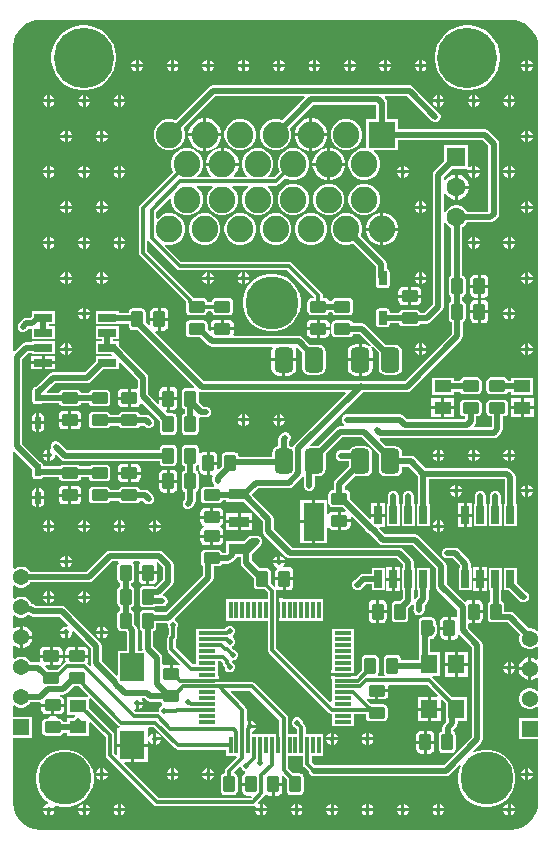
<source format=gtl>
G04*
G04 #@! TF.GenerationSoftware,Altium Limited,Altium Designer,23.8.1 (32)*
G04*
G04 Layer_Physical_Order=1*
G04 Layer_Color=255*
%FSLAX25Y25*%
%MOIN*%
G70*
G04*
G04 #@! TF.SameCoordinates,823993F6-8BEF-49D6-9206-44A6C2E96FBA*
G04*
G04*
G04 #@! TF.FilePolarity,Positive*
G04*
G01*
G75*
%ADD12C,0.01181*%
%ADD16R,0.01181X0.05807*%
%ADD17R,0.05807X0.01181*%
G04:AMPARAMS|DCode=18|XSize=47.64mil|YSize=28.74mil|CornerRadius=2.59mil|HoleSize=0mil|Usage=FLASHONLY|Rotation=90.000|XOffset=0mil|YOffset=0mil|HoleType=Round|Shape=RoundedRectangle|*
%AMROUNDEDRECTD18*
21,1,0.04764,0.02357,0,0,90.0*
21,1,0.04247,0.02874,0,0,90.0*
1,1,0.00517,0.01178,0.02123*
1,1,0.00517,0.01178,-0.02123*
1,1,0.00517,-0.01178,-0.02123*
1,1,0.00517,-0.01178,0.02123*
%
%ADD18ROUNDEDRECTD18*%
G04:AMPARAMS|DCode=19|XSize=39.37mil|YSize=55.91mil|CornerRadius=4.92mil|HoleSize=0mil|Usage=FLASHONLY|Rotation=270.000|XOffset=0mil|YOffset=0mil|HoleType=Round|Shape=RoundedRectangle|*
%AMROUNDEDRECTD19*
21,1,0.03937,0.04606,0,0,270.0*
21,1,0.02953,0.05591,0,0,270.0*
1,1,0.00984,-0.02303,-0.01476*
1,1,0.00984,-0.02303,0.01476*
1,1,0.00984,0.02303,0.01476*
1,1,0.00984,0.02303,-0.01476*
%
%ADD19ROUNDEDRECTD19*%
G04:AMPARAMS|DCode=20|XSize=39.37mil|YSize=55.91mil|CornerRadius=4.92mil|HoleSize=0mil|Usage=FLASHONLY|Rotation=180.000|XOffset=0mil|YOffset=0mil|HoleType=Round|Shape=RoundedRectangle|*
%AMROUNDEDRECTD20*
21,1,0.03937,0.04606,0,0,180.0*
21,1,0.02953,0.05591,0,0,180.0*
1,1,0.00984,-0.01476,0.02303*
1,1,0.00984,0.01476,0.02303*
1,1,0.00984,0.01476,-0.02303*
1,1,0.00984,-0.01476,-0.02303*
%
%ADD20ROUNDEDRECTD20*%
%ADD21R,0.05709X0.04331*%
%ADD22R,0.06890X0.03740*%
%ADD23R,0.06890X0.12598*%
G04:AMPARAMS|DCode=24|XSize=83.86mil|YSize=61.81mil|CornerRadius=15.45mil|HoleSize=0mil|Usage=FLASHONLY|Rotation=270.000|XOffset=0mil|YOffset=0mil|HoleType=Round|Shape=RoundedRectangle|*
%AMROUNDEDRECTD24*
21,1,0.08386,0.03091,0,0,270.0*
21,1,0.05295,0.06181,0,0,270.0*
1,1,0.03091,-0.01545,-0.02648*
1,1,0.03091,-0.01545,0.02648*
1,1,0.03091,0.01545,0.02648*
1,1,0.03091,0.01545,-0.02648*
%
%ADD24ROUNDEDRECTD24*%
%ADD25R,0.02559X0.06004*%
%ADD26R,0.06004X0.02559*%
G04:AMPARAMS|DCode=27|XSize=40.55mil|YSize=20.47mil|CornerRadius=2.56mil|HoleSize=0mil|Usage=FLASHONLY|Rotation=270.000|XOffset=0mil|YOffset=0mil|HoleType=Round|Shape=RoundedRectangle|*
%AMROUNDEDRECTD27*
21,1,0.04055,0.01535,0,0,270.0*
21,1,0.03543,0.02047,0,0,270.0*
1,1,0.00512,-0.00768,-0.01772*
1,1,0.00512,-0.00768,0.01772*
1,1,0.00512,0.00768,0.01772*
1,1,0.00512,0.00768,-0.01772*
%
%ADD27ROUNDEDRECTD27*%
%ADD28R,0.05512X0.06299*%
%ADD29R,0.08268X0.09449*%
%ADD52C,0.01968*%
%ADD53R,0.05394X0.05394*%
%ADD54C,0.05394*%
%ADD55R,0.06319X0.06319*%
%ADD56C,0.06319*%
%ADD57C,0.17717*%
%ADD58R,0.08858X0.08858*%
%ADD59C,0.08858*%
%ADD60C,0.20079*%
%ADD61C,0.01968*%
G36*
X462955Y546654D02*
X464652Y546139D01*
X466217Y545303D01*
X467588Y544178D01*
X468713Y542807D01*
X469549Y541242D01*
X470064Y539545D01*
X470231Y537855D01*
X470221Y537780D01*
Y343360D01*
X469759Y343169D01*
X469639Y343288D01*
X468845Y343747D01*
X467959Y343984D01*
X467070D01*
X462088Y348966D01*
X461502Y349358D01*
X460811Y349495D01*
X458962D01*
Y351803D01*
X458863Y352302D01*
X458580Y352726D01*
X458157Y353008D01*
X457897Y353060D01*
Y356534D01*
X458067D01*
Y364112D01*
X453933D01*
Y356534D01*
X454284D01*
Y353024D01*
X454206Y353008D01*
X453782Y352726D01*
X453499Y352302D01*
X453400Y351803D01*
Y347197D01*
X453499Y346698D01*
X453782Y346274D01*
X454206Y345992D01*
X454705Y345892D01*
X457117D01*
X457165Y345883D01*
X460063D01*
X464221Y341724D01*
X464016Y340959D01*
Y340041D01*
X464253Y339155D01*
X464712Y338361D01*
X465361Y337712D01*
X466155Y337253D01*
X467041Y337016D01*
X467959D01*
X468845Y337253D01*
X469639Y337712D01*
X469759Y337831D01*
X470221Y337640D01*
Y333645D01*
X470101Y333596D01*
X469721Y333487D01*
X468927Y333945D01*
X468000Y334193D01*
Y330500D01*
Y326807D01*
X468927Y327055D01*
X469721Y327513D01*
X470101Y327404D01*
X470221Y327355D01*
Y323360D01*
X469759Y323169D01*
X469639Y323288D01*
X468845Y323747D01*
X467959Y323984D01*
X467041D01*
X466155Y323747D01*
X465361Y323288D01*
X464712Y322639D01*
X464253Y321845D01*
X464016Y320959D01*
Y320041D01*
X464253Y319155D01*
X464712Y318361D01*
X465361Y317712D01*
X466155Y317253D01*
X467041Y317016D01*
X467959D01*
X468845Y317253D01*
X469639Y317712D01*
X469759Y317831D01*
X470221Y317640D01*
Y313984D01*
X464016D01*
Y307016D01*
X470221D01*
Y285811D01*
X470231Y285736D01*
X470064Y284046D01*
X469549Y282348D01*
X468713Y280784D01*
X467588Y279413D01*
X466217Y278287D01*
X464652Y277451D01*
X462955Y276936D01*
X461265Y276770D01*
X461189Y276780D01*
X304311D01*
X304236Y276770D01*
X302546Y276936D01*
X300848Y277451D01*
X299284Y278287D01*
X297913Y279413D01*
X296787Y280784D01*
X295951Y282348D01*
X295436Y284046D01*
X295270Y285736D01*
X295280Y285811D01*
Y307516D01*
X301484D01*
Y314484D01*
X295280D01*
Y318140D01*
X295742Y318331D01*
X295861Y318212D01*
X296655Y317753D01*
X297541Y317516D01*
X298459D01*
X299345Y317753D01*
X300139Y318212D01*
X300788Y318861D01*
X300980Y319194D01*
X304236D01*
X304289Y319204D01*
X304676Y318887D01*
Y318783D01*
X308500D01*
X312325D01*
Y319760D01*
X312209Y320342D01*
X311879Y320836D01*
X311385Y321165D01*
X310988Y321244D01*
X311037Y321744D01*
X311905D01*
X312596Y321882D01*
X313182Y322273D01*
X315447Y324538D01*
X317294D01*
X320293Y321539D01*
X320086Y321039D01*
X313358D01*
Y315134D01*
X315901D01*
X315970Y315044D01*
X315859Y314368D01*
X315723Y314277D01*
X315683Y314238D01*
X315493Y313953D01*
X313358D01*
Y312767D01*
X312034D01*
X312008Y312897D01*
X311726Y313320D01*
X311302Y313603D01*
X310803Y313702D01*
X310175D01*
X309817Y314238D01*
X309231Y314630D01*
X308539Y314767D01*
X307848Y314630D01*
X307262Y314238D01*
X307223Y314199D01*
X306891Y313702D01*
X306197D01*
X305698Y313603D01*
X305274Y313320D01*
X304992Y312897D01*
X304892Y312398D01*
Y309445D01*
X304992Y308946D01*
X305274Y308522D01*
X305698Y308240D01*
X306197Y308140D01*
X310803D01*
X311302Y308240D01*
X311726Y308522D01*
X312008Y308946D01*
X312050Y309154D01*
X313358D01*
Y308047D01*
X320642D01*
Y312494D01*
X321104Y312685D01*
X326095Y307694D01*
Y301693D01*
X326202Y301155D01*
X326507Y300700D01*
X342200Y285007D01*
X342655Y284702D01*
X343193Y284595D01*
X375105D01*
X375643Y284702D01*
X375884Y284863D01*
X375974Y284799D01*
X376231Y284494D01*
X376012Y283964D01*
X377453D01*
Y285405D01*
X377029Y285230D01*
X376746Y285653D01*
X379021Y287929D01*
X379195Y288189D01*
X379739Y288368D01*
X379831Y288365D01*
X379941Y288291D01*
X380524Y288176D01*
X381500D01*
Y292000D01*
X382000D01*
Y292500D01*
X384998D01*
Y294303D01*
X384949Y294545D01*
X385410Y294792D01*
X386581Y293621D01*
Y289697D01*
X386681Y289198D01*
X386963Y288774D01*
X387387Y288492D01*
X387886Y288392D01*
X390839D01*
X391338Y288492D01*
X391761Y288774D01*
X392044Y289198D01*
X392143Y289697D01*
Y294303D01*
X392044Y294802D01*
X391761Y295226D01*
X391338Y295508D01*
X390839Y295608D01*
X388568D01*
X386858Y297318D01*
Y301219D01*
X391922D01*
Y298673D01*
X392029Y298136D01*
X392333Y297680D01*
X393739Y296275D01*
X393831Y295809D01*
X394223Y295223D01*
X394809Y294831D01*
X395500Y294694D01*
X439500D01*
X440191Y294831D01*
X440777Y295223D01*
X443986Y298431D01*
X444410Y298148D01*
X443800Y296676D01*
X443429Y294812D01*
Y292912D01*
X443800Y291049D01*
X444527Y289293D01*
X445582Y287713D01*
X446926Y286370D01*
X448506Y285314D01*
X450261Y284587D01*
X452125Y284216D01*
X454025D01*
X455888Y284587D01*
X457644Y285314D01*
X459224Y286370D01*
X460567Y287713D01*
X461623Y289293D01*
X462350Y291049D01*
X462720Y292912D01*
Y294812D01*
X462350Y296676D01*
X461623Y298431D01*
X460567Y300011D01*
X459224Y301355D01*
X457644Y302410D01*
X455888Y303137D01*
X454025Y303508D01*
X452125D01*
X450261Y303137D01*
X448789Y302527D01*
X448506Y302951D01*
X451277Y305723D01*
X451669Y306309D01*
X451806Y307000D01*
Y338500D01*
X451669Y339191D01*
X451277Y339777D01*
X446885Y344169D01*
Y345372D01*
X447272Y345690D01*
X447342Y345675D01*
X448319D01*
Y349500D01*
Y353325D01*
X447342D01*
X446760Y353209D01*
X446267Y352879D01*
X446249Y352852D01*
X445751Y352803D01*
X439806Y358748D01*
Y364619D01*
X439669Y365310D01*
X439277Y365896D01*
X430396Y374777D01*
X429810Y375169D01*
X429119Y375306D01*
X419256D01*
X417349Y377213D01*
X417541Y377675D01*
X419279D01*
Y381177D01*
X417000D01*
X414720D01*
Y380495D01*
X414258Y380304D01*
X407608Y386955D01*
Y388657D01*
X407508Y389157D01*
X407226Y389580D01*
X406802Y389863D01*
X406303Y389962D01*
X405806D01*
Y391354D01*
X409106Y394654D01*
X409455Y394584D01*
X412545D01*
X413455Y394765D01*
X414227Y395281D01*
X414743Y396052D01*
X414924Y396963D01*
Y402258D01*
X414743Y403168D01*
X414227Y403940D01*
X413455Y404455D01*
X412545Y404636D01*
X409455D01*
X408545Y404455D01*
X407773Y403940D01*
X407350Y403306D01*
X404500D01*
X404325Y403272D01*
X404148D01*
X403983Y403204D01*
X403809Y403169D01*
X403661Y403070D01*
X403496Y403002D01*
X403371Y402876D01*
X403223Y402777D01*
X403124Y402629D01*
X402998Y402504D01*
X402930Y402339D01*
X402831Y402191D01*
X402796Y402017D01*
X402728Y401852D01*
Y401675D01*
X402694Y401500D01*
X402728Y401326D01*
Y401148D01*
X402796Y400983D01*
X402831Y400809D01*
X402930Y400661D01*
X402998Y400496D01*
X403124Y400371D01*
X403223Y400223D01*
X403371Y400124D01*
X403496Y399998D01*
X403661Y399930D01*
X403809Y399831D01*
X403983Y399796D01*
X404148Y399728D01*
X404325D01*
X404500Y399694D01*
X407076D01*
Y397733D01*
X402723Y393380D01*
X402331Y392794D01*
X402194Y392102D01*
Y389962D01*
X401697D01*
X401198Y389863D01*
X400774Y389580D01*
X400492Y389157D01*
X400392Y388657D01*
Y385705D01*
X400492Y385206D01*
X400774Y384782D01*
X401198Y384499D01*
X401697Y384400D01*
X405053D01*
X406137Y383317D01*
X405930Y382817D01*
X404500D01*
Y380319D01*
X407825D01*
Y380922D01*
X408324Y381129D01*
X412434Y377019D01*
X412672Y376664D01*
X413709Y375626D01*
X414064Y375389D01*
X417231Y372223D01*
X417817Y371831D01*
X418508Y371694D01*
X428370D01*
X436194Y363870D01*
Y358000D01*
X436331Y357309D01*
X436723Y356723D01*
X443272Y350173D01*
Y347954D01*
X442772Y347687D01*
X442740Y347709D01*
X442158Y347825D01*
X441181D01*
Y344000D01*
Y340176D01*
X442158D01*
X442740Y340291D01*
X443233Y340621D01*
X443563Y341115D01*
X443656Y341582D01*
X443959Y341736D01*
X444179Y341767D01*
X448194Y337752D01*
Y307748D01*
X438752Y298306D01*
X395680D01*
X394732Y299255D01*
Y301219D01*
X398642D01*
Y308600D01*
X392763D01*
Y310929D01*
X392656Y311466D01*
X392352Y311922D01*
X391772Y312502D01*
Y312852D01*
X391502Y313504D01*
X391004Y314002D01*
X390352Y314272D01*
X389648D01*
X388996Y314002D01*
X388498Y313504D01*
X388228Y312852D01*
Y312148D01*
X388498Y311496D01*
X388996Y310998D01*
X389518Y310782D01*
X389953Y310347D01*
Y308600D01*
X386858D01*
Y314047D01*
X386751Y314585D01*
X386446Y315041D01*
X375946Y325541D01*
X375490Y325845D01*
X374953Y325952D01*
X363813D01*
Y326016D01*
X359910D01*
Y327016D01*
X363813D01*
Y328106D01*
X363600D01*
Y332985D01*
X364528D01*
X365064Y332449D01*
Y332244D01*
X365171Y331707D01*
X365475Y331251D01*
X365728Y330998D01*
Y330648D01*
X365998Y329996D01*
X366496Y329498D01*
X367148Y329228D01*
X367852D01*
X368504Y329498D01*
X369002Y329996D01*
X369272Y330648D01*
Y331352D01*
X369002Y332004D01*
X368504Y332502D01*
X368312Y332581D01*
X368250Y332718D01*
X368279Y332877D01*
X368487Y333228D01*
X368852D01*
X369504Y333498D01*
X370002Y333996D01*
X370272Y334648D01*
Y335352D01*
X370002Y336004D01*
X369504Y336502D01*
X368852Y336772D01*
X368715D01*
X368169Y337318D01*
X368286Y337908D01*
X368504Y337998D01*
X369002Y338496D01*
X369272Y339148D01*
Y339852D01*
X369002Y340504D01*
X368535Y340970D01*
X368518Y341250D01*
X368535Y341530D01*
X369002Y341996D01*
X369272Y342648D01*
Y343352D01*
X369002Y344004D01*
X368504Y344502D01*
X367852Y344772D01*
X367148D01*
X366496Y344502D01*
X365998Y344004D01*
X365859Y343669D01*
X359910D01*
X359774Y343642D01*
X356219D01*
Y340886D01*
Y336949D01*
Y331858D01*
X355129D01*
X349458Y337529D01*
Y340061D01*
X349493Y340097D01*
X349798Y340553D01*
X349905Y341090D01*
Y343899D01*
X350002Y343996D01*
X350272Y344648D01*
Y345352D01*
X350002Y346004D01*
X349504Y346502D01*
X349334Y346572D01*
X349217Y347162D01*
X361580Y359525D01*
X361971Y360111D01*
X362109Y360802D01*
Y364538D01*
X363803D01*
X364302Y364637D01*
X364726Y364920D01*
X365008Y365343D01*
X365042Y365512D01*
X366985D01*
X367676Y365650D01*
X368262Y366042D01*
X369415Y367195D01*
X369807Y367781D01*
X369808Y367787D01*
X371194D01*
Y365819D01*
X371331Y365128D01*
X371723Y364542D01*
X375538Y360726D01*
Y358197D01*
X375637Y357698D01*
X375920Y357274D01*
X376343Y356992D01*
X376842Y356892D01*
X379113D01*
X380111Y355894D01*
Y353782D01*
X366358D01*
Y346400D01*
X380111D01*
Y336774D01*
X380218Y336236D01*
X380522Y335780D01*
X400623Y315680D01*
X401079Y315375D01*
X401400Y315311D01*
Y311358D01*
X408781D01*
Y315268D01*
X412892D01*
Y314342D01*
X412992Y313843D01*
X413274Y313420D01*
X413698Y313137D01*
X414197Y313038D01*
X418803D01*
X419302Y313137D01*
X419726Y313420D01*
X420008Y313843D01*
X420108Y314342D01*
Y317295D01*
X420008Y317794D01*
X419726Y318218D01*
X419302Y318501D01*
X418803Y318600D01*
X414531D01*
X413066Y320064D01*
X413385Y320453D01*
X413615Y320299D01*
X414197Y320183D01*
X416000D01*
Y323181D01*
X416500D01*
Y323681D01*
X420325D01*
Y324658D01*
X420309Y324736D01*
X420626Y325123D01*
X433339D01*
X436850Y321611D01*
X436659Y321150D01*
X434500D01*
Y317500D01*
X437756D01*
Y320053D01*
X438218Y320244D01*
X439512Y318950D01*
Y313063D01*
X439512D01*
X439509Y312564D01*
X438818Y311872D01*
X438426Y311286D01*
X438288Y310595D01*
Y309561D01*
X438024Y309508D01*
X437601Y309226D01*
X437318Y308802D01*
X437219Y308303D01*
Y303697D01*
X437318Y303198D01*
X437601Y302774D01*
X438024Y302492D01*
X438524Y302392D01*
X441476D01*
X441976Y302492D01*
X442399Y302774D01*
X442682Y303198D01*
X442781Y303697D01*
Y308303D01*
X442682Y308802D01*
X442399Y309226D01*
X442097Y309428D01*
X442036Y309879D01*
X442057Y310002D01*
X442983Y310928D01*
X443374Y311514D01*
X443512Y312205D01*
Y313063D01*
X446598D01*
Y320937D01*
X441499D01*
X434915Y327521D01*
X434911Y327524D01*
X435063Y328024D01*
X437543D01*
Y335898D01*
X434306D01*
Y340288D01*
X434411Y340392D01*
X434795D01*
X435294Y340492D01*
X435718Y340774D01*
X436001Y341198D01*
X436100Y341697D01*
Y341901D01*
X436488Y342482D01*
X436625Y343173D01*
Y344000D01*
X436488Y344691D01*
X436100Y345272D01*
Y346303D01*
X436001Y346802D01*
X435718Y347226D01*
X435294Y347508D01*
X434795Y347608D01*
X431843D01*
X431343Y347508D01*
X430920Y347226D01*
X430637Y346802D01*
X430538Y346303D01*
Y341697D01*
X430637Y341198D01*
X430705Y341095D01*
X430694Y341036D01*
Y335898D01*
X430457D01*
Y333306D01*
X424462D01*
Y333803D01*
X424363Y334302D01*
X424080Y334726D01*
X423657Y335008D01*
X423158Y335108D01*
X420205D01*
X419705Y335008D01*
X419282Y334726D01*
X418999Y334302D01*
X418900Y333803D01*
Y329197D01*
X418999Y328698D01*
X419177Y328432D01*
X418968Y327946D01*
X418955Y327933D01*
X417045D01*
X417032Y327946D01*
X416823Y328432D01*
X417001Y328698D01*
X417100Y329197D01*
Y333803D01*
X417001Y334302D01*
X416718Y334726D01*
X416294Y335008D01*
X415795Y335108D01*
X412843D01*
X412343Y335008D01*
X411920Y334726D01*
X411637Y334302D01*
X411538Y333803D01*
Y329879D01*
X409580Y327921D01*
X408994D01*
Y327984D01*
X401187D01*
Y326894D01*
X401400D01*
Y323169D01*
Y319584D01*
X400900Y319377D01*
X382921Y337356D01*
Y346187D01*
X382984D01*
Y350091D01*
Y353994D01*
X382921D01*
Y356476D01*
X382879Y356687D01*
X383329Y356988D01*
X383623Y356791D01*
X384205Y356676D01*
X385181D01*
Y360000D01*
X382683D01*
Y358197D01*
X382732Y357955D01*
X382271Y357708D01*
X381100Y358879D01*
Y362803D01*
X381001Y363302D01*
X380718Y363726D01*
X380294Y364008D01*
X379795Y364108D01*
X377266D01*
X374806Y366567D01*
Y367787D01*
X374831D01*
Y368776D01*
X377777Y371723D01*
X377876Y371871D01*
X378002Y371996D01*
X378070Y372161D01*
X378169Y372309D01*
X378204Y372483D01*
X378272Y372648D01*
Y372826D01*
X378306Y373000D01*
X378272Y373175D01*
Y373352D01*
X378204Y373517D01*
X378169Y373691D01*
X378070Y373839D01*
X378002Y374004D01*
X377876Y374129D01*
X377777Y374277D01*
X377629Y374376D01*
X377504Y374502D01*
X377339Y374570D01*
X377191Y374669D01*
X377017Y374704D01*
X376852Y374772D01*
X376675D01*
X376500Y374806D01*
X374728D01*
X374037Y374669D01*
X373451Y374277D01*
X372276Y373102D01*
X366366D01*
Y369734D01*
X366331Y369559D01*
Y369220D01*
X366236Y369125D01*
X365042D01*
X365008Y369295D01*
X364726Y369718D01*
X364302Y370001D01*
X363803Y370100D01*
X359197D01*
X358698Y370001D01*
X358274Y369718D01*
X357992Y369295D01*
X357892Y368795D01*
Y365843D01*
X357992Y365343D01*
X358274Y364920D01*
X358496Y364772D01*
Y361550D01*
X346199Y349254D01*
X342872D01*
X342863Y349302D01*
X342580Y349726D01*
X342157Y350008D01*
X341657Y350108D01*
X338705D01*
X338206Y350008D01*
X337782Y349726D01*
X337499Y349302D01*
X337400Y348803D01*
Y344197D01*
X337499Y343698D01*
X337782Y343274D01*
X338206Y342992D01*
X338375Y342958D01*
Y337167D01*
X338431Y336883D01*
X338114Y336496D01*
X336806D01*
Y343492D01*
X336669Y344183D01*
X336277Y344769D01*
X335600Y345447D01*
Y348803D01*
X335501Y349302D01*
X335218Y349726D01*
X334794Y350008D01*
X334625Y350042D01*
Y350958D01*
X334794Y350992D01*
X335218Y351274D01*
X335501Y351698D01*
X335600Y352197D01*
Y356803D01*
X335501Y357302D01*
X335218Y357726D01*
X334794Y358008D01*
X334625Y358042D01*
Y358958D01*
X334794Y358992D01*
X335218Y359274D01*
X335501Y359698D01*
X335600Y360197D01*
Y364803D01*
X335501Y365302D01*
X335239Y365694D01*
X335276Y365863D01*
X335417Y366194D01*
X337268D01*
X337505Y365694D01*
X337299Y365385D01*
X337183Y364803D01*
Y363000D01*
X340181D01*
X343179D01*
Y364803D01*
X343072Y365340D01*
X343074Y365407D01*
X343326Y365892D01*
X343520Y365926D01*
X345194Y364252D01*
Y360248D01*
X342700Y357754D01*
X342537D01*
X342157Y358008D01*
X341657Y358108D01*
X338705D01*
X338206Y358008D01*
X337782Y357726D01*
X337499Y357302D01*
X337400Y356803D01*
Y352197D01*
X337499Y351698D01*
X337782Y351274D01*
X338206Y350992D01*
X338705Y350892D01*
X341657D01*
X342157Y350992D01*
X342459Y351194D01*
X345000D01*
X345175Y351228D01*
X345352D01*
X345517Y351296D01*
X345691Y351331D01*
X345839Y351430D01*
X346004Y351498D01*
X346129Y351624D01*
X346277Y351723D01*
X346376Y351871D01*
X346502Y351996D01*
X346570Y352161D01*
X346669Y352309D01*
X346704Y352483D01*
X346772Y352648D01*
Y352825D01*
X346806Y353000D01*
X346772Y353174D01*
Y353352D01*
X346704Y353517D01*
X346669Y353691D01*
X346570Y353839D01*
X346502Y354004D01*
X346376Y354129D01*
X346277Y354277D01*
X346129Y354376D01*
X346004Y354502D01*
X345839Y354570D01*
X345691Y354669D01*
X345517Y354704D01*
X345480Y354719D01*
X345335Y355109D01*
X345326Y355272D01*
X348277Y358223D01*
X348669Y358809D01*
X348806Y359500D01*
Y365000D01*
X348669Y365691D01*
X348277Y366277D01*
X345277Y369277D01*
X344691Y369669D01*
X344000Y369806D01*
X327500D01*
X326809Y369669D01*
X326223Y369277D01*
X319752Y362806D01*
X300980D01*
X300788Y363139D01*
X300139Y363788D01*
X299345Y364247D01*
X298459Y364484D01*
X297541D01*
X296655Y364247D01*
X295861Y363788D01*
X295742Y363669D01*
X295280Y363860D01*
Y402552D01*
X295742Y402743D01*
X301676Y396808D01*
Y394756D01*
X301757Y394349D01*
X301988Y394004D01*
X302333Y393773D01*
X302740Y393692D01*
X304276D01*
X304683Y393773D01*
X305028Y394004D01*
X305224Y394298D01*
X310613D01*
Y394205D01*
X310712Y393706D01*
X310995Y393282D01*
X311418Y392999D01*
X311917Y392900D01*
X316524D01*
X317023Y392999D01*
X317446Y393282D01*
X317729Y393706D01*
X317828Y394205D01*
Y394298D01*
X320502D01*
Y394205D01*
X320602Y393706D01*
X320885Y393282D01*
X321308Y392999D01*
X321807Y392900D01*
X326413D01*
X326913Y392999D01*
X327336Y393282D01*
X327619Y393706D01*
X327718Y394205D01*
Y397158D01*
X327619Y397657D01*
X327336Y398080D01*
X326913Y398363D01*
X326413Y398462D01*
X321807D01*
X321308Y398363D01*
X320885Y398080D01*
X320772Y397911D01*
X317559D01*
X317446Y398080D01*
X317023Y398363D01*
X316524Y398462D01*
X311917D01*
X311418Y398363D01*
X310995Y398080D01*
X310882Y397911D01*
X305339D01*
Y398299D01*
X305258Y398706D01*
X305028Y399051D01*
X304683Y399282D01*
X304276Y399363D01*
X304231D01*
X298306Y405288D01*
Y433752D01*
X300248Y435694D01*
X301534D01*
Y435433D01*
X309112D01*
Y439567D01*
X301534D01*
Y439306D01*
X299500D01*
X298809Y439169D01*
X298223Y438777D01*
X295742Y436296D01*
X295280Y436488D01*
Y537780D01*
X295270Y537855D01*
X295436Y539545D01*
X295951Y541242D01*
X296787Y542807D01*
X297913Y544178D01*
X299284Y545303D01*
X300848Y546139D01*
X302546Y546654D01*
X304236Y546821D01*
X304311Y546811D01*
X461189D01*
X461265Y546821D01*
X462955Y546654D01*
D02*
G37*
G36*
X330362Y365863D02*
X330399Y365694D01*
X330137Y365302D01*
X330038Y364803D01*
Y360197D01*
X330137Y359698D01*
X330420Y359274D01*
X330843Y358992D01*
X331013Y358958D01*
Y358042D01*
X330843Y358008D01*
X330420Y357726D01*
X330137Y357302D01*
X330038Y356803D01*
Y352197D01*
X330137Y351698D01*
X330420Y351274D01*
X330843Y350992D01*
X331013Y350958D01*
Y350042D01*
X330843Y350008D01*
X330420Y349726D01*
X330137Y349302D01*
X330038Y348803D01*
Y344197D01*
X330137Y343698D01*
X330420Y343274D01*
X330843Y342992D01*
X331343Y342892D01*
X333045D01*
X333194Y342744D01*
Y336496D01*
X330079D01*
Y328306D01*
X329617Y328115D01*
X324777Y332955D01*
Y338030D01*
X324639Y338721D01*
X324248Y339307D01*
X312745Y350810D01*
X312159Y351201D01*
X311468Y351339D01*
X302683D01*
X302400Y351622D01*
X301814Y352013D01*
X301309Y352114D01*
X301247Y352345D01*
X300788Y353139D01*
X300139Y353788D01*
X299345Y354247D01*
X298459Y354484D01*
X297541D01*
X296655Y354247D01*
X295861Y353788D01*
X295742Y353669D01*
X295280Y353860D01*
Y358140D01*
X295742Y358331D01*
X295861Y358212D01*
X296655Y357753D01*
X297541Y357516D01*
X298459D01*
X299345Y357753D01*
X300139Y358212D01*
X300788Y358861D01*
X300980Y359194D01*
X320500D01*
X321191Y359331D01*
X321777Y359723D01*
X328248Y366194D01*
X330221D01*
X330362Y365863D01*
D02*
G37*
G36*
X300657Y348255D02*
X301243Y347864D01*
X301935Y347726D01*
X310719D01*
X313480Y344966D01*
X313479Y344962D01*
X313234Y344504D01*
X312597D01*
X311868Y344202D01*
X311310Y343644D01*
X311051Y343020D01*
X312992D01*
Y342520D01*
X313492D01*
Y340579D01*
X314116Y340837D01*
X314674Y341396D01*
X314976Y342125D01*
Y342762D01*
X315435Y343006D01*
X315438Y343007D01*
X321164Y337281D01*
Y332207D01*
X321272Y331665D01*
X320811Y331419D01*
X319968Y332262D01*
X320209Y332623D01*
X320324Y333205D01*
Y334181D01*
X316500D01*
X312675D01*
Y333205D01*
X312790Y332628D01*
X312341Y332328D01*
X310115Y330102D01*
X309378D01*
X309368Y330100D01*
X306947D01*
X305863Y331183D01*
X306070Y331683D01*
X307500D01*
Y334181D01*
X304175D01*
Y333205D01*
X304207Y333048D01*
X303782Y332623D01*
X303650Y332649D01*
X301071D01*
X300788Y333139D01*
X300139Y333788D01*
X299345Y334247D01*
X298459Y334484D01*
X297541D01*
X296655Y334247D01*
X295861Y333788D01*
X295742Y333669D01*
X295280Y333860D01*
Y337855D01*
X295395Y337903D01*
X295780Y338013D01*
X296573Y337555D01*
X297500Y337307D01*
Y341000D01*
Y344693D01*
X296573Y344445D01*
X295780Y343987D01*
X295395Y344097D01*
X295280Y344145D01*
Y348140D01*
X295742Y348331D01*
X295861Y348212D01*
X296655Y347753D01*
X297541Y347516D01*
X298459D01*
X299345Y347753D01*
X300139Y348212D01*
X300420Y348493D01*
X300657Y348255D01*
D02*
G37*
G36*
X346728Y345352D02*
Y344648D01*
X346998Y343996D01*
X347095Y343899D01*
Y341672D01*
X347060Y341637D01*
X346755Y341181D01*
X346648Y340644D01*
Y336947D01*
X346755Y336409D01*
X347060Y335953D01*
X350954Y332059D01*
X350708Y331598D01*
X350303Y331679D01*
X348500D01*
Y328681D01*
X347500D01*
Y331679D01*
X345697D01*
X345491Y331638D01*
X344991Y332036D01*
Y334163D01*
X344854Y334854D01*
X344462Y335440D01*
X341987Y337915D01*
Y342958D01*
X342157Y342992D01*
X342580Y343274D01*
X342863Y343698D01*
X342962Y344197D01*
Y345641D01*
X346535D01*
X346728Y345352D01*
D02*
G37*
G36*
X339721Y320042D02*
X340307Y319650D01*
X340998Y319513D01*
X344458D01*
X344492Y319343D01*
X344774Y318920D01*
X345053Y318734D01*
X344992Y318207D01*
X344496Y318002D01*
X343998Y317504D01*
X343728Y316852D01*
Y316403D01*
X343470Y316041D01*
X343266Y315956D01*
X336274D01*
X335602Y316628D01*
X335886Y317052D01*
X336114Y316957D01*
Y318898D01*
X336614D01*
Y319397D01*
X338555D01*
X338296Y320022D01*
X338124Y320194D01*
X338331Y320694D01*
X339069D01*
X339721Y320042D01*
D02*
G37*
G36*
X384048Y313465D02*
Y308813D01*
X383984D01*
Y304909D01*
X382984D01*
Y308813D01*
X381894D01*
Y308600D01*
X375232D01*
Y308813D01*
X374897D01*
X374797Y309313D01*
X375347Y309541D01*
X375905Y310099D01*
X376163Y310723D01*
X374223D01*
Y311223D01*
X373723D01*
Y313163D01*
X373578Y313104D01*
X373078Y313438D01*
Y316827D01*
X372971Y317364D01*
X372667Y317820D01*
X367807Y322680D01*
X367998Y323142D01*
X374371D01*
X384048Y313465D01*
D02*
G37*
G36*
X330326Y311507D02*
X330748Y311224D01*
X330753Y311188D01*
X330457Y310724D01*
X329866D01*
Y305500D01*
X335000D01*
X340134D01*
Y306354D01*
X340634Y306454D01*
X340837Y305962D01*
X341396Y305404D01*
X342020Y305146D01*
Y307086D01*
Y309027D01*
X341396Y308769D01*
X340837Y308210D01*
X340634Y307719D01*
X340134Y307819D01*
Y310724D01*
X340446Y311095D01*
X342095D01*
X349274Y303916D01*
X349730Y303611D01*
X350268Y303504D01*
X366358D01*
Y301219D01*
X369578D01*
X369770Y300757D01*
X366325Y297312D01*
X366021Y296857D01*
X365914Y296319D01*
Y295608D01*
X365843D01*
X365343Y295508D01*
X364920Y295226D01*
X364637Y294802D01*
X364538Y294303D01*
Y289697D01*
X364637Y289198D01*
X364920Y288774D01*
X365343Y288492D01*
X365843Y288392D01*
X368795D01*
X369295Y288492D01*
X369718Y288774D01*
X370001Y289198D01*
X370100Y289697D01*
Y294303D01*
X370001Y294802D01*
X369718Y295226D01*
X369295Y295508D01*
X369218Y295524D01*
X369053Y296066D01*
X370766Y297779D01*
X371262Y297568D01*
X371498Y296996D01*
X371996Y296498D01*
X372648Y296228D01*
X372672D01*
X372721Y295728D01*
X372622Y295709D01*
X372129Y295379D01*
X371799Y294885D01*
X371683Y294303D01*
Y292500D01*
X374681D01*
Y291500D01*
X371683D01*
Y289697D01*
X371799Y289115D01*
X372129Y288621D01*
X372622Y288291D01*
X373205Y288176D01*
X374541D01*
X374741Y287717D01*
X374487Y287405D01*
X343775D01*
X332366Y298814D01*
X332558Y299276D01*
X334500D01*
Y304500D01*
X329866D01*
Y301967D01*
X329404Y301776D01*
X328905Y302275D01*
Y308276D01*
X328798Y308813D01*
X328493Y309269D01*
X320642Y317121D01*
Y320483D01*
X321142Y320690D01*
X330326Y311507D01*
D02*
G37*
%LPC*%
G36*
X467035Y533436D02*
Y531996D01*
X468476D01*
X468218Y532620D01*
X467659Y533178D01*
X467035Y533436D01*
D02*
G37*
G36*
X466035D02*
X465411Y533178D01*
X464853Y532620D01*
X464595Y531996D01*
X466035D01*
Y533436D01*
D02*
G37*
G36*
X431602D02*
Y531996D01*
X433043D01*
X432784Y532620D01*
X432226Y533178D01*
X431602Y533436D01*
D02*
G37*
G36*
X430602D02*
X429978Y533178D01*
X429420Y532620D01*
X429162Y531996D01*
X430602D01*
Y533436D01*
D02*
G37*
G36*
X419791D02*
Y531996D01*
X421232D01*
X420973Y532620D01*
X420415Y533178D01*
X419791Y533436D01*
D02*
G37*
G36*
X418791D02*
X418167Y533178D01*
X417609Y532620D01*
X417351Y531996D01*
X418791D01*
Y533436D01*
D02*
G37*
G36*
X407980D02*
Y531996D01*
X409421D01*
X409162Y532620D01*
X408604Y533178D01*
X407980Y533436D01*
D02*
G37*
G36*
X406980D02*
X406356Y533178D01*
X405798Y532620D01*
X405540Y531996D01*
X406980D01*
Y533436D01*
D02*
G37*
G36*
X396169D02*
Y531996D01*
X397610D01*
X397351Y532620D01*
X396793Y533178D01*
X396169Y533436D01*
D02*
G37*
G36*
X395169D02*
X394545Y533178D01*
X393987Y532620D01*
X393728Y531996D01*
X395169D01*
Y533436D01*
D02*
G37*
G36*
X384358D02*
Y531996D01*
X385799D01*
X385540Y532620D01*
X384982Y533178D01*
X384358Y533436D01*
D02*
G37*
G36*
X383358D02*
X382734Y533178D01*
X382176Y532620D01*
X381918Y531996D01*
X383358D01*
Y533436D01*
D02*
G37*
G36*
X372547D02*
Y531996D01*
X373988D01*
X373729Y532620D01*
X373171Y533178D01*
X372547Y533436D01*
D02*
G37*
G36*
X371547D02*
X370923Y533178D01*
X370365Y532620D01*
X370107Y531996D01*
X371547D01*
Y533436D01*
D02*
G37*
G36*
X360736D02*
Y531996D01*
X362177D01*
X361918Y532620D01*
X361360Y533178D01*
X360736Y533436D01*
D02*
G37*
G36*
X359736D02*
X359112Y533178D01*
X358554Y532620D01*
X358295Y531996D01*
X359736D01*
Y533436D01*
D02*
G37*
G36*
X348925D02*
Y531996D01*
X350366D01*
X350107Y532620D01*
X349549Y533178D01*
X348925Y533436D01*
D02*
G37*
G36*
X347925D02*
X347301Y533178D01*
X346743Y532620D01*
X346484Y531996D01*
X347925D01*
Y533436D01*
D02*
G37*
G36*
X337114D02*
Y531996D01*
X338555D01*
X338296Y532620D01*
X337738Y533178D01*
X337114Y533436D01*
D02*
G37*
G36*
X336114D02*
X335490Y533178D01*
X334932Y532620D01*
X334673Y531996D01*
X336114D01*
Y533436D01*
D02*
G37*
G36*
X468476Y530996D02*
X467035D01*
Y529555D01*
X467659Y529814D01*
X468218Y530372D01*
X468476Y530996D01*
D02*
G37*
G36*
X466035D02*
X464595D01*
X464853Y530372D01*
X465411Y529814D01*
X466035Y529555D01*
Y530996D01*
D02*
G37*
G36*
X433043D02*
X431602D01*
Y529555D01*
X432226Y529814D01*
X432784Y530372D01*
X433043Y530996D01*
D02*
G37*
G36*
X430602D02*
X429162D01*
X429420Y530372D01*
X429978Y529814D01*
X430602Y529555D01*
Y530996D01*
D02*
G37*
G36*
X421232D02*
X419791D01*
Y529555D01*
X420415Y529814D01*
X420973Y530372D01*
X421232Y530996D01*
D02*
G37*
G36*
X418791D02*
X417351D01*
X417609Y530372D01*
X418167Y529814D01*
X418791Y529555D01*
Y530996D01*
D02*
G37*
G36*
X409421D02*
X407980D01*
Y529555D01*
X408604Y529814D01*
X409162Y530372D01*
X409421Y530996D01*
D02*
G37*
G36*
X406980D02*
X405540D01*
X405798Y530372D01*
X406356Y529814D01*
X406980Y529555D01*
Y530996D01*
D02*
G37*
G36*
X397610D02*
X396169D01*
Y529555D01*
X396793Y529814D01*
X397351Y530372D01*
X397610Y530996D01*
D02*
G37*
G36*
X395169D02*
X393728D01*
X393987Y530372D01*
X394545Y529814D01*
X395169Y529555D01*
Y530996D01*
D02*
G37*
G36*
X385799D02*
X384358D01*
Y529555D01*
X384982Y529814D01*
X385540Y530372D01*
X385799Y530996D01*
D02*
G37*
G36*
X383358D02*
X381918D01*
X382176Y530372D01*
X382734Y529814D01*
X383358Y529555D01*
Y530996D01*
D02*
G37*
G36*
X373988D02*
X372547D01*
Y529555D01*
X373171Y529814D01*
X373729Y530372D01*
X373988Y530996D01*
D02*
G37*
G36*
X371547D02*
X370107D01*
X370365Y530372D01*
X370923Y529814D01*
X371547Y529555D01*
Y530996D01*
D02*
G37*
G36*
X362177D02*
X360736D01*
Y529555D01*
X361360Y529814D01*
X361918Y530372D01*
X362177Y530996D01*
D02*
G37*
G36*
X359736D02*
X358295D01*
X358554Y530372D01*
X359112Y529814D01*
X359736Y529555D01*
Y530996D01*
D02*
G37*
G36*
X350366D02*
X348925D01*
Y529555D01*
X349549Y529814D01*
X350107Y530372D01*
X350366Y530996D01*
D02*
G37*
G36*
X347925D02*
X346484D01*
X346743Y530372D01*
X347301Y529814D01*
X347925Y529555D01*
Y530996D01*
D02*
G37*
G36*
X338555D02*
X337114D01*
Y529555D01*
X337738Y529814D01*
X338296Y530372D01*
X338555Y530996D01*
D02*
G37*
G36*
X336114D02*
X334673D01*
X334932Y530372D01*
X335490Y529814D01*
X336114Y529555D01*
Y530996D01*
D02*
G37*
G36*
X447577Y544917D02*
X445872D01*
X444189Y544651D01*
X442568Y544124D01*
X441050Y543350D01*
X439671Y542349D01*
X438466Y541144D01*
X437465Y539765D01*
X436691Y538247D01*
X436164Y536626D01*
X435898Y534943D01*
Y533239D01*
X436164Y531555D01*
X436691Y529935D01*
X437465Y528416D01*
X438466Y527037D01*
X439671Y525832D01*
X441050Y524831D01*
X442568Y524057D01*
X444189Y523530D01*
X445872Y523264D01*
X447577D01*
X449260Y523530D01*
X450880Y524057D01*
X452399Y524831D01*
X453778Y525832D01*
X454983Y527037D01*
X455984Y528416D01*
X456758Y529935D01*
X457285Y531555D01*
X457551Y533239D01*
Y534943D01*
X457285Y536626D01*
X456758Y538247D01*
X455984Y539765D01*
X454983Y541144D01*
X453778Y542349D01*
X452399Y543350D01*
X450880Y544124D01*
X449260Y544651D01*
X447577Y544917D01*
D02*
G37*
G36*
X319624D02*
X317920D01*
X316236Y544651D01*
X314616Y544124D01*
X313097Y543350D01*
X311719Y542349D01*
X310513Y541144D01*
X309512Y539765D01*
X308738Y538247D01*
X308211Y536626D01*
X307945Y534943D01*
Y533239D01*
X308211Y531555D01*
X308738Y529935D01*
X309512Y528416D01*
X310513Y527037D01*
X311719Y525832D01*
X313097Y524831D01*
X314616Y524057D01*
X316236Y523530D01*
X317920Y523264D01*
X319624D01*
X321307Y523530D01*
X322928Y524057D01*
X324446Y524831D01*
X325825Y525832D01*
X327030Y527037D01*
X328031Y528416D01*
X328805Y529935D01*
X329332Y531555D01*
X329598Y533239D01*
Y534943D01*
X329332Y536626D01*
X328805Y538247D01*
X328031Y539765D01*
X327030Y541144D01*
X325825Y542349D01*
X324446Y543350D01*
X322928Y544124D01*
X321307Y544651D01*
X319624Y544917D01*
D02*
G37*
G36*
X461130Y521626D02*
Y520185D01*
X462570D01*
X462312Y520809D01*
X461754Y521367D01*
X461130Y521626D01*
D02*
G37*
G36*
X460130D02*
X459506Y521367D01*
X458948Y520809D01*
X458689Y520185D01*
X460130D01*
Y521626D01*
D02*
G37*
G36*
X449319D02*
Y520185D01*
X450759D01*
X450501Y520809D01*
X449943Y521367D01*
X449319Y521626D01*
D02*
G37*
G36*
X448319D02*
X447695Y521367D01*
X447137Y520809D01*
X446878Y520185D01*
X448319D01*
Y521626D01*
D02*
G37*
G36*
X437508D02*
Y520185D01*
X438948D01*
X438690Y520809D01*
X438132Y521367D01*
X437508Y521626D01*
D02*
G37*
G36*
X436508D02*
X435884Y521367D01*
X435326Y520809D01*
X435067Y520185D01*
X436508D01*
Y521626D01*
D02*
G37*
G36*
X331209D02*
Y520185D01*
X332649D01*
X332391Y520809D01*
X331833Y521367D01*
X331209Y521626D01*
D02*
G37*
G36*
X330209D02*
X329585Y521367D01*
X329026Y520809D01*
X328768Y520185D01*
X330209D01*
Y521626D01*
D02*
G37*
G36*
X319397D02*
Y520185D01*
X320838D01*
X320580Y520809D01*
X320022Y521367D01*
X319397Y521626D01*
D02*
G37*
G36*
X318397D02*
X317774Y521367D01*
X317215Y520809D01*
X316957Y520185D01*
X318397D01*
Y521626D01*
D02*
G37*
G36*
X307587D02*
Y520185D01*
X309027D01*
X308769Y520809D01*
X308210Y521367D01*
X307587Y521626D01*
D02*
G37*
G36*
X306587D02*
X305962Y521367D01*
X305404Y520809D01*
X305146Y520185D01*
X306587D01*
Y521626D01*
D02*
G37*
G36*
X462570Y519185D02*
X461130D01*
Y517744D01*
X461754Y518003D01*
X462312Y518561D01*
X462570Y519185D01*
D02*
G37*
G36*
X460130D02*
X458689D01*
X458948Y518561D01*
X459506Y518003D01*
X460130Y517744D01*
Y519185D01*
D02*
G37*
G36*
X450759D02*
X449319D01*
Y517744D01*
X449943Y518003D01*
X450501Y518561D01*
X450759Y519185D01*
D02*
G37*
G36*
X448319D02*
X446878D01*
X447137Y518561D01*
X447695Y518003D01*
X448319Y517744D01*
Y519185D01*
D02*
G37*
G36*
X438948D02*
X437508D01*
Y517744D01*
X438132Y518003D01*
X438690Y518561D01*
X438948Y519185D01*
D02*
G37*
G36*
X436508D02*
X435067D01*
X435326Y518561D01*
X435884Y518003D01*
X436508Y517744D01*
Y519185D01*
D02*
G37*
G36*
X332649D02*
X331209D01*
Y517744D01*
X331833Y518003D01*
X332391Y518561D01*
X332649Y519185D01*
D02*
G37*
G36*
X330209D02*
X328768D01*
X329026Y518561D01*
X329585Y518003D01*
X330209Y517744D01*
Y519185D01*
D02*
G37*
G36*
X320838D02*
X319397D01*
Y517744D01*
X320022Y518003D01*
X320580Y518561D01*
X320838Y519185D01*
D02*
G37*
G36*
X318397D02*
X316957D01*
X317215Y518561D01*
X317774Y518003D01*
X318397Y517744D01*
Y519185D01*
D02*
G37*
G36*
X309027D02*
X307587D01*
Y517744D01*
X308210Y518003D01*
X308769Y518561D01*
X309027Y519185D01*
D02*
G37*
G36*
X306587D02*
X305146D01*
X305404Y518561D01*
X305962Y518003D01*
X306587Y517744D01*
Y519185D01*
D02*
G37*
G36*
X427425Y524881D02*
X361890D01*
X361198Y524744D01*
X360613Y524352D01*
X349514Y513254D01*
X349328Y513361D01*
X348002Y513717D01*
X346628D01*
X345302Y513361D01*
X344112Y512674D01*
X343141Y511703D01*
X342454Y510513D01*
X342098Y509187D01*
Y507813D01*
X342454Y506487D01*
X343141Y505297D01*
X344112Y504326D01*
X345302Y503639D01*
X346628Y503284D01*
X348002D01*
X349328Y503639D01*
X350518Y504326D01*
X351489Y505297D01*
X352176Y506487D01*
X352532Y507813D01*
Y509187D01*
X352176Y510513D01*
X352069Y510699D01*
X362638Y521268D01*
X392309D01*
X392500Y520807D01*
X384947Y513254D01*
X384762Y513361D01*
X383435Y513717D01*
X382061D01*
X380734Y513361D01*
X379545Y512674D01*
X378574Y511703D01*
X377887Y510513D01*
X377532Y509187D01*
Y507813D01*
X377887Y506487D01*
X378574Y505297D01*
X379545Y504326D01*
X380734Y503639D01*
X382061Y503284D01*
X383435D01*
X384762Y503639D01*
X385951Y504326D01*
X386922Y505297D01*
X387609Y506487D01*
X387965Y507813D01*
Y509187D01*
X387609Y510513D01*
X387502Y510699D01*
X395315Y518512D01*
X416280D01*
X416375Y518418D01*
Y513717D01*
X412965D01*
Y503876D01*
X412962Y503874D01*
X411589D01*
X410262Y503518D01*
X409073Y502832D01*
X408101Y501861D01*
X407415Y500671D01*
X407059Y499344D01*
Y497971D01*
X407415Y496644D01*
X408101Y495455D01*
X409073Y494483D01*
X410262Y493796D01*
X411589Y493441D01*
X412962D01*
X414289Y493796D01*
X415479Y494483D01*
X416450Y495455D01*
X417137Y496644D01*
X417492Y497971D01*
Y499344D01*
X417137Y500671D01*
X416450Y501861D01*
X415527Y502783D01*
X415590Y503249D01*
X415600Y503284D01*
X423398D01*
Y506694D01*
X451752D01*
X453694Y504752D01*
Y482901D01*
X453599Y482806D01*
X446515D01*
X446158Y483423D01*
X445423Y484158D01*
X444523Y484678D01*
X443520Y484947D01*
X442480D01*
X441477Y484678D01*
X440577Y484158D01*
X439842Y483423D01*
X439322Y482523D01*
X439309Y482476D01*
X438809Y482541D01*
Y488940D01*
X439309Y489074D01*
X439672Y488446D01*
X440446Y487672D01*
X441395Y487124D01*
X442452Y486840D01*
X442500D01*
Y491000D01*
Y495159D01*
X442452D01*
X441395Y494876D01*
X440446Y494328D01*
X439672Y493554D01*
X439309Y492926D01*
X438809Y493060D01*
Y494255D01*
X441608Y497053D01*
X446540D01*
X446868Y496563D01*
X448319D01*
Y498003D01*
X447695Y497745D01*
X447447Y497497D01*
X446947Y497704D01*
Y504947D01*
X439053D01*
Y499608D01*
X435726Y496280D01*
X435334Y495694D01*
X435197Y495003D01*
Y451889D01*
X432433Y449125D01*
X431042D01*
X431008Y449295D01*
X430726Y449718D01*
X430302Y450001D01*
X429803Y450100D01*
X425197D01*
X424698Y450001D01*
X424274Y449718D01*
X423992Y449295D01*
X423965Y449159D01*
X420745D01*
Y449509D01*
X420664Y449917D01*
X420433Y450263D01*
X420086Y450494D01*
X419678Y450576D01*
X417322D01*
X416914Y450494D01*
X416568Y450263D01*
X416336Y449917D01*
X416255Y449509D01*
Y445263D01*
X416336Y444854D01*
X416568Y444508D01*
X416914Y444277D01*
X417322Y444196D01*
X419678D01*
X420086Y444277D01*
X420433Y444508D01*
X420664Y444854D01*
X420745Y445263D01*
Y445546D01*
X423951D01*
X423992Y445343D01*
X424274Y444920D01*
X424698Y444637D01*
X425197Y444538D01*
X429803D01*
X430302Y444637D01*
X430726Y444920D01*
X431008Y445343D01*
X431042Y445512D01*
X433181D01*
X433872Y445650D01*
X434458Y446042D01*
X438280Y449863D01*
X438672Y450450D01*
X438809Y451141D01*
Y479459D01*
X439309Y479524D01*
X439322Y479477D01*
X439842Y478577D01*
X440577Y477842D01*
X441353Y477393D01*
Y461510D01*
X441343Y461508D01*
X440920Y461226D01*
X440637Y460802D01*
X440538Y460303D01*
Y455697D01*
X440637Y455198D01*
X440920Y454774D01*
X441343Y454492D01*
X441353Y454490D01*
Y453010D01*
X441343Y453008D01*
X440920Y452726D01*
X440637Y452302D01*
X440538Y451803D01*
Y447197D01*
X440637Y446698D01*
X440920Y446274D01*
X441343Y445992D01*
X441512Y445958D01*
Y442067D01*
X425752Y426306D01*
X411540D01*
X411090Y426396D01*
X410639Y426306D01*
X359059D01*
X342690Y442675D01*
X342897Y443176D01*
X343500D01*
Y446500D01*
X341002D01*
Y445070D01*
X340502Y444863D01*
X339419Y445947D01*
Y449303D01*
X339319Y449802D01*
X339037Y450226D01*
X338613Y450508D01*
X338114Y450608D01*
X335161D01*
X334662Y450508D01*
X334239Y450226D01*
X333956Y449802D01*
X333857Y449303D01*
Y449056D01*
X330467D01*
Y449567D01*
X322888D01*
Y445433D01*
X330467D01*
Y445444D01*
X333857D01*
Y444697D01*
X333956Y444198D01*
X334239Y443774D01*
X334662Y443492D01*
X335161Y443392D01*
X336864D01*
X355649Y424608D01*
X355442Y424108D01*
X352886D01*
X352387Y424008D01*
X351963Y423726D01*
X351680Y423302D01*
X351581Y422803D01*
Y418197D01*
X351680Y417698D01*
X351963Y417274D01*
X352387Y416992D01*
X352556Y416958D01*
Y415542D01*
X352387Y415508D01*
X351963Y415226D01*
X351680Y414802D01*
X351581Y414303D01*
Y409697D01*
X351680Y409198D01*
X351963Y408774D01*
X352387Y408492D01*
X352886Y408392D01*
X355839D01*
X356338Y408492D01*
X356761Y408774D01*
X357044Y409198D01*
X357143Y409697D01*
Y413900D01*
X357150Y413915D01*
X357643Y414272D01*
X358035Y414194D01*
X359500D01*
X359675Y414228D01*
X359852D01*
X360017Y414296D01*
X360191Y414331D01*
X360339Y414430D01*
X360504Y414498D01*
X360629Y414624D01*
X360777Y414723D01*
X360876Y414871D01*
X361002Y414996D01*
X361070Y415161D01*
X361169Y415309D01*
X361204Y415483D01*
X361272Y415648D01*
Y415826D01*
X361306Y416000D01*
X361272Y416175D01*
Y416352D01*
X361204Y416517D01*
X361169Y416691D01*
X361070Y416839D01*
X361002Y417004D01*
X360876Y417129D01*
X360777Y417277D01*
X360629Y417376D01*
X360504Y417502D01*
X360339Y417570D01*
X360191Y417669D01*
X360017Y417704D01*
X359852Y417772D01*
X359675D01*
X359500Y417806D01*
X358784D01*
X357143Y419447D01*
Y422548D01*
X357620Y422831D01*
X358311Y422694D01*
X405986D01*
X406177Y422232D01*
X389085Y405139D01*
X388693Y404554D01*
X388677Y404473D01*
X388215Y404282D01*
X387955Y404455D01*
X387306Y404584D01*
Y406266D01*
X387376Y406371D01*
X387502Y406496D01*
X387570Y406661D01*
X387669Y406809D01*
X387704Y406983D01*
X387772Y407148D01*
Y407326D01*
X387806Y407500D01*
X387772Y407675D01*
Y407852D01*
X387704Y408017D01*
X387669Y408191D01*
X387570Y408339D01*
X387502Y408504D01*
X387376Y408629D01*
X387277Y408777D01*
X387129Y408876D01*
X387004Y409002D01*
X386839Y409070D01*
X386691Y409169D01*
X386517Y409204D01*
X386352Y409272D01*
X386175D01*
X386000Y409306D01*
X385825Y409272D01*
X385648D01*
X385483Y409204D01*
X385309Y409169D01*
X385161Y409070D01*
X384996Y409002D01*
X384871Y408876D01*
X384723Y408777D01*
X384223Y408277D01*
X383831Y407691D01*
X383694Y407000D01*
Y404584D01*
X383045Y404455D01*
X382273Y403940D01*
X381757Y403168D01*
X381576Y402258D01*
Y401112D01*
X370462D01*
Y401303D01*
X370363Y401802D01*
X370080Y402226D01*
X369657Y402508D01*
X369158Y402608D01*
X366205D01*
X365705Y402508D01*
X365282Y402226D01*
X364999Y401802D01*
X364900Y401303D01*
Y397947D01*
X363817Y396863D01*
X363317Y397070D01*
Y398500D01*
X360819D01*
Y395176D01*
X361559D01*
X361838Y394693D01*
X361831Y394683D01*
X361694Y393992D01*
Y393000D01*
X361728Y392826D01*
Y392648D01*
X361796Y392483D01*
X361831Y392309D01*
X361930Y392161D01*
X361998Y391996D01*
X362124Y391871D01*
X362223Y391723D01*
X362342Y391643D01*
X362351Y391582D01*
X362146Y391143D01*
X359197D01*
X358698Y391044D01*
X358274Y390761D01*
X357992Y390338D01*
X357892Y389839D01*
Y386886D01*
X357992Y386387D01*
X358274Y385963D01*
X358698Y385681D01*
X359197Y385581D01*
X363803D01*
X364302Y385681D01*
X364726Y385963D01*
X365008Y386387D01*
X365061Y386652D01*
X366366D01*
Y385898D01*
X372276D01*
X378473Y379701D01*
Y376220D01*
X378611Y375529D01*
X379002Y374943D01*
X386223Y367723D01*
X386809Y367331D01*
X387500Y367194D01*
X423252D01*
X425194Y365252D01*
Y364112D01*
X424933D01*
Y356534D01*
X425194D01*
Y353894D01*
X424407Y353108D01*
X422705D01*
X422205Y353008D01*
X421782Y352726D01*
X421499Y352302D01*
X421400Y351803D01*
Y347197D01*
X421499Y346698D01*
X421782Y346274D01*
X422205Y345992D01*
X422705Y345892D01*
X425658D01*
X426157Y345992D01*
X426580Y346274D01*
X426863Y346698D01*
X426962Y347197D01*
Y350553D01*
X428277Y351868D01*
X428344Y351969D01*
X428844Y351817D01*
Y350711D01*
X428831Y350691D01*
X428796Y350517D01*
X428728Y350352D01*
Y350174D01*
X428694Y350000D01*
X428728Y349826D01*
Y349648D01*
X428796Y349483D01*
X428831Y349309D01*
X428930Y349161D01*
X428998Y348996D01*
X429124Y348871D01*
X429223Y348723D01*
X429371Y348624D01*
X429496Y348498D01*
X429661Y348430D01*
X429809Y348331D01*
X429983Y348296D01*
X430148Y348228D01*
X430326D01*
X430500Y348194D01*
X430675Y348228D01*
X430852D01*
X431017Y348296D01*
X431191Y348331D01*
X431339Y348430D01*
X431504Y348498D01*
X431629Y348624D01*
X431777Y348723D01*
X431928Y348873D01*
X432319Y349459D01*
X432457Y350151D01*
Y351616D01*
X433277Y352436D01*
X433669Y353022D01*
X433806Y353713D01*
Y356534D01*
X434067D01*
Y364112D01*
X429933D01*
Y356534D01*
X430194D01*
Y354461D01*
X429373Y353641D01*
X429306Y353541D01*
X428806Y353692D01*
Y356534D01*
X429067D01*
Y364112D01*
X428806D01*
Y366000D01*
X428669Y366691D01*
X428277Y367277D01*
X425277Y370277D01*
X425129Y370376D01*
X425003Y370502D01*
X424839Y370570D01*
X424691Y370669D01*
X424517Y370704D01*
X424352Y370772D01*
X424174D01*
X424000Y370806D01*
X388248D01*
X382086Y376969D01*
Y380449D01*
X381948Y381140D01*
X381557Y381726D01*
X374831Y388452D01*
Y388658D01*
X376881Y390708D01*
X387288D01*
X387980Y390846D01*
X388566Y391237D01*
X391639Y394311D01*
X391694Y394392D01*
X392194Y394241D01*
Y391500D01*
X392228Y391325D01*
Y391148D01*
X392296Y390983D01*
X392331Y390809D01*
X392430Y390661D01*
X392498Y390496D01*
X392624Y390371D01*
X392723Y390223D01*
X392871Y390124D01*
X392996Y389998D01*
X393161Y389930D01*
X393309Y389831D01*
X393483Y389796D01*
X393648Y389728D01*
X393826D01*
X394000Y389694D01*
X394175Y389728D01*
X394352D01*
X394517Y389796D01*
X394691Y389831D01*
X394839Y389930D01*
X395004Y389998D01*
X395129Y390124D01*
X395277Y390223D01*
X395376Y390371D01*
X395502Y390496D01*
X395570Y390661D01*
X395669Y390809D01*
X395704Y390983D01*
X395772Y391148D01*
Y391325D01*
X395806Y391500D01*
Y394584D01*
X397045D01*
X397955Y394765D01*
X398727Y395281D01*
X399243Y396052D01*
X399424Y396963D01*
Y402082D01*
X405036Y407694D01*
X411464D01*
X417076Y402082D01*
Y396963D01*
X417257Y396052D01*
X417773Y395281D01*
X418545Y394765D01*
X419455Y394584D01*
X422545D01*
X423455Y394765D01*
X424227Y395281D01*
X424743Y396052D01*
X424924Y396963D01*
Y397804D01*
X427142D01*
X430194Y394752D01*
Y385467D01*
X429933D01*
Y377888D01*
X434067D01*
Y385467D01*
X433806D01*
Y393694D01*
X459099D01*
X459194Y393599D01*
Y385467D01*
X458933D01*
Y377888D01*
X463067D01*
Y385467D01*
X462806D01*
Y394347D01*
X462669Y395038D01*
X462277Y395624D01*
X461124Y396777D01*
X460538Y397169D01*
X459847Y397306D01*
X432748D01*
X429167Y400887D01*
X428581Y401279D01*
X427890Y401417D01*
X424924D01*
Y402258D01*
X424743Y403168D01*
X424227Y403940D01*
X423455Y404455D01*
X422545Y404636D01*
X419631D01*
X417496Y406771D01*
X417704Y407271D01*
X455424D01*
X456115Y407408D01*
X456701Y407800D01*
X457944Y409042D01*
X458335Y409628D01*
X458473Y410319D01*
Y414597D01*
X458969D01*
X459469Y414696D01*
X459892Y414979D01*
X460175Y415402D01*
X460274Y415902D01*
Y418854D01*
X460175Y419354D01*
X459892Y419777D01*
X459469Y420060D01*
X458969Y420159D01*
X454363D01*
X453864Y420060D01*
X453441Y419777D01*
X453158Y419354D01*
X453058Y418854D01*
Y415902D01*
X453158Y415402D01*
X453441Y414979D01*
X453864Y414696D01*
X454363Y414597D01*
X454860D01*
Y411068D01*
X454676Y410883D01*
X448938D01*
X448747Y411345D01*
X449110Y411709D01*
X449502Y412295D01*
X449639Y412986D01*
Y414597D01*
X450136D01*
X450635Y414696D01*
X451059Y414979D01*
X451341Y415402D01*
X451441Y415902D01*
Y418854D01*
X451341Y419354D01*
X451059Y419777D01*
X450635Y420060D01*
X450136Y420159D01*
X445530D01*
X445031Y420060D01*
X444607Y419777D01*
X444324Y419354D01*
X444225Y418854D01*
Y415902D01*
X444324Y415402D01*
X444607Y414979D01*
X445031Y414696D01*
X445530Y414597D01*
X446027D01*
Y413734D01*
X445932Y413639D01*
X426672D01*
X425534Y414777D01*
X424948Y415169D01*
X424256Y415306D01*
X406500D01*
X406325Y415272D01*
X406148D01*
X405983Y415204D01*
X405809Y415169D01*
X405661Y415070D01*
X405496Y415002D01*
X405371Y414876D01*
X405223Y414777D01*
X405124Y414629D01*
X404998Y414504D01*
X404930Y414339D01*
X404831Y414191D01*
X404796Y414017D01*
X404728Y413852D01*
Y413674D01*
X404694Y413500D01*
X404728Y413326D01*
Y413148D01*
X404796Y412983D01*
X404831Y412809D01*
X404930Y412661D01*
X404998Y412496D01*
X405124Y412371D01*
X405223Y412223D01*
X405371Y412124D01*
X405496Y411998D01*
X405661Y411930D01*
X405809Y411831D01*
X405811Y411806D01*
X405362Y411306D01*
X404287D01*
X403596Y411169D01*
X403010Y410777D01*
X396869Y404636D01*
X394398D01*
X394191Y405136D01*
X411748Y422694D01*
X426500D01*
X427191Y422831D01*
X427777Y423223D01*
X444596Y440042D01*
X444988Y440628D01*
X445125Y441319D01*
Y445958D01*
X445295Y445992D01*
X445718Y446274D01*
X446001Y446698D01*
X446100Y447197D01*
Y451803D01*
X446001Y452302D01*
X445718Y452726D01*
X445295Y453008D01*
X444966Y453074D01*
Y454426D01*
X445295Y454492D01*
X445718Y454774D01*
X446001Y455198D01*
X446100Y455697D01*
Y460303D01*
X446001Y460802D01*
X445718Y461226D01*
X445295Y461508D01*
X444966Y461574D01*
Y477577D01*
X445423Y477842D01*
X446158Y478577D01*
X446515Y479194D01*
X454347D01*
X455038Y479331D01*
X455624Y479723D01*
X456777Y480876D01*
X457169Y481462D01*
X457306Y482153D01*
Y505500D01*
X457169Y506191D01*
X456777Y506777D01*
X453777Y509777D01*
X453191Y510169D01*
X452500Y510306D01*
X423398D01*
Y513717D01*
X419987D01*
Y519166D01*
X419850Y519857D01*
X419458Y520443D01*
X419095Y520807D01*
X419286Y521268D01*
X426677D01*
X434723Y513223D01*
X434871Y513124D01*
X434996Y512998D01*
X435161Y512930D01*
X435309Y512831D01*
X435483Y512796D01*
X435648Y512728D01*
X435825D01*
X436000Y512694D01*
X436174Y512728D01*
X436352D01*
X436517Y512796D01*
X436691Y512831D01*
X436839Y512930D01*
X437004Y512998D01*
X437129Y513124D01*
X437277Y513223D01*
X437376Y513371D01*
X437502Y513496D01*
X437570Y513661D01*
X437669Y513809D01*
X437704Y513983D01*
X437772Y514148D01*
Y514326D01*
X437806Y514500D01*
X437772Y514675D01*
Y514852D01*
X437704Y515017D01*
X437669Y515191D01*
X437570Y515339D01*
X437502Y515504D01*
X437376Y515629D01*
X437277Y515777D01*
X428702Y524352D01*
X428117Y524744D01*
X427425Y524881D01*
D02*
G37*
G36*
X359841Y513929D02*
X359626D01*
Y509000D01*
X364555D01*
Y509215D01*
X364185Y510596D01*
X363470Y511834D01*
X362459Y512844D01*
X361222Y513559D01*
X359841Y513929D01*
D02*
G37*
G36*
X395274D02*
X395059D01*
Y509000D01*
X399988D01*
Y509215D01*
X399618Y510596D01*
X398903Y511834D01*
X397893Y512844D01*
X396655Y513559D01*
X395274Y513929D01*
D02*
G37*
G36*
X394059D02*
X393844D01*
X392463Y513559D01*
X391226Y512844D01*
X390215Y511834D01*
X389500Y510596D01*
X389130Y509215D01*
Y509000D01*
X394059D01*
Y513929D01*
D02*
G37*
G36*
X358626D02*
X358411D01*
X357030Y513559D01*
X355792Y512844D01*
X354782Y511834D01*
X354067Y510596D01*
X353697Y509215D01*
Y509000D01*
X358626D01*
Y513929D01*
D02*
G37*
G36*
X467035Y509815D02*
Y508374D01*
X468476D01*
X468218Y508998D01*
X467659Y509556D01*
X467035Y509815D01*
D02*
G37*
G36*
X466035D02*
X465411Y509556D01*
X464853Y508998D01*
X464595Y508374D01*
X466035D01*
Y509815D01*
D02*
G37*
G36*
X325303D02*
Y508374D01*
X326744D01*
X326485Y508998D01*
X325927Y509556D01*
X325303Y509815D01*
D02*
G37*
G36*
X324303D02*
X323679Y509556D01*
X323121Y508998D01*
X322862Y508374D01*
X324303D01*
Y509815D01*
D02*
G37*
G36*
X313492D02*
Y508374D01*
X314933D01*
X314674Y508998D01*
X314116Y509556D01*
X313492Y509815D01*
D02*
G37*
G36*
X312492D02*
X311868Y509556D01*
X311310Y508998D01*
X311051Y508374D01*
X312492D01*
Y509815D01*
D02*
G37*
G36*
X326744Y507374D02*
X325303D01*
Y505933D01*
X325927Y506192D01*
X326485Y506750D01*
X326744Y507374D01*
D02*
G37*
G36*
X324303D02*
X322862D01*
X323121Y506750D01*
X323679Y506192D01*
X324303Y505933D01*
Y507374D01*
D02*
G37*
G36*
X314933D02*
X313492D01*
Y505933D01*
X314116Y506192D01*
X314674Y506750D01*
X314933Y507374D01*
D02*
G37*
G36*
X312492D02*
X311051D01*
X311310Y506750D01*
X311868Y506192D01*
X312492Y505933D01*
Y507374D01*
D02*
G37*
G36*
X468476D02*
X467035D01*
Y505933D01*
X467659Y506192D01*
X468218Y506750D01*
X468476Y507374D01*
D02*
G37*
G36*
X466035D02*
X464595D01*
X464853Y506750D01*
X465411Y506192D01*
X466035Y505933D01*
Y507374D01*
D02*
G37*
G36*
X407057Y513717D02*
X405683D01*
X404357Y513361D01*
X403167Y512674D01*
X402196Y511703D01*
X401509Y510513D01*
X401154Y509187D01*
Y507813D01*
X401509Y506487D01*
X402196Y505297D01*
X403167Y504326D01*
X404357Y503639D01*
X405683Y503284D01*
X407057D01*
X408384Y503639D01*
X409573Y504326D01*
X410544Y505297D01*
X411231Y506487D01*
X411587Y507813D01*
Y509187D01*
X411231Y510513D01*
X410544Y511703D01*
X409573Y512674D01*
X408384Y513361D01*
X407057Y513717D01*
D02*
G37*
G36*
X371624D02*
X370250D01*
X368923Y513361D01*
X367734Y512674D01*
X366763Y511703D01*
X366076Y510513D01*
X365721Y509187D01*
Y507813D01*
X366076Y506487D01*
X366763Y505297D01*
X367734Y504326D01*
X368923Y503639D01*
X370250Y503284D01*
X371624D01*
X372951Y503639D01*
X374140Y504326D01*
X375111Y505297D01*
X375798Y506487D01*
X376153Y507813D01*
Y509187D01*
X375798Y510513D01*
X375111Y511703D01*
X374140Y512674D01*
X372951Y513361D01*
X371624Y513717D01*
D02*
G37*
G36*
X399988Y508000D02*
X395059D01*
Y503071D01*
X395274D01*
X396655Y503441D01*
X397893Y504156D01*
X398903Y505166D01*
X399618Y506404D01*
X399988Y507785D01*
Y508000D01*
D02*
G37*
G36*
X394059D02*
X389130D01*
Y507785D01*
X389500Y506404D01*
X390215Y505166D01*
X391226Y504156D01*
X392463Y503441D01*
X393844Y503071D01*
X394059D01*
Y508000D01*
D02*
G37*
G36*
X364555D02*
X359626D01*
Y503071D01*
X359841D01*
X361222Y503441D01*
X362459Y504156D01*
X363470Y505166D01*
X364185Y506404D01*
X364555Y507785D01*
Y508000D01*
D02*
G37*
G36*
X358626D02*
X353697D01*
Y507785D01*
X354067Y506404D01*
X354782Y505166D01*
X355792Y504156D01*
X357030Y503441D01*
X358411Y503071D01*
X358626D01*
Y508000D01*
D02*
G37*
G36*
X401179Y504087D02*
X400965D01*
Y499157D01*
X405894D01*
Y499372D01*
X405524Y500753D01*
X404809Y501991D01*
X403798Y503002D01*
X402560Y503717D01*
X401179Y504087D01*
D02*
G37*
G36*
X365746D02*
X365531D01*
Y499157D01*
X370461D01*
Y499372D01*
X370091Y500753D01*
X369376Y501991D01*
X368365Y503002D01*
X367127Y503717D01*
X365746Y504087D01*
D02*
G37*
G36*
X364531D02*
X364317D01*
X362936Y503717D01*
X361698Y503002D01*
X360687Y501991D01*
X359972Y500753D01*
X359602Y499372D01*
Y499157D01*
X364531D01*
Y504087D01*
D02*
G37*
G36*
X399965D02*
X399750D01*
X398369Y503717D01*
X397131Y503002D01*
X396120Y501991D01*
X395405Y500753D01*
X395035Y499372D01*
Y499157D01*
X399965D01*
Y504087D01*
D02*
G37*
G36*
X461130Y498003D02*
Y496563D01*
X462570D01*
X462312Y497187D01*
X461754Y497745D01*
X461130Y498003D01*
D02*
G37*
G36*
X460130D02*
X459506Y497745D01*
X458948Y497187D01*
X458689Y496563D01*
X460130D01*
Y498003D01*
D02*
G37*
G36*
X449319D02*
Y496563D01*
X450759D01*
X450501Y497187D01*
X449943Y497745D01*
X449319Y498003D01*
D02*
G37*
G36*
X425697D02*
Y496563D01*
X427137D01*
X426879Y497187D01*
X426321Y497745D01*
X425697Y498003D01*
D02*
G37*
G36*
X424697D02*
X424073Y497745D01*
X423515Y497187D01*
X423256Y496563D01*
X424697D01*
Y498003D01*
D02*
G37*
G36*
X331209D02*
Y496563D01*
X332649D01*
X332391Y497187D01*
X331833Y497745D01*
X331209Y498003D01*
D02*
G37*
G36*
X330209D02*
X329585Y497745D01*
X329026Y497187D01*
X328768Y496563D01*
X330209D01*
Y498003D01*
D02*
G37*
G36*
X319397D02*
Y496563D01*
X320838D01*
X320580Y497187D01*
X320022Y497745D01*
X319397Y498003D01*
D02*
G37*
G36*
X318397D02*
X317774Y497745D01*
X317215Y497187D01*
X316957Y496563D01*
X318397D01*
Y498003D01*
D02*
G37*
G36*
X307587D02*
Y496563D01*
X309027D01*
X308769Y497187D01*
X308210Y497745D01*
X307587Y498003D01*
D02*
G37*
G36*
X306587D02*
X305962Y497745D01*
X305404Y497187D01*
X305146Y496563D01*
X306587D01*
Y498003D01*
D02*
G37*
G36*
X389340Y503874D02*
X387967D01*
X386640Y503518D01*
X385451Y502832D01*
X384479Y501861D01*
X383792Y500671D01*
X383437Y499344D01*
Y497971D01*
X383792Y496644D01*
X384107Y496098D01*
X382264Y494255D01*
X380525D01*
X380318Y494755D01*
X381017Y495455D01*
X381703Y496644D01*
X382059Y497971D01*
Y499344D01*
X381703Y500671D01*
X381017Y501861D01*
X380046Y502832D01*
X378856Y503518D01*
X377529Y503874D01*
X376156D01*
X374829Y503518D01*
X373639Y502832D01*
X372668Y501861D01*
X371982Y500671D01*
X371626Y499344D01*
Y497971D01*
X371982Y496644D01*
X372668Y495455D01*
X373367Y494755D01*
X373160Y494255D01*
X369014D01*
X368807Y494755D01*
X369376Y495324D01*
X370091Y496562D01*
X370461Y497943D01*
Y498158D01*
X365032D01*
Y498658D01*
D01*
Y498158D01*
X359602D01*
Y497943D01*
X359972Y496562D01*
X360687Y495324D01*
X361256Y494755D01*
X361049Y494255D01*
X356903D01*
X356696Y494755D01*
X357395Y495455D01*
X358082Y496644D01*
X358437Y497971D01*
Y499344D01*
X358082Y500671D01*
X357395Y501861D01*
X356423Y502832D01*
X355234Y503518D01*
X353907Y503874D01*
X352534D01*
X351207Y503518D01*
X350017Y502832D01*
X349046Y501861D01*
X348359Y500671D01*
X348004Y499344D01*
Y497971D01*
X348359Y496644D01*
X348674Y496098D01*
X337507Y484931D01*
X337202Y484475D01*
X337095Y483937D01*
Y469181D01*
X337202Y468644D01*
X337507Y468188D01*
X352890Y452804D01*
Y452559D01*
X352892Y452549D01*
Y449705D01*
X352992Y449205D01*
X353274Y448782D01*
X353698Y448499D01*
X354197Y448400D01*
X358803D01*
X359302Y448499D01*
X359726Y448782D01*
X360008Y449205D01*
X360108Y449705D01*
Y449776D01*
X361392D01*
Y449705D01*
X361492Y449205D01*
X361774Y448782D01*
X362198Y448499D01*
X362697Y448400D01*
X367303D01*
X367802Y448499D01*
X368226Y448782D01*
X368508Y449205D01*
X368608Y449705D01*
Y452658D01*
X368508Y453157D01*
X368226Y453580D01*
X367802Y453863D01*
X367303Y453962D01*
X362697D01*
X362198Y453863D01*
X361774Y453580D01*
X361492Y453157D01*
X361392Y452658D01*
Y452586D01*
X360108D01*
Y452658D01*
X360008Y453157D01*
X359726Y453580D01*
X359302Y453863D01*
X358803Y453962D01*
X355568D01*
X355289Y454379D01*
X339905Y469763D01*
Y473011D01*
X340405Y473163D01*
X340514Y472999D01*
X349761Y463753D01*
X350216Y463448D01*
X350754Y463341D01*
X386672D01*
X395551Y454462D01*
X395489Y453962D01*
X394697D01*
X394198Y453863D01*
X393774Y453580D01*
X393492Y453157D01*
X393392Y452658D01*
Y449705D01*
X393492Y449205D01*
X393774Y448782D01*
X394198Y448499D01*
X394697Y448400D01*
X399303D01*
X399802Y448499D01*
X400226Y448782D01*
X400508Y449205D01*
X400542Y449375D01*
X401458D01*
X401492Y449205D01*
X401774Y448782D01*
X402198Y448499D01*
X402697Y448400D01*
X407303D01*
X407802Y448499D01*
X408226Y448782D01*
X408508Y449205D01*
X408608Y449705D01*
Y452658D01*
X408508Y453157D01*
X408226Y453580D01*
X407802Y453863D01*
X407303Y453962D01*
X402697D01*
X402198Y453863D01*
X401774Y453580D01*
X401492Y453157D01*
X401458Y452987D01*
X400542D01*
X400508Y453157D01*
X400226Y453580D01*
X399802Y453863D01*
X399303Y453962D01*
X398405D01*
Y455000D01*
X398298Y455538D01*
X397993Y455994D01*
X388247Y465739D01*
X387792Y466044D01*
X387254Y466151D01*
X351336D01*
X346043Y471444D01*
X346293Y471877D01*
X346628Y471787D01*
X348002D01*
X349328Y472143D01*
X350518Y472830D01*
X351489Y473801D01*
X352176Y474990D01*
X352532Y476317D01*
Y477691D01*
X352176Y479017D01*
X351489Y480207D01*
X350518Y481178D01*
X349328Y481865D01*
X348002Y482221D01*
X346628D01*
X345302Y481865D01*
X344112Y481178D01*
X343413Y480479D01*
X342913Y480686D01*
Y482764D01*
X347504Y487356D01*
X348004Y487148D01*
Y486160D01*
X348359Y484833D01*
X349046Y483643D01*
X350017Y482672D01*
X351207Y481985D01*
X352534Y481630D01*
X353907D01*
X355234Y481985D01*
X356423Y482672D01*
X357395Y483643D01*
X358082Y484833D01*
X358437Y486160D01*
Y487533D01*
X358082Y488860D01*
X357395Y490050D01*
X356499Y490945D01*
X356605Y491445D01*
X361647D01*
X361753Y490945D01*
X360857Y490050D01*
X360171Y488860D01*
X359815Y487533D01*
Y486160D01*
X360171Y484833D01*
X360857Y483643D01*
X361828Y482672D01*
X363018Y481985D01*
X364345Y481630D01*
X365718D01*
X367045Y481985D01*
X368234Y482672D01*
X369206Y483643D01*
X369893Y484833D01*
X370248Y486160D01*
Y487533D01*
X369893Y488860D01*
X369206Y490050D01*
X368310Y490945D01*
X368416Y491445D01*
X373458D01*
X373564Y490945D01*
X372668Y490050D01*
X371982Y488860D01*
X371626Y487533D01*
Y486160D01*
X371982Y484833D01*
X372668Y483643D01*
X373639Y482672D01*
X374829Y481985D01*
X376156Y481630D01*
X377529D01*
X378856Y481985D01*
X380046Y482672D01*
X381017Y483643D01*
X381703Y484833D01*
X382059Y486160D01*
Y487533D01*
X381703Y488860D01*
X381017Y490050D01*
X380121Y490945D01*
X380227Y491445D01*
X382846D01*
X383384Y491552D01*
X383840Y491857D01*
X386094Y494111D01*
X386640Y493796D01*
X387967Y493441D01*
X389340D01*
X390667Y493796D01*
X391857Y494483D01*
X392828Y495455D01*
X393515Y496644D01*
X393870Y497971D01*
Y499344D01*
X393515Y500671D01*
X392828Y501861D01*
X391857Y502832D01*
X390667Y503518D01*
X389340Y503874D01*
D02*
G37*
G36*
X462570Y495563D02*
X461130D01*
Y494122D01*
X461754Y494381D01*
X462312Y494939D01*
X462570Y495563D01*
D02*
G37*
G36*
X460130D02*
X458689D01*
X458948Y494939D01*
X459506Y494381D01*
X460130Y494122D01*
Y495563D01*
D02*
G37*
G36*
X450759D02*
X449319D01*
Y494122D01*
X449943Y494381D01*
X450501Y494939D01*
X450759Y495563D01*
D02*
G37*
G36*
X448319D02*
X446878D01*
X447137Y494939D01*
X447695Y494381D01*
X448319Y494122D01*
Y495563D01*
D02*
G37*
G36*
X427137D02*
X425697D01*
Y494122D01*
X426321Y494381D01*
X426879Y494939D01*
X427137Y495563D01*
D02*
G37*
G36*
X424697D02*
X423256D01*
X423515Y494939D01*
X424073Y494381D01*
X424697Y494122D01*
Y495563D01*
D02*
G37*
G36*
X332649D02*
X331209D01*
Y494122D01*
X331833Y494381D01*
X332391Y494939D01*
X332649Y495563D01*
D02*
G37*
G36*
X330209D02*
X328768D01*
X329026Y494939D01*
X329585Y494381D01*
X330209Y494122D01*
Y495563D01*
D02*
G37*
G36*
X320838D02*
X319397D01*
Y494122D01*
X320022Y494381D01*
X320580Y494939D01*
X320838Y495563D01*
D02*
G37*
G36*
X318397D02*
X316957D01*
X317215Y494939D01*
X317774Y494381D01*
X318397Y494122D01*
Y495563D01*
D02*
G37*
G36*
X309027D02*
X307587D01*
Y494122D01*
X308210Y494381D01*
X308769Y494939D01*
X309027Y495563D01*
D02*
G37*
G36*
X306587D02*
X305146D01*
X305404Y494939D01*
X305962Y494381D01*
X306587Y494122D01*
Y495563D01*
D02*
G37*
G36*
X405894Y498158D02*
X400965D01*
Y493228D01*
X401179D01*
X402560Y493598D01*
X403798Y494313D01*
X404809Y495324D01*
X405524Y496562D01*
X405894Y497943D01*
Y498158D01*
D02*
G37*
G36*
X399965D02*
X395035D01*
Y497943D01*
X395405Y496562D01*
X396120Y495324D01*
X397131Y494313D01*
X398369Y493598D01*
X399750Y493228D01*
X399965D01*
Y498158D01*
D02*
G37*
G36*
X443548Y495159D02*
X443500D01*
Y491500D01*
X447159D01*
Y491548D01*
X446876Y492605D01*
X446328Y493554D01*
X445554Y494328D01*
X444605Y494876D01*
X443548Y495159D01*
D02*
G37*
G36*
X447159Y490500D02*
X443500D01*
Y486840D01*
X443548D01*
X444605Y487124D01*
X445554Y487672D01*
X446328Y488446D01*
X446876Y489395D01*
X447159Y490452D01*
Y490500D01*
D02*
G37*
G36*
X467035Y486193D02*
Y484752D01*
X468476D01*
X468218Y485376D01*
X467659Y485934D01*
X467035Y486193D01*
D02*
G37*
G36*
X466035D02*
X465411Y485934D01*
X464853Y485376D01*
X464595Y484752D01*
X466035D01*
Y486193D01*
D02*
G37*
G36*
X431602D02*
Y484752D01*
X433043D01*
X432784Y485376D01*
X432226Y485934D01*
X431602Y486193D01*
D02*
G37*
G36*
X430602D02*
X429978Y485934D01*
X429420Y485376D01*
X429162Y484752D01*
X430602D01*
Y486193D01*
D02*
G37*
G36*
X325303D02*
Y484752D01*
X326744D01*
X326485Y485376D01*
X325927Y485934D01*
X325303Y486193D01*
D02*
G37*
G36*
X324303D02*
X323679Y485934D01*
X323121Y485376D01*
X322862Y484752D01*
X324303D01*
Y486193D01*
D02*
G37*
G36*
X313492D02*
Y484752D01*
X314933D01*
X314674Y485376D01*
X314116Y485934D01*
X313492Y486193D01*
D02*
G37*
G36*
X312492D02*
X311868Y485934D01*
X311310Y485376D01*
X311051Y484752D01*
X312492D01*
Y486193D01*
D02*
G37*
G36*
X326744Y483752D02*
X325303D01*
Y482311D01*
X325927Y482570D01*
X326485Y483128D01*
X326744Y483752D01*
D02*
G37*
G36*
X324303D02*
X322862D01*
X323121Y483128D01*
X323679Y482570D01*
X324303Y482311D01*
Y483752D01*
D02*
G37*
G36*
X314933D02*
X313492D01*
Y482311D01*
X314116Y482570D01*
X314674Y483128D01*
X314933Y483752D01*
D02*
G37*
G36*
X312492D02*
X311051D01*
X311310Y483128D01*
X311868Y482570D01*
X312492Y482311D01*
Y483752D01*
D02*
G37*
G36*
X468476D02*
X467035D01*
Y482311D01*
X467659Y482570D01*
X468218Y483128D01*
X468476Y483752D01*
D02*
G37*
G36*
X466035D02*
X464595D01*
X464853Y483128D01*
X465411Y482570D01*
X466035Y482311D01*
Y483752D01*
D02*
G37*
G36*
X433043D02*
X431602D01*
Y482311D01*
X432226Y482570D01*
X432784Y483128D01*
X433043Y483752D01*
D02*
G37*
G36*
X430602D02*
X429162D01*
X429420Y483128D01*
X429978Y482570D01*
X430602Y482311D01*
Y483752D01*
D02*
G37*
G36*
X412962Y492063D02*
X411589D01*
X410262Y491708D01*
X409073Y491021D01*
X408101Y490050D01*
X407415Y488860D01*
X407059Y487533D01*
Y486160D01*
X407415Y484833D01*
X408101Y483643D01*
X409073Y482672D01*
X410262Y481985D01*
X411589Y481630D01*
X412962D01*
X414289Y481985D01*
X415479Y482672D01*
X416450Y483643D01*
X417137Y484833D01*
X417492Y486160D01*
Y487533D01*
X417137Y488860D01*
X416450Y490050D01*
X415479Y491021D01*
X414289Y491708D01*
X412962Y492063D01*
D02*
G37*
G36*
X401151D02*
X399778D01*
X398451Y491708D01*
X397262Y491021D01*
X396290Y490050D01*
X395603Y488860D01*
X395248Y487533D01*
Y486160D01*
X395603Y484833D01*
X396290Y483643D01*
X397262Y482672D01*
X398451Y481985D01*
X399778Y481630D01*
X401151D01*
X402478Y481985D01*
X403668Y482672D01*
X404639Y483643D01*
X405326Y484833D01*
X405681Y486160D01*
Y487533D01*
X405326Y488860D01*
X404639Y490050D01*
X403668Y491021D01*
X402478Y491708D01*
X401151Y492063D01*
D02*
G37*
G36*
X389340D02*
X387967D01*
X386640Y491708D01*
X385451Y491021D01*
X384479Y490050D01*
X383792Y488860D01*
X383437Y487533D01*
Y486160D01*
X383792Y484833D01*
X384479Y483643D01*
X385451Y482672D01*
X386640Y481985D01*
X387967Y481630D01*
X389340D01*
X390667Y481985D01*
X391857Y482672D01*
X392828Y483643D01*
X393515Y484833D01*
X393870Y486160D01*
Y487533D01*
X393515Y488860D01*
X392828Y490050D01*
X391857Y491021D01*
X390667Y491708D01*
X389340Y492063D01*
D02*
G37*
G36*
X418896Y482433D02*
X418681D01*
Y477504D01*
X423610D01*
Y477719D01*
X423240Y479100D01*
X422526Y480337D01*
X421515Y481348D01*
X420277Y482063D01*
X418896Y482433D01*
D02*
G37*
G36*
X417681D02*
X417466D01*
X416085Y482063D01*
X414848Y481348D01*
X413837Y480337D01*
X413122Y479100D01*
X412752Y477719D01*
Y477504D01*
X417681D01*
Y482433D01*
D02*
G37*
G36*
X461130Y474381D02*
Y472941D01*
X462570D01*
X462312Y473565D01*
X461754Y474123D01*
X461130Y474381D01*
D02*
G37*
G36*
X460130D02*
X459506Y474123D01*
X458948Y473565D01*
X458689Y472941D01*
X460130D01*
Y474381D01*
D02*
G37*
G36*
X449319D02*
Y472941D01*
X450759D01*
X450501Y473565D01*
X449943Y474123D01*
X449319Y474381D01*
D02*
G37*
G36*
X448319D02*
X447695Y474123D01*
X447137Y473565D01*
X446878Y472941D01*
X448319D01*
Y474381D01*
D02*
G37*
G36*
X331209D02*
Y472941D01*
X332649D01*
X332391Y473565D01*
X331833Y474123D01*
X331209Y474381D01*
D02*
G37*
G36*
X330209D02*
X329585Y474123D01*
X329026Y473565D01*
X328768Y472941D01*
X330209D01*
Y474381D01*
D02*
G37*
G36*
X319397D02*
Y472941D01*
X320838D01*
X320580Y473565D01*
X320022Y474123D01*
X319397Y474381D01*
D02*
G37*
G36*
X318397D02*
X317774Y474123D01*
X317215Y473565D01*
X316957Y472941D01*
X318397D01*
Y474381D01*
D02*
G37*
G36*
X307587D02*
Y472941D01*
X309027D01*
X308769Y473565D01*
X308210Y474123D01*
X307587Y474381D01*
D02*
G37*
G36*
X306587D02*
X305962Y474123D01*
X305404Y473565D01*
X305146Y472941D01*
X306587D01*
Y474381D01*
D02*
G37*
G36*
X395246Y482221D02*
X393872D01*
X392546Y481865D01*
X391356Y481178D01*
X390385Y480207D01*
X389698Y479017D01*
X389342Y477691D01*
Y476317D01*
X389698Y474990D01*
X390385Y473801D01*
X391356Y472830D01*
X392546Y472143D01*
X393872Y471787D01*
X395246D01*
X396573Y472143D01*
X397762Y472830D01*
X398733Y473801D01*
X399420Y474990D01*
X399776Y476317D01*
Y477691D01*
X399420Y479017D01*
X398733Y480207D01*
X397762Y481178D01*
X396573Y481865D01*
X395246Y482221D01*
D02*
G37*
G36*
X383435D02*
X382061D01*
X380734Y481865D01*
X379545Y481178D01*
X378574Y480207D01*
X377887Y479017D01*
X377532Y477691D01*
Y476317D01*
X377887Y474990D01*
X378574Y473801D01*
X379545Y472830D01*
X380734Y472143D01*
X382061Y471787D01*
X383435D01*
X384762Y472143D01*
X385951Y472830D01*
X386922Y473801D01*
X387609Y474990D01*
X387965Y476317D01*
Y477691D01*
X387609Y479017D01*
X386922Y480207D01*
X385951Y481178D01*
X384762Y481865D01*
X383435Y482221D01*
D02*
G37*
G36*
X371624D02*
X370250D01*
X368923Y481865D01*
X367734Y481178D01*
X366763Y480207D01*
X366076Y479017D01*
X365721Y477691D01*
Y476317D01*
X366076Y474990D01*
X366763Y473801D01*
X367734Y472830D01*
X368923Y472143D01*
X370250Y471787D01*
X371624D01*
X372951Y472143D01*
X374140Y472830D01*
X375111Y473801D01*
X375798Y474990D01*
X376153Y476317D01*
Y477691D01*
X375798Y479017D01*
X375111Y480207D01*
X374140Y481178D01*
X372951Y481865D01*
X371624Y482221D01*
D02*
G37*
G36*
X359813D02*
X358439D01*
X357113Y481865D01*
X355923Y481178D01*
X354952Y480207D01*
X354265Y479017D01*
X353909Y477691D01*
Y476317D01*
X354265Y474990D01*
X354952Y473801D01*
X355923Y472830D01*
X357113Y472143D01*
X358439Y471787D01*
X359813D01*
X361139Y472143D01*
X362329Y472830D01*
X363300Y473801D01*
X363987Y474990D01*
X364342Y476317D01*
Y477691D01*
X363987Y479017D01*
X363300Y480207D01*
X362329Y481178D01*
X361139Y481865D01*
X359813Y482221D01*
D02*
G37*
G36*
X423610Y476504D02*
X418681D01*
Y471575D01*
X418896D01*
X420277Y471945D01*
X421515Y472660D01*
X422526Y473670D01*
X423240Y474908D01*
X423610Y476289D01*
Y476504D01*
D02*
G37*
G36*
X417681D02*
X412752D01*
Y476289D01*
X413122Y474908D01*
X413837Y473670D01*
X414848Y472660D01*
X416085Y471945D01*
X417466Y471575D01*
X417681D01*
Y476504D01*
D02*
G37*
G36*
X462570Y471941D02*
X461130D01*
Y470500D01*
X461754Y470759D01*
X462312Y471317D01*
X462570Y471941D01*
D02*
G37*
G36*
X460130D02*
X458689D01*
X458948Y471317D01*
X459506Y470759D01*
X460130Y470500D01*
Y471941D01*
D02*
G37*
G36*
X450759D02*
X449319D01*
Y470500D01*
X449943Y470759D01*
X450501Y471317D01*
X450759Y471941D01*
D02*
G37*
G36*
X448319D02*
X446878D01*
X447137Y471317D01*
X447695Y470759D01*
X448319Y470500D01*
Y471941D01*
D02*
G37*
G36*
X332649D02*
X331209D01*
Y470500D01*
X331833Y470759D01*
X332391Y471317D01*
X332649Y471941D01*
D02*
G37*
G36*
X330209D02*
X328768D01*
X329026Y471317D01*
X329585Y470759D01*
X330209Y470500D01*
Y471941D01*
D02*
G37*
G36*
X320838D02*
X319397D01*
Y470500D01*
X320022Y470759D01*
X320580Y471317D01*
X320838Y471941D01*
D02*
G37*
G36*
X318397D02*
X316957D01*
X317215Y471317D01*
X317774Y470759D01*
X318397Y470500D01*
Y471941D01*
D02*
G37*
G36*
X309027D02*
X307587D01*
Y470500D01*
X308210Y470759D01*
X308769Y471317D01*
X309027Y471941D01*
D02*
G37*
G36*
X306587D02*
X305146D01*
X305404Y471317D01*
X305962Y470759D01*
X306587Y470500D01*
Y471941D01*
D02*
G37*
G36*
X467035Y462570D02*
Y461130D01*
X468476D01*
X468218Y461754D01*
X467659Y462312D01*
X467035Y462570D01*
D02*
G37*
G36*
X466035D02*
X465411Y462312D01*
X464853Y461754D01*
X464595Y461130D01*
X466035D01*
Y462570D01*
D02*
G37*
G36*
X431602D02*
Y461130D01*
X433043D01*
X432784Y461754D01*
X432226Y462312D01*
X431602Y462570D01*
D02*
G37*
G36*
X430602D02*
X429978Y462312D01*
X429420Y461754D01*
X429162Y461130D01*
X430602D01*
Y462570D01*
D02*
G37*
G36*
X372547D02*
Y461130D01*
X373988D01*
X373729Y461754D01*
X373171Y462312D01*
X372547Y462570D01*
D02*
G37*
G36*
X371547D02*
X370923Y462312D01*
X370365Y461754D01*
X370107Y461130D01*
X371547D01*
Y462570D01*
D02*
G37*
G36*
X360736D02*
Y461130D01*
X362177D01*
X361918Y461754D01*
X361360Y462312D01*
X360736Y462570D01*
D02*
G37*
G36*
X359736D02*
X359112Y462312D01*
X358554Y461754D01*
X358295Y461130D01*
X359736D01*
Y462570D01*
D02*
G37*
G36*
X325303D02*
Y461130D01*
X326744D01*
X326485Y461754D01*
X325927Y462312D01*
X325303Y462570D01*
D02*
G37*
G36*
X324303D02*
X323679Y462312D01*
X323121Y461754D01*
X322862Y461130D01*
X324303D01*
Y462570D01*
D02*
G37*
G36*
X313492D02*
Y461130D01*
X314933D01*
X314674Y461754D01*
X314116Y462312D01*
X313492Y462570D01*
D02*
G37*
G36*
X312492D02*
X311868Y462312D01*
X311310Y461754D01*
X311051Y461130D01*
X312492D01*
Y462570D01*
D02*
G37*
G36*
X326744Y460130D02*
X325303D01*
Y458689D01*
X325927Y458948D01*
X326485Y459506D01*
X326744Y460130D01*
D02*
G37*
G36*
X324303D02*
X322862D01*
X323121Y459506D01*
X323679Y458948D01*
X324303Y458689D01*
Y460130D01*
D02*
G37*
G36*
X314933D02*
X313492D01*
Y458689D01*
X314116Y458948D01*
X314674Y459506D01*
X314933Y460130D01*
D02*
G37*
G36*
X312492D02*
X311051D01*
X311310Y459506D01*
X311868Y458948D01*
X312492Y458689D01*
Y460130D01*
D02*
G37*
G36*
X468476D02*
X467035D01*
Y458689D01*
X467659Y458948D01*
X468218Y459506D01*
X468476Y460130D01*
D02*
G37*
G36*
X466035D02*
X464595D01*
X464853Y459506D01*
X465411Y458948D01*
X466035Y458689D01*
Y460130D01*
D02*
G37*
G36*
X433043D02*
X431602D01*
Y458689D01*
X432226Y458948D01*
X432784Y459506D01*
X433043Y460130D01*
D02*
G37*
G36*
X430602D02*
X429162D01*
X429420Y459506D01*
X429978Y458948D01*
X430602Y458689D01*
Y460130D01*
D02*
G37*
G36*
X373988D02*
X372547D01*
Y458689D01*
X373171Y458948D01*
X373729Y459506D01*
X373988Y460130D01*
D02*
G37*
G36*
X371547D02*
X370107D01*
X370365Y459506D01*
X370923Y458948D01*
X371547Y458689D01*
Y460130D01*
D02*
G37*
G36*
X362177D02*
X360736D01*
Y458689D01*
X361360Y458948D01*
X361918Y459506D01*
X362177Y460130D01*
D02*
G37*
G36*
X359736D02*
X358295D01*
X358554Y459506D01*
X359112Y458948D01*
X359736Y458689D01*
Y460130D01*
D02*
G37*
G36*
X452157Y461825D02*
X451181D01*
Y458500D01*
X453679D01*
Y460303D01*
X453563Y460885D01*
X453233Y461379D01*
X452740Y461709D01*
X452157Y461825D01*
D02*
G37*
G36*
X450181D02*
X449205D01*
X448623Y461709D01*
X448129Y461379D01*
X447799Y460885D01*
X447683Y460303D01*
Y458500D01*
X450181D01*
Y461825D01*
D02*
G37*
G36*
X407057Y482221D02*
X405683D01*
X404357Y481865D01*
X403167Y481178D01*
X402196Y480207D01*
X401509Y479017D01*
X401154Y477691D01*
Y476317D01*
X401509Y474990D01*
X402196Y473801D01*
X403167Y472830D01*
X404357Y472143D01*
X405683Y471787D01*
X407057D01*
X408384Y472143D01*
X408569Y472250D01*
X416241Y464579D01*
Y461067D01*
X416255Y460995D01*
Y458491D01*
X416336Y458083D01*
X416568Y457737D01*
X416914Y457506D01*
X417322Y457424D01*
X419678D01*
X420086Y457506D01*
X420433Y457737D01*
X420664Y458083D01*
X420745Y458491D01*
Y462737D01*
X420664Y463146D01*
X420433Y463492D01*
X420086Y463723D01*
X419854Y463769D01*
Y465327D01*
X419716Y466018D01*
X419324Y466604D01*
X411124Y474805D01*
X411231Y474990D01*
X411587Y476317D01*
Y477691D01*
X411231Y479017D01*
X410544Y480207D01*
X409573Y481178D01*
X408384Y481865D01*
X407057Y482221D01*
D02*
G37*
G36*
X429803Y457679D02*
X428000D01*
Y455181D01*
X431324D01*
Y456157D01*
X431209Y456740D01*
X430879Y457233D01*
X430385Y457563D01*
X429803Y457679D01*
D02*
G37*
G36*
X427000D02*
X425197D01*
X424615Y457563D01*
X424121Y457233D01*
X423791Y456740D01*
X423675Y456157D01*
Y455181D01*
X427000D01*
Y457679D01*
D02*
G37*
G36*
X453679Y457500D02*
X451181D01*
Y454176D01*
X452157D01*
X452740Y454291D01*
X453233Y454621D01*
X453563Y455115D01*
X453679Y455697D01*
Y457500D01*
D02*
G37*
G36*
X450181D02*
X447683D01*
Y455697D01*
X447799Y455115D01*
X448129Y454621D01*
X448623Y454291D01*
X449205Y454176D01*
X450181D01*
Y457500D01*
D02*
G37*
G36*
X431324Y454181D02*
X428000D01*
Y451683D01*
X429803D01*
X430385Y451799D01*
X430879Y452129D01*
X431209Y452623D01*
X431324Y453205D01*
Y454181D01*
D02*
G37*
G36*
X427000D02*
X423675D01*
Y453205D01*
X423791Y452623D01*
X424121Y452129D01*
X424615Y451799D01*
X425197Y451683D01*
X427000D01*
Y454181D01*
D02*
G37*
G36*
X452157Y453325D02*
X451181D01*
Y450000D01*
X453679D01*
Y451803D01*
X453563Y452385D01*
X453233Y452879D01*
X452740Y453209D01*
X452157Y453325D01*
D02*
G37*
G36*
X450181D02*
X449205D01*
X448623Y453209D01*
X448129Y452879D01*
X447799Y452385D01*
X447683Y451803D01*
Y450000D01*
X450181D01*
Y453325D01*
D02*
G37*
G36*
X461130Y450759D02*
Y449319D01*
X462570D01*
X462312Y449943D01*
X461754Y450501D01*
X461130Y450759D01*
D02*
G37*
G36*
X460130D02*
X459506Y450501D01*
X458948Y449943D01*
X458689Y449319D01*
X460130D01*
Y450759D01*
D02*
G37*
G36*
X319397D02*
Y449319D01*
X320838D01*
X320580Y449943D01*
X320022Y450501D01*
X319397Y450759D01*
D02*
G37*
G36*
X318397D02*
X317774Y450501D01*
X317215Y449943D01*
X316957Y449319D01*
X318397D01*
Y450759D01*
D02*
G37*
G36*
X345476Y450824D02*
X344500D01*
Y447500D01*
X346998D01*
Y449303D01*
X346882Y449885D01*
X346552Y450379D01*
X346059Y450709D01*
X345476Y450824D01*
D02*
G37*
G36*
X343500D02*
X342524D01*
X341941Y450709D01*
X341448Y450379D01*
X341118Y449885D01*
X341002Y449303D01*
Y447500D01*
X343500D01*
Y450824D01*
D02*
G37*
G36*
X462570Y448319D02*
X461130D01*
Y446878D01*
X461754Y447137D01*
X462312Y447695D01*
X462570Y448319D01*
D02*
G37*
G36*
X460130D02*
X458689D01*
X458948Y447695D01*
X459506Y447137D01*
X460130Y446878D01*
Y448319D01*
D02*
G37*
G36*
X320838D02*
X319397D01*
Y446878D01*
X320022Y447137D01*
X320580Y447695D01*
X320838Y448319D01*
D02*
G37*
G36*
X318397D02*
X316957D01*
X317215Y447695D01*
X317774Y447137D01*
X318397Y446878D01*
Y448319D01*
D02*
G37*
G36*
X453679Y449000D02*
X451181D01*
Y445676D01*
X452157D01*
X452740Y445791D01*
X453233Y446121D01*
X453563Y446615D01*
X453679Y447197D01*
Y449000D01*
D02*
G37*
G36*
X450181D02*
X447683D01*
Y447197D01*
X447799Y446615D01*
X448129Y446121D01*
X448623Y445791D01*
X449205Y445676D01*
X450181D01*
Y449000D01*
D02*
G37*
G36*
X399303Y446817D02*
X397500D01*
Y444319D01*
X400824D01*
Y445295D01*
X400709Y445878D01*
X400379Y446371D01*
X399885Y446701D01*
X399303Y446817D01*
D02*
G37*
G36*
X367303D02*
X365500D01*
Y444319D01*
X368825D01*
Y445295D01*
X368709Y445878D01*
X368379Y446371D01*
X367885Y446701D01*
X367303Y446817D01*
D02*
G37*
G36*
X396500D02*
X394697D01*
X394115Y446701D01*
X393621Y446371D01*
X393291Y445878D01*
X393176Y445295D01*
Y444319D01*
X396500D01*
Y446817D01*
D02*
G37*
G36*
X364500D02*
X362697D01*
X362115Y446701D01*
X361621Y446371D01*
X361291Y445878D01*
X361175Y445295D01*
Y444319D01*
X364500D01*
Y446817D01*
D02*
G37*
G36*
X346998Y446500D02*
X344500D01*
Y443176D01*
X345476D01*
X346059Y443291D01*
X346552Y443621D01*
X346882Y444115D01*
X346998Y444697D01*
Y446500D01*
D02*
G37*
G36*
X382446Y462146D02*
X380546D01*
X378682Y461775D01*
X376927Y461048D01*
X375347Y459992D01*
X374004Y458649D01*
X372948Y457069D01*
X372221Y455313D01*
X371850Y453450D01*
Y451550D01*
X372221Y449686D01*
X372948Y447931D01*
X374004Y446351D01*
X375347Y445008D01*
X376927Y443952D01*
X378682Y443225D01*
X380546Y442854D01*
X382446D01*
X384310Y443225D01*
X386065Y443952D01*
X387645Y445008D01*
X388988Y446351D01*
X390044Y447931D01*
X390771Y449686D01*
X391142Y451550D01*
Y453450D01*
X390771Y455313D01*
X390044Y457069D01*
X388988Y458649D01*
X387645Y459992D01*
X386065Y461048D01*
X384310Y461775D01*
X382446Y462146D01*
D02*
G37*
G36*
X400824Y443319D02*
X397500D01*
Y440821D01*
X399303D01*
X399885Y440937D01*
X400379Y441267D01*
X400709Y441760D01*
X400824Y442343D01*
Y443319D01*
D02*
G37*
G36*
X396500D02*
X393176D01*
Y442343D01*
X393291Y441760D01*
X393621Y441267D01*
X394115Y440937D01*
X394697Y440821D01*
X396500D01*
Y443319D01*
D02*
G37*
G36*
X309112Y449567D02*
X301534D01*
Y447988D01*
X300903Y447358D01*
X299551D01*
X298860Y447220D01*
X298274Y446829D01*
X297223Y445777D01*
X297124Y445629D01*
X296998Y445504D01*
X296930Y445339D01*
X296831Y445191D01*
X296796Y445017D01*
X296728Y444852D01*
Y444674D01*
X296694Y444500D01*
X296728Y444325D01*
Y444148D01*
X296796Y443983D01*
X296831Y443809D01*
X296930Y443661D01*
X296998Y443496D01*
X297124Y443371D01*
X297223Y443223D01*
X297371Y443124D01*
X297496Y442998D01*
X297661Y442930D01*
X297809Y442831D01*
X297983Y442796D01*
X298148Y442728D01*
X298325D01*
X298500Y442694D01*
X298675Y442728D01*
X298852D01*
X299017Y442796D01*
X299191Y442831D01*
X299339Y442930D01*
X299504Y442998D01*
X299629Y443124D01*
X299777Y443223D01*
X300299Y443745D01*
X301534D01*
Y440433D01*
X309112D01*
Y444567D01*
X307129D01*
Y445433D01*
X309112D01*
Y449567D01*
D02*
G37*
G36*
X407303Y446600D02*
X402697D01*
X402198Y446501D01*
X401774Y446218D01*
X401492Y445794D01*
X401392Y445295D01*
Y442343D01*
X401492Y441843D01*
X401774Y441420D01*
X402198Y441137D01*
X402697Y441038D01*
X407303D01*
X407802Y441137D01*
X408226Y441420D01*
X408508Y441843D01*
X408542Y442013D01*
X410925D01*
X414632Y438306D01*
X414313Y437917D01*
X414054Y438091D01*
X413538Y438435D01*
X412545Y438632D01*
X411500D01*
Y433890D01*
X415140D01*
Y436037D01*
X414943Y437031D01*
X414598Y437546D01*
X414425Y437805D01*
X414814Y438124D01*
X417076Y435861D01*
Y430742D01*
X417257Y429832D01*
X417773Y429060D01*
X418545Y428545D01*
X419455Y428364D01*
X422545D01*
X423455Y428545D01*
X424227Y429060D01*
X424743Y429832D01*
X424924Y430742D01*
Y436037D01*
X424743Y436948D01*
X424227Y437719D01*
X423455Y438235D01*
X422545Y438416D01*
X419631D01*
X412951Y445096D01*
X412364Y445488D01*
X411673Y445625D01*
X408542D01*
X408508Y445794D01*
X408226Y446218D01*
X407802Y446501D01*
X407303Y446600D01*
D02*
G37*
G36*
X467035Y438948D02*
Y437508D01*
X468476D01*
X468218Y438132D01*
X467659Y438690D01*
X467035Y438948D01*
D02*
G37*
G36*
X466035D02*
X465411Y438690D01*
X464853Y438132D01*
X464595Y437508D01*
X466035D01*
Y438948D01*
D02*
G37*
G36*
X431602D02*
Y437508D01*
X433043D01*
X432784Y438132D01*
X432226Y438690D01*
X431602Y438948D01*
D02*
G37*
G36*
X430602D02*
X429978Y438690D01*
X429420Y438132D01*
X429162Y437508D01*
X430602D01*
Y438948D01*
D02*
G37*
G36*
X313492D02*
Y437508D01*
X314933D01*
X314674Y438132D01*
X314116Y438690D01*
X313492Y438948D01*
D02*
G37*
G36*
X312492D02*
X311868Y438690D01*
X311310Y438132D01*
X311051Y437508D01*
X312492D01*
Y438948D01*
D02*
G37*
G36*
X314933Y436508D02*
X313492D01*
Y435067D01*
X314116Y435326D01*
X314674Y435884D01*
X314933Y436508D01*
D02*
G37*
G36*
X312492D02*
X311051D01*
X311310Y435884D01*
X311868Y435326D01*
X312492Y435067D01*
Y436508D01*
D02*
G37*
G36*
X468476D02*
X467035D01*
Y435067D01*
X467659Y435326D01*
X468218Y435884D01*
X468476Y436508D01*
D02*
G37*
G36*
X466035D02*
X464595D01*
X464853Y435884D01*
X465411Y435326D01*
X466035Y435067D01*
Y436508D01*
D02*
G37*
G36*
X433043D02*
X431602D01*
Y435067D01*
X432226Y435326D01*
X432784Y435884D01*
X433043Y436508D01*
D02*
G37*
G36*
X430602D02*
X429162D01*
X429420Y435884D01*
X429978Y435326D01*
X430602Y435067D01*
Y436508D01*
D02*
G37*
G36*
X410500Y438632D02*
X409455D01*
X408462Y438435D01*
X407620Y437872D01*
X407057Y437031D01*
X406860Y436037D01*
Y433890D01*
X410500D01*
Y438632D01*
D02*
G37*
G36*
X309325Y434780D02*
X305823D01*
Y433000D01*
X309325D01*
Y434780D01*
D02*
G37*
G36*
X304823D02*
X301321D01*
Y433000D01*
X304823D01*
Y434780D01*
D02*
G37*
G36*
X309325Y432000D02*
X305823D01*
Y430221D01*
X309325D01*
Y432000D01*
D02*
G37*
G36*
X304823D02*
X301321D01*
Y430221D01*
X304823D01*
Y432000D01*
D02*
G37*
G36*
X358803Y446600D02*
X354197D01*
X353698Y446501D01*
X353274Y446218D01*
X352992Y445794D01*
X352892Y445295D01*
Y442343D01*
X352992Y441843D01*
X353274Y441420D01*
X353698Y441137D01*
X354197Y441038D01*
X357553D01*
X360325Y438266D01*
X360911Y437875D01*
X361602Y437737D01*
X381499D01*
X381734Y437296D01*
X381557Y437031D01*
X381360Y436037D01*
Y433890D01*
X385500D01*
X389640D01*
Y436037D01*
X389462Y436933D01*
X389554Y437191D01*
X389749Y437473D01*
X389940Y437498D01*
X391576Y435861D01*
Y430742D01*
X391757Y429832D01*
X392273Y429060D01*
X393045Y428545D01*
X393955Y428364D01*
X397045D01*
X397955Y428545D01*
X398727Y429060D01*
X399243Y429832D01*
X399424Y430742D01*
Y436037D01*
X399243Y436948D01*
X398727Y437719D01*
X397955Y438235D01*
X397045Y438416D01*
X394131D01*
X391726Y440821D01*
X391140Y441212D01*
X390449Y441350D01*
X368990D01*
X368726Y441850D01*
X368825Y442343D01*
Y443319D01*
X365000D01*
X361175D01*
Y443178D01*
X360714Y442987D01*
X360108Y443593D01*
Y445295D01*
X360008Y445794D01*
X359726Y446218D01*
X359302Y446501D01*
X358803Y446600D01*
D02*
G37*
G36*
X415140Y432890D02*
X411500D01*
Y428147D01*
X412545D01*
X413538Y428344D01*
X414380Y428907D01*
X414943Y429749D01*
X415140Y430742D01*
Y432890D01*
D02*
G37*
G36*
X410500D02*
X406860D01*
Y430742D01*
X407057Y429749D01*
X407620Y428907D01*
X408462Y428344D01*
X409455Y428147D01*
X410500D01*
Y432890D01*
D02*
G37*
G36*
X389640D02*
X386000D01*
Y428147D01*
X387045D01*
X388038Y428344D01*
X388880Y428907D01*
X389443Y429749D01*
X389640Y430742D01*
Y432890D01*
D02*
G37*
G36*
X385000D02*
X381360D01*
Y430742D01*
X381557Y429749D01*
X382120Y428907D01*
X382962Y428344D01*
X383955Y428147D01*
X385000D01*
Y432890D01*
D02*
G37*
G36*
X450136Y427521D02*
X445530D01*
X445031Y427422D01*
X444607Y427139D01*
X444324Y426716D01*
X444271Y426448D01*
X442142D01*
Y427496D01*
X434858D01*
Y421591D01*
X442142D01*
Y422835D01*
X444310D01*
X444324Y422764D01*
X444607Y422341D01*
X445031Y422058D01*
X445530Y421959D01*
X450136D01*
X450635Y422058D01*
X451059Y422341D01*
X451341Y422764D01*
X451441Y423264D01*
Y426217D01*
X451341Y426716D01*
X451059Y427139D01*
X450635Y427422D01*
X450136Y427521D01*
D02*
G37*
G36*
X330467Y444567D02*
X322888D01*
Y440433D01*
X324871D01*
Y439567D01*
X322888D01*
Y435433D01*
X326798D01*
X326972Y435398D01*
X328011D01*
X328381Y435029D01*
X328189Y434567D01*
X322888D01*
Y432942D01*
X319252Y429306D01*
X308476D01*
X307785Y429169D01*
X307199Y428777D01*
X302785Y424363D01*
X302740D01*
X302333Y424282D01*
X301988Y424051D01*
X301757Y423706D01*
X301676Y423299D01*
Y419756D01*
X301757Y419349D01*
X301988Y419004D01*
X302333Y418773D01*
X302740Y418692D01*
X304276D01*
X304683Y418773D01*
X304835Y418875D01*
X310680D01*
X310713Y418706D01*
X310996Y418282D01*
X311419Y417999D01*
X311919Y417900D01*
X316525D01*
X317024Y417999D01*
X317447Y418282D01*
X317730Y418706D01*
X317764Y418875D01*
X320567D01*
X320601Y418706D01*
X320883Y418282D01*
X321306Y417999D01*
X321806Y417900D01*
X326412D01*
X326911Y417999D01*
X327334Y418282D01*
X327617Y418706D01*
X327717Y419205D01*
Y422157D01*
X327617Y422657D01*
X327334Y423080D01*
X326911Y423363D01*
X326412Y423462D01*
X321806D01*
X321306Y423363D01*
X320883Y423080D01*
X320601Y422657D01*
X320567Y422487D01*
X317764D01*
X317730Y422657D01*
X317447Y423080D01*
X317024Y423363D01*
X316525Y423462D01*
X311919D01*
X311419Y423363D01*
X310996Y423080D01*
X310713Y422657D01*
X310680Y422487D01*
X306672D01*
X306480Y422949D01*
X309225Y425694D01*
X320000D01*
X320691Y425831D01*
X321277Y426223D01*
X325488Y430433D01*
X330467D01*
Y432290D01*
X330928Y432481D01*
X336757Y426653D01*
Y423982D01*
X336370Y423665D01*
X336299Y423679D01*
X334496D01*
Y420681D01*
Y417683D01*
X336299D01*
X336881Y417799D01*
X337375Y418129D01*
X337705Y418622D01*
X337744Y418821D01*
X338287Y418986D01*
X344219Y413053D01*
Y409697D01*
X344318Y409198D01*
X344601Y408774D01*
X345024Y408492D01*
X345524Y408392D01*
X348476D01*
X348976Y408492D01*
X349399Y408774D01*
X349682Y409198D01*
X349781Y409697D01*
Y414303D01*
X349682Y414802D01*
X349399Y415226D01*
X348976Y415508D01*
X348476Y415608D01*
X346774D01*
X346168Y416214D01*
X346359Y416676D01*
X346500D01*
Y420000D01*
X344002D01*
Y419032D01*
X343540Y418841D01*
X340369Y422012D01*
Y427401D01*
X340232Y428092D01*
X339840Y428679D01*
X330467Y438052D01*
Y439567D01*
X328484D01*
Y440433D01*
X330467D01*
Y444567D01*
D02*
G37*
G36*
X458969Y427521D02*
X454363D01*
X453864Y427422D01*
X453441Y427139D01*
X453158Y426716D01*
X453058Y426217D01*
Y423264D01*
X453158Y422764D01*
X453441Y422341D01*
X453864Y422058D01*
X454363Y421959D01*
X458969D01*
X459469Y422058D01*
X459892Y422341D01*
X460175Y422764D01*
X460189Y422835D01*
X461358D01*
Y421591D01*
X468642D01*
Y427496D01*
X461358D01*
Y426448D01*
X460228D01*
X460175Y426716D01*
X459892Y427139D01*
X459469Y427422D01*
X458969Y427521D01*
D02*
G37*
G36*
X333496Y423679D02*
X331693D01*
X331111Y423563D01*
X330617Y423233D01*
X330287Y422740D01*
X330172Y422157D01*
Y421181D01*
X333496D01*
Y423679D01*
D02*
G37*
G36*
X348476Y424325D02*
X347500D01*
Y421000D01*
X349998D01*
Y422803D01*
X349882Y423385D01*
X349552Y423879D01*
X349059Y424209D01*
X348476Y424325D01*
D02*
G37*
G36*
X346500D02*
X345524D01*
X344941Y424209D01*
X344448Y423879D01*
X344118Y423385D01*
X344002Y422803D01*
Y421000D01*
X346500D01*
Y424325D01*
D02*
G37*
G36*
X442354Y420622D02*
X439000D01*
Y417957D01*
X442354D01*
Y420622D01*
D02*
G37*
G36*
X438000D02*
X434646D01*
Y417957D01*
X438000D01*
Y420622D01*
D02*
G37*
G36*
X468854D02*
X465500D01*
Y417957D01*
X468854D01*
Y420622D01*
D02*
G37*
G36*
X464500D02*
X461146D01*
Y417957D01*
X464500D01*
Y420622D01*
D02*
G37*
G36*
X333496Y420181D02*
X330172D01*
Y419205D01*
X330287Y418622D01*
X330617Y418129D01*
X331111Y417799D01*
X331693Y417683D01*
X333496D01*
Y420181D01*
D02*
G37*
G36*
X349998Y420000D02*
X347500D01*
Y416676D01*
X348476D01*
X349059Y416791D01*
X349552Y417121D01*
X349882Y417615D01*
X349998Y418197D01*
Y420000D01*
D02*
G37*
G36*
X336299Y416100D02*
X331693D01*
X331194Y416001D01*
X330770Y415718D01*
X330488Y415295D01*
X330454Y415125D01*
X327651D01*
X327617Y415295D01*
X327334Y415718D01*
X326911Y416001D01*
X326412Y416100D01*
X321806D01*
X321306Y416001D01*
X320883Y415718D01*
X320601Y415295D01*
X320501Y414795D01*
Y411842D01*
X320601Y411343D01*
X320883Y410920D01*
X321306Y410637D01*
X321806Y410538D01*
X326412D01*
X326911Y410637D01*
X327334Y410920D01*
X327617Y411343D01*
X327651Y411513D01*
X330454D01*
X330488Y411343D01*
X330770Y410920D01*
X331194Y410637D01*
X331693Y410538D01*
X336299D01*
X336799Y410637D01*
X337222Y410920D01*
X337505Y411343D01*
X337538Y411513D01*
X338933D01*
X339223Y411223D01*
X339371Y411124D01*
X339496Y410998D01*
X339661Y410930D01*
X339809Y410831D01*
X339983Y410796D01*
X340148Y410728D01*
X340325D01*
X340500Y410694D01*
X340674Y410728D01*
X340852D01*
X341017Y410796D01*
X341191Y410831D01*
X341339Y410930D01*
X341504Y410998D01*
X341629Y411124D01*
X341777Y411223D01*
X341876Y411371D01*
X342002Y411496D01*
X342070Y411661D01*
X342169Y411809D01*
X342204Y411983D01*
X342272Y412148D01*
Y412325D01*
X342306Y412500D01*
X342272Y412675D01*
Y412852D01*
X342204Y413017D01*
X342169Y413191D01*
X342070Y413339D01*
X342002Y413504D01*
X341876Y413629D01*
X341777Y413777D01*
X340958Y414596D01*
X340372Y414988D01*
X339681Y415125D01*
X337538D01*
X337505Y415295D01*
X337222Y415718D01*
X336799Y416001D01*
X336299Y416100D01*
D02*
G37*
G36*
X468854Y416957D02*
X465500D01*
Y414291D01*
X468854D01*
Y416957D01*
D02*
G37*
G36*
X464500D02*
X461146D01*
Y414291D01*
X464500D01*
Y416957D01*
D02*
G37*
G36*
X442354Y416957D02*
X439000D01*
Y414291D01*
X442354D01*
Y416957D01*
D02*
G37*
G36*
X438000D02*
X434646D01*
Y414291D01*
X438000D01*
Y416957D01*
D02*
G37*
G36*
X384358Y415326D02*
Y413886D01*
X385799D01*
X385540Y414510D01*
X384982Y415068D01*
X384358Y415326D01*
D02*
G37*
G36*
X383358D02*
X382734Y415068D01*
X382176Y414510D01*
X381918Y413886D01*
X383358D01*
Y415326D01*
D02*
G37*
G36*
X372547D02*
Y413886D01*
X373988D01*
X373729Y414510D01*
X373171Y415068D01*
X372547Y415326D01*
D02*
G37*
G36*
X371547D02*
X370923Y415068D01*
X370365Y414510D01*
X370107Y413886D01*
X371547D01*
Y415326D01*
D02*
G37*
G36*
X316525Y416317D02*
X314722D01*
Y413819D01*
X318046D01*
Y414795D01*
X317931Y415378D01*
X317601Y415871D01*
X317107Y416201D01*
X316525Y416317D01*
D02*
G37*
G36*
X313722D02*
X311919D01*
X311336Y416201D01*
X310843Y415871D01*
X310513Y415378D01*
X310397Y414795D01*
Y413819D01*
X313722D01*
Y416317D01*
D02*
G37*
G36*
X304276Y415525D02*
X304008D01*
Y412972D01*
X305556D01*
Y414244D01*
X305459Y414734D01*
X305181Y415149D01*
X304766Y415427D01*
X304276Y415525D01*
D02*
G37*
G36*
X303008D02*
X302740D01*
X302250Y415427D01*
X301835Y415149D01*
X301557Y414734D01*
X301460Y414244D01*
Y412972D01*
X303008D01*
Y415525D01*
D02*
G37*
G36*
X385799Y412886D02*
X384358D01*
Y411445D01*
X384982Y411703D01*
X385540Y412262D01*
X385799Y412886D01*
D02*
G37*
G36*
X383358D02*
X381918D01*
X382176Y412262D01*
X382734Y411703D01*
X383358Y411445D01*
Y412886D01*
D02*
G37*
G36*
X373988D02*
X372547D01*
Y411445D01*
X373171Y411703D01*
X373729Y412262D01*
X373988Y412886D01*
D02*
G37*
G36*
X371547D02*
X370107D01*
X370365Y412262D01*
X370923Y411703D01*
X371547Y411445D01*
Y412886D01*
D02*
G37*
G36*
X318046Y412819D02*
X314722D01*
Y410321D01*
X316525D01*
X317107Y410437D01*
X317601Y410767D01*
X317931Y411260D01*
X318046Y411842D01*
Y412819D01*
D02*
G37*
G36*
X313722D02*
X310397D01*
Y411842D01*
X310513Y411260D01*
X310843Y410767D01*
X311336Y410437D01*
X311919Y410321D01*
X313722D01*
Y412819D01*
D02*
G37*
G36*
X305556Y411973D02*
X304008D01*
Y409420D01*
X304276D01*
X304766Y409518D01*
X305181Y409795D01*
X305459Y410211D01*
X305556Y410701D01*
Y411973D01*
D02*
G37*
G36*
X303008D02*
X301460D01*
Y410701D01*
X301557Y410211D01*
X301835Y409795D01*
X302250Y409518D01*
X302740Y409420D01*
X303008D01*
Y411973D01*
D02*
G37*
G36*
X461130Y403515D02*
Y402075D01*
X462570D01*
X462312Y402699D01*
X461754Y403257D01*
X461130Y403515D01*
D02*
G37*
G36*
X460130D02*
X459506Y403257D01*
X458948Y402699D01*
X458689Y402075D01*
X460130D01*
Y403515D01*
D02*
G37*
G36*
X449319D02*
Y402075D01*
X450759D01*
X450501Y402699D01*
X449943Y403257D01*
X449319Y403515D01*
D02*
G37*
G36*
X448319D02*
X447695Y403257D01*
X447137Y402699D01*
X446878Y402075D01*
X448319D01*
Y403515D01*
D02*
G37*
G36*
X437508D02*
Y402075D01*
X438948D01*
X438690Y402699D01*
X438132Y403257D01*
X437508Y403515D01*
D02*
G37*
G36*
X436508D02*
X435884Y403257D01*
X435326Y402699D01*
X435067Y402075D01*
X436508D01*
Y403515D01*
D02*
G37*
G36*
X306587D02*
X305962Y403257D01*
X305404Y402699D01*
X305146Y402075D01*
X306587D01*
Y403515D01*
D02*
G37*
G36*
Y401075D02*
X305146D01*
X305404Y400451D01*
X305962Y399892D01*
X306587Y399634D01*
Y401075D01*
D02*
G37*
G36*
X462570D02*
X461130D01*
Y399634D01*
X461754Y399892D01*
X462312Y400451D01*
X462570Y401075D01*
D02*
G37*
G36*
X460130D02*
X458689D01*
X458948Y400451D01*
X459506Y399892D01*
X460130Y399634D01*
Y401075D01*
D02*
G37*
G36*
X450759D02*
X449319D01*
Y399634D01*
X449943Y399892D01*
X450501Y400451D01*
X450759Y401075D01*
D02*
G37*
G36*
X448319D02*
X446878D01*
X447137Y400451D01*
X447695Y399892D01*
X448319Y399634D01*
Y401075D01*
D02*
G37*
G36*
X438948D02*
X437508D01*
Y399634D01*
X438132Y399892D01*
X438690Y400451D01*
X438948Y401075D01*
D02*
G37*
G36*
X436508D02*
X435067D01*
X435326Y400451D01*
X435884Y399892D01*
X436508Y399634D01*
Y401075D01*
D02*
G37*
G36*
X361795Y402824D02*
X360819D01*
Y399500D01*
X363317D01*
Y401303D01*
X363201Y401885D01*
X362871Y402379D01*
X362378Y402709D01*
X361795Y402824D01*
D02*
G37*
G36*
X309500Y406306D02*
X309326Y406272D01*
X309148D01*
X308983Y406204D01*
X308809Y406169D01*
X308661Y406070D01*
X308496Y406002D01*
X308371Y405876D01*
X308223Y405777D01*
X308124Y405629D01*
X307998Y405504D01*
X307930Y405339D01*
X307831Y405191D01*
X307796Y405017D01*
X307728Y404852D01*
Y404674D01*
X307694Y404500D01*
X307728Y404325D01*
Y404148D01*
X307796Y403983D01*
X307799Y403968D01*
X307614Y403730D01*
X307587Y403702D01*
Y401575D01*
Y399634D01*
X308210Y399892D01*
X308769Y400451D01*
X309071Y401180D01*
Y401667D01*
X309571Y401875D01*
X311223Y400223D01*
X311809Y399831D01*
X312500Y399694D01*
X344219D01*
Y399197D01*
X344318Y398698D01*
X344601Y398274D01*
X345024Y397992D01*
X345524Y397892D01*
X348476D01*
X348976Y397992D01*
X349399Y398274D01*
X349682Y398698D01*
X349781Y399197D01*
Y403803D01*
X349682Y404302D01*
X349399Y404726D01*
X348976Y405008D01*
X348476Y405108D01*
X345524D01*
X345024Y405008D01*
X344601Y404726D01*
X344318Y404302D01*
X344219Y403803D01*
Y403306D01*
X313248D01*
X310777Y405777D01*
X310629Y405876D01*
X310504Y406002D01*
X310339Y406070D01*
X310191Y406169D01*
X310017Y406204D01*
X309852Y406272D01*
X309675D01*
X309500Y406306D01*
D02*
G37*
G36*
X336299Y398679D02*
X334496D01*
Y396181D01*
X337821D01*
Y397158D01*
X337705Y397740D01*
X337375Y398233D01*
X336881Y398563D01*
X336299Y398679D01*
D02*
G37*
G36*
X333496D02*
X331693D01*
X331111Y398563D01*
X330617Y398233D01*
X330287Y397740D01*
X330172Y397158D01*
Y396181D01*
X333496D01*
Y398679D01*
D02*
G37*
G36*
X355839Y405108D02*
X352886D01*
X352387Y405008D01*
X351963Y404726D01*
X351680Y404302D01*
X351581Y403803D01*
Y399197D01*
X351680Y398698D01*
X351963Y398274D01*
X352387Y397992D01*
X352556Y397958D01*
Y396542D01*
X352387Y396508D01*
X351963Y396226D01*
X351680Y395802D01*
X351581Y395303D01*
Y390697D01*
X351680Y390198D01*
X351963Y389774D01*
X352387Y389492D01*
X352556Y389458D01*
Y387110D01*
X352223Y386777D01*
X352124Y386629D01*
X351998Y386504D01*
X351930Y386339D01*
X351831Y386191D01*
X351796Y386017D01*
X351728Y385852D01*
Y385675D01*
X351694Y385500D01*
X351728Y385326D01*
Y385148D01*
X351796Y384983D01*
X351831Y384809D01*
X351930Y384661D01*
X351998Y384496D01*
X352124Y384371D01*
X352223Y384223D01*
X352371Y384124D01*
X352496Y383998D01*
X352661Y383930D01*
X352809Y383831D01*
X352983Y383796D01*
X353148Y383728D01*
X353326D01*
X353500Y383694D01*
X353675Y383728D01*
X353852D01*
X354017Y383796D01*
X354191Y383831D01*
X354339Y383930D01*
X354504Y383998D01*
X354629Y384124D01*
X354777Y384223D01*
X355640Y385085D01*
X356031Y385671D01*
X356169Y386362D01*
Y389458D01*
X356338Y389492D01*
X356761Y389774D01*
X357044Y390198D01*
X357143Y390697D01*
Y395303D01*
X357044Y395802D01*
X356761Y396226D01*
X356338Y396508D01*
X356169Y396542D01*
Y397958D01*
X356338Y397992D01*
X356761Y398274D01*
X356821Y398364D01*
X357321Y398213D01*
Y396697D01*
X357437Y396115D01*
X357767Y395621D01*
X358260Y395291D01*
X358842Y395176D01*
X359819D01*
Y399000D01*
Y402824D01*
X358842D01*
X358260Y402709D01*
X357767Y402379D01*
X357643Y402194D01*
X357143Y402346D01*
Y403803D01*
X357044Y404302D01*
X356761Y404726D01*
X356338Y405008D01*
X355839Y405108D01*
D02*
G37*
G36*
X348476Y396825D02*
X347500D01*
Y393500D01*
X349998D01*
Y395303D01*
X349882Y395885D01*
X349552Y396379D01*
X349059Y396709D01*
X348476Y396825D01*
D02*
G37*
G36*
X346500D02*
X345524D01*
X344941Y396709D01*
X344448Y396379D01*
X344118Y395885D01*
X344002Y395303D01*
Y393500D01*
X346500D01*
Y396825D01*
D02*
G37*
G36*
X337821Y395181D02*
X334496D01*
Y392683D01*
X336299D01*
X336881Y392799D01*
X337375Y393129D01*
X337705Y393622D01*
X337821Y394205D01*
Y395181D01*
D02*
G37*
G36*
X333496D02*
X330172D01*
Y394205D01*
X330287Y393622D01*
X330617Y393129D01*
X331111Y392799D01*
X331693Y392683D01*
X333496D01*
Y395181D01*
D02*
G37*
G36*
X467035Y391704D02*
Y390264D01*
X468476D01*
X468218Y390888D01*
X467659Y391446D01*
X467035Y391704D01*
D02*
G37*
G36*
X466035D02*
X465411Y391446D01*
X464853Y390888D01*
X464595Y390264D01*
X466035D01*
Y391704D01*
D02*
G37*
G36*
X443413D02*
Y390264D01*
X444854D01*
X444595Y390888D01*
X444037Y391446D01*
X443413Y391704D01*
D02*
G37*
G36*
X442413D02*
X441789Y391446D01*
X441231Y390888D01*
X440973Y390264D01*
X442413D01*
Y391704D01*
D02*
G37*
G36*
X336299Y391100D02*
X331693D01*
X331194Y391001D01*
X330770Y390718D01*
X330488Y390295D01*
X330454Y390125D01*
X327652D01*
X327619Y390295D01*
X327336Y390718D01*
X326913Y391001D01*
X326413Y391100D01*
X321807D01*
X321308Y391001D01*
X320885Y390718D01*
X320602Y390295D01*
X320502Y389795D01*
Y386842D01*
X320602Y386343D01*
X320885Y385920D01*
X321308Y385637D01*
X321807Y385538D01*
X326413D01*
X326913Y385637D01*
X327336Y385920D01*
X327619Y386343D01*
X327652Y386512D01*
X330454D01*
X330488Y386343D01*
X330770Y385920D01*
X331194Y385637D01*
X331693Y385538D01*
X336299D01*
X336799Y385637D01*
X337222Y385920D01*
X337505Y386343D01*
X337538Y386512D01*
X338433D01*
X339223Y385723D01*
X339371Y385624D01*
X339496Y385498D01*
X339661Y385430D01*
X339809Y385331D01*
X339983Y385296D01*
X340148Y385228D01*
X340325D01*
X340500Y385194D01*
X340674Y385228D01*
X340852D01*
X341017Y385296D01*
X341191Y385331D01*
X341339Y385430D01*
X341504Y385498D01*
X341629Y385624D01*
X341777Y385723D01*
X341876Y385871D01*
X342002Y385996D01*
X342070Y386161D01*
X342169Y386309D01*
X342204Y386483D01*
X342272Y386648D01*
Y386825D01*
X342306Y387000D01*
X342272Y387175D01*
Y387352D01*
X342204Y387517D01*
X342169Y387691D01*
X342070Y387839D01*
X342002Y388004D01*
X341876Y388129D01*
X341777Y388277D01*
X340458Y389596D01*
X339872Y389988D01*
X339181Y390125D01*
X337538D01*
X337505Y390295D01*
X337222Y390718D01*
X336799Y391001D01*
X336299Y391100D01*
D02*
G37*
G36*
X349998Y392500D02*
X347500D01*
Y389176D01*
X348476D01*
X349059Y389291D01*
X349552Y389621D01*
X349882Y390115D01*
X349998Y390697D01*
Y392500D01*
D02*
G37*
G36*
X346500D02*
X344002D01*
Y390697D01*
X344118Y390115D01*
X344448Y389621D01*
X344941Y389291D01*
X345524Y389176D01*
X346500D01*
Y392500D01*
D02*
G37*
G36*
X316524Y391317D02*
X314721D01*
Y388819D01*
X318045D01*
Y389795D01*
X317929Y390377D01*
X317599Y390871D01*
X317106Y391201D01*
X316524Y391317D01*
D02*
G37*
G36*
X313720D02*
X311917D01*
X311335Y391201D01*
X310842Y390871D01*
X310512Y390377D01*
X310396Y389795D01*
Y388819D01*
X313720D01*
Y391317D01*
D02*
G37*
G36*
X304276Y390525D02*
X304008D01*
Y387972D01*
X305556D01*
Y389244D01*
X305459Y389734D01*
X305181Y390149D01*
X304766Y390427D01*
X304276Y390525D01*
D02*
G37*
G36*
X303008D02*
X302740D01*
X302250Y390427D01*
X301835Y390149D01*
X301557Y389734D01*
X301460Y389244D01*
Y387972D01*
X303008D01*
Y390525D01*
D02*
G37*
G36*
X468476Y389264D02*
X467035D01*
Y387823D01*
X467659Y388082D01*
X468218Y388640D01*
X468476Y389264D01*
D02*
G37*
G36*
X466035D02*
X464595D01*
X464853Y388640D01*
X465411Y388082D01*
X466035Y387823D01*
Y389264D01*
D02*
G37*
G36*
X444854D02*
X443413D01*
Y387823D01*
X444037Y388082D01*
X444595Y388640D01*
X444854Y389264D01*
D02*
G37*
G36*
X442413D02*
X440973D01*
X441231Y388640D01*
X441789Y388082D01*
X442413Y387823D01*
Y389264D01*
D02*
G37*
G36*
X318045Y387819D02*
X314721D01*
Y385321D01*
X316524D01*
X317106Y385437D01*
X317599Y385767D01*
X317929Y386260D01*
X318045Y386842D01*
Y387819D01*
D02*
G37*
G36*
X313720D02*
X310396D01*
Y386842D01*
X310512Y386260D01*
X310842Y385767D01*
X311335Y385437D01*
X311917Y385321D01*
X313720D01*
Y387819D01*
D02*
G37*
G36*
X305556Y386972D02*
X304008D01*
Y384420D01*
X304276D01*
X304766Y384518D01*
X305181Y384795D01*
X305459Y385211D01*
X305556Y385701D01*
Y386972D01*
D02*
G37*
G36*
X303008D02*
X301460D01*
Y385701D01*
X301557Y385211D01*
X301835Y384795D01*
X302250Y384518D01*
X302740Y384420D01*
X303008D01*
Y386972D01*
D02*
G37*
G36*
X448279Y385679D02*
X446500D01*
Y382177D01*
X448279D01*
Y385679D01*
D02*
G37*
G36*
X419279D02*
X417500D01*
Y382177D01*
X419279D01*
Y385679D01*
D02*
G37*
G36*
X445500D02*
X443720D01*
Y382177D01*
X445500D01*
Y385679D01*
D02*
G37*
G36*
X416500D02*
X414720D01*
Y382177D01*
X416500D01*
Y385679D01*
D02*
G37*
G36*
X363803Y383998D02*
X362000D01*
Y381500D01*
X365324D01*
Y382476D01*
X365209Y383059D01*
X364879Y383552D01*
X364385Y383882D01*
X363803Y383998D01*
D02*
G37*
G36*
X361000D02*
X359197D01*
X358615Y383882D01*
X358121Y383552D01*
X357791Y383059D01*
X357676Y382476D01*
Y381500D01*
X361000D01*
Y383998D01*
D02*
G37*
G36*
X394902Y386799D02*
X390957D01*
Y380000D01*
X394902D01*
Y386799D01*
D02*
G37*
G36*
X375043Y382370D02*
X371098D01*
Y380000D01*
X375043D01*
Y382370D01*
D02*
G37*
G36*
X370098D02*
X366154D01*
Y380000D01*
X370098D01*
Y382370D01*
D02*
G37*
G36*
X437508Y379893D02*
Y378453D01*
X438948D01*
X438690Y379077D01*
X438132Y379635D01*
X437508Y379893D01*
D02*
G37*
G36*
X436508D02*
X435884Y379635D01*
X435326Y379077D01*
X435067Y378453D01*
X436508D01*
Y379893D01*
D02*
G37*
G36*
X343020D02*
Y378453D01*
X344460D01*
X344202Y379077D01*
X343644Y379635D01*
X343020Y379893D01*
D02*
G37*
G36*
X342020D02*
X341396Y379635D01*
X340837Y379077D01*
X340579Y378453D01*
X342020D01*
Y379893D01*
D02*
G37*
G36*
X331209D02*
Y378453D01*
X332649D01*
X332391Y379077D01*
X331833Y379635D01*
X331209Y379893D01*
D02*
G37*
G36*
X330209D02*
X329585Y379635D01*
X329026Y379077D01*
X328768Y378453D01*
X330209D01*
Y379893D01*
D02*
G37*
G36*
X319397D02*
Y378453D01*
X320838D01*
X320580Y379077D01*
X320022Y379635D01*
X319397Y379893D01*
D02*
G37*
G36*
X318397D02*
X317774Y379635D01*
X317215Y379077D01*
X316957Y378453D01*
X318397D01*
Y379893D01*
D02*
G37*
G36*
X307587D02*
Y378453D01*
X309027D01*
X308769Y379077D01*
X308210Y379635D01*
X307587Y379893D01*
D02*
G37*
G36*
X306587D02*
X305962Y379635D01*
X305404Y379077D01*
X305146Y378453D01*
X306587D01*
Y379893D01*
D02*
G37*
G36*
X456000Y389806D02*
X455826Y389772D01*
X455648D01*
X455483Y389704D01*
X455309Y389669D01*
X455161Y389570D01*
X454996Y389502D01*
X454871Y389376D01*
X454723Y389277D01*
X454624Y389129D01*
X454498Y389004D01*
X454430Y388839D01*
X454331Y388691D01*
X454296Y388517D01*
X454228Y388352D01*
Y388175D01*
X454194Y388000D01*
Y385467D01*
X453933D01*
Y377888D01*
X458067D01*
Y385467D01*
X457806D01*
Y388000D01*
X457772Y388175D01*
Y388352D01*
X457704Y388517D01*
X457669Y388691D01*
X457570Y388839D01*
X457502Y389004D01*
X457376Y389129D01*
X457277Y389277D01*
X457129Y389376D01*
X457004Y389502D01*
X456839Y389570D01*
X456691Y389669D01*
X456517Y389704D01*
X456352Y389772D01*
X456175D01*
X456000Y389806D01*
D02*
G37*
G36*
X451000D02*
X450826Y389772D01*
X450648D01*
X450483Y389704D01*
X450309Y389669D01*
X450161Y389570D01*
X449996Y389502D01*
X449871Y389376D01*
X449723Y389277D01*
X449624Y389129D01*
X449498Y389004D01*
X449430Y388839D01*
X449331Y388691D01*
X449296Y388517D01*
X449228Y388352D01*
Y388175D01*
X449194Y388000D01*
Y385467D01*
X448933D01*
Y377888D01*
X453067D01*
Y385467D01*
X452806D01*
Y388000D01*
X452772Y388175D01*
Y388352D01*
X452704Y388517D01*
X452669Y388691D01*
X452570Y388839D01*
X452502Y389004D01*
X452376Y389129D01*
X452277Y389277D01*
X452129Y389376D01*
X452004Y389502D01*
X451839Y389570D01*
X451691Y389669D01*
X451517Y389704D01*
X451352Y389772D01*
X451174D01*
X451000Y389806D01*
D02*
G37*
G36*
X427000D02*
X426826Y389772D01*
X426648D01*
X426483Y389704D01*
X426309Y389669D01*
X426161Y389570D01*
X425996Y389502D01*
X425871Y389376D01*
X425723Y389277D01*
X425624Y389129D01*
X425498Y389004D01*
X425430Y388839D01*
X425331Y388691D01*
X425296Y388517D01*
X425228Y388352D01*
Y388175D01*
X425194Y388000D01*
Y385467D01*
X424933D01*
Y377888D01*
X429067D01*
Y385467D01*
X428806D01*
Y388000D01*
X428772Y388175D01*
Y388352D01*
X428704Y388517D01*
X428669Y388691D01*
X428570Y388839D01*
X428502Y389004D01*
X428376Y389129D01*
X428277Y389277D01*
X428129Y389376D01*
X428004Y389502D01*
X427839Y389570D01*
X427691Y389669D01*
X427517Y389704D01*
X427352Y389772D01*
X427175D01*
X427000Y389806D01*
D02*
G37*
G36*
X422000D02*
X421826Y389772D01*
X421648D01*
X421483Y389704D01*
X421309Y389669D01*
X421161Y389570D01*
X420996Y389502D01*
X420871Y389376D01*
X420723Y389277D01*
X420624Y389129D01*
X420498Y389004D01*
X420430Y388839D01*
X420331Y388691D01*
X420296Y388517D01*
X420228Y388352D01*
Y388175D01*
X420194Y388000D01*
Y385467D01*
X419933D01*
Y377888D01*
X424067D01*
Y385467D01*
X423806D01*
Y388000D01*
X423772Y388175D01*
Y388352D01*
X423704Y388517D01*
X423669Y388691D01*
X423570Y388839D01*
X423502Y389004D01*
X423376Y389129D01*
X423277Y389277D01*
X423129Y389376D01*
X423004Y389502D01*
X422839Y389570D01*
X422691Y389669D01*
X422517Y389704D01*
X422352Y389772D01*
X422175D01*
X422000Y389806D01*
D02*
G37*
G36*
X448279Y381177D02*
X446500D01*
Y377675D01*
X448279D01*
Y381177D01*
D02*
G37*
G36*
X445500D02*
X443720D01*
Y377675D01*
X445500D01*
Y381177D01*
D02*
G37*
G36*
X407825Y379319D02*
X404500D01*
Y376821D01*
X406303D01*
X406885Y376937D01*
X407379Y377267D01*
X407709Y377760D01*
X407825Y378343D01*
Y379319D01*
D02*
G37*
G36*
X399847Y386799D02*
X395902D01*
Y379500D01*
Y372201D01*
X399847D01*
Y377595D01*
X399971Y377641D01*
X400347Y377678D01*
X400621Y377267D01*
X401115Y376937D01*
X401697Y376821D01*
X403500D01*
Y379819D01*
Y382817D01*
X401697D01*
X401115Y382701D01*
X400621Y382371D01*
X400347Y381960D01*
X399971Y381997D01*
X399847Y382043D01*
Y386799D01*
D02*
G37*
G36*
X375043Y379000D02*
X371098D01*
Y376630D01*
X375043D01*
Y379000D01*
D02*
G37*
G36*
X370098D02*
X366154D01*
Y376630D01*
X370098D01*
Y379000D01*
D02*
G37*
G36*
X438948Y377453D02*
X437508D01*
Y376012D01*
X438132Y376271D01*
X438690Y376829D01*
X438948Y377453D01*
D02*
G37*
G36*
X436508D02*
X435067D01*
X435326Y376829D01*
X435884Y376271D01*
X436508Y376012D01*
Y377453D01*
D02*
G37*
G36*
X344460D02*
X343020D01*
Y376012D01*
X343644Y376271D01*
X344202Y376829D01*
X344460Y377453D01*
D02*
G37*
G36*
X342020D02*
X340579D01*
X340837Y376829D01*
X341396Y376271D01*
X342020Y376012D01*
Y377453D01*
D02*
G37*
G36*
X332649D02*
X331209D01*
Y376012D01*
X331833Y376271D01*
X332391Y376829D01*
X332649Y377453D01*
D02*
G37*
G36*
X330209D02*
X328768D01*
X329026Y376829D01*
X329585Y376271D01*
X330209Y376012D01*
Y377453D01*
D02*
G37*
G36*
X320838D02*
X319397D01*
Y376012D01*
X320022Y376271D01*
X320580Y376829D01*
X320838Y377453D01*
D02*
G37*
G36*
X318397D02*
X316957D01*
X317215Y376829D01*
X317774Y376271D01*
X318397Y376012D01*
Y377453D01*
D02*
G37*
G36*
X309027D02*
X307587D01*
Y376012D01*
X308210Y376271D01*
X308769Y376829D01*
X309027Y377453D01*
D02*
G37*
G36*
X306587D02*
X305146D01*
X305404Y376829D01*
X305962Y376271D01*
X306587Y376012D01*
Y377453D01*
D02*
G37*
G36*
X365324Y380500D02*
X361500D01*
X357676D01*
Y379524D01*
X357791Y378941D01*
X358121Y378448D01*
X358615Y378118D01*
X358728Y378095D01*
Y377586D01*
X358615Y377563D01*
X358121Y377233D01*
X357791Y376740D01*
X357676Y376157D01*
Y375181D01*
X361500D01*
X365324D01*
Y376157D01*
X365209Y376740D01*
X364879Y377233D01*
X364385Y377563D01*
X364272Y377586D01*
Y378095D01*
X364385Y378118D01*
X364879Y378448D01*
X365209Y378941D01*
X365324Y379524D01*
Y380500D01*
D02*
G37*
G36*
X394902Y379000D02*
X390957D01*
Y372201D01*
X394902D01*
Y379000D01*
D02*
G37*
G36*
X365324Y374181D02*
X362000D01*
Y371683D01*
X363803D01*
X364385Y371799D01*
X364879Y372129D01*
X365209Y372622D01*
X365324Y373205D01*
Y374181D01*
D02*
G37*
G36*
X361000D02*
X357676D01*
Y373205D01*
X357791Y372622D01*
X358121Y372129D01*
X358615Y371799D01*
X359197Y371683D01*
X361000D01*
Y374181D01*
D02*
G37*
G36*
X384358Y368082D02*
Y366642D01*
X385799D01*
X385540Y367266D01*
X384982Y367824D01*
X384358Y368082D01*
D02*
G37*
G36*
X383358D02*
X382734Y367824D01*
X382176Y367266D01*
X381918Y366642D01*
X383358D01*
Y368082D01*
D02*
G37*
G36*
X313492D02*
Y366642D01*
X314933D01*
X314674Y367266D01*
X314116Y367824D01*
X313492Y368082D01*
D02*
G37*
G36*
X312492D02*
X311868Y367824D01*
X311310Y367266D01*
X311051Y366642D01*
X312492D01*
Y368082D01*
D02*
G37*
G36*
X314933Y365642D02*
X313492D01*
Y364201D01*
X314116Y364459D01*
X314674Y365018D01*
X314933Y365642D01*
D02*
G37*
G36*
X312492D02*
X311051D01*
X311310Y365018D01*
X311868Y364459D01*
X312492Y364201D01*
Y365642D01*
D02*
G37*
G36*
X385799D02*
X381918D01*
X382176Y365018D01*
X382734Y364459D01*
X382959Y364367D01*
X383018Y364197D01*
X383064Y363782D01*
X382799Y363385D01*
X382683Y362803D01*
Y361000D01*
X385681D01*
X388679D01*
Y362803D01*
X388563Y363385D01*
X388233Y363879D01*
X387740Y364209D01*
X387158Y364324D01*
X385554D01*
X385347Y364825D01*
X385540Y365018D01*
X385799Y365642D01*
D02*
G37*
G36*
X453279Y364325D02*
X451500D01*
Y360823D01*
X453279D01*
Y364325D01*
D02*
G37*
G36*
X424279D02*
X422500D01*
Y360823D01*
X424279D01*
Y364325D01*
D02*
G37*
G36*
X450500D02*
X448721D01*
Y360823D01*
X450500D01*
Y364325D01*
D02*
G37*
G36*
X421500D02*
X419721D01*
Y360823D01*
X421500D01*
Y364325D01*
D02*
G37*
G36*
X343179Y362000D02*
X340681D01*
Y358676D01*
X341657D01*
X342240Y358791D01*
X342733Y359121D01*
X343063Y359615D01*
X343179Y360197D01*
Y362000D01*
D02*
G37*
G36*
X339681D02*
X337183D01*
Y360197D01*
X337299Y359615D01*
X337629Y359121D01*
X338123Y358791D01*
X338705Y358676D01*
X339681D01*
Y362000D01*
D02*
G37*
G36*
X388679Y360000D02*
X386181D01*
Y356676D01*
X387158D01*
X387740Y356791D01*
X388233Y357121D01*
X388563Y357615D01*
X388679Y358197D01*
Y360000D01*
D02*
G37*
G36*
X442500Y370806D02*
X440000D01*
X439825Y370772D01*
X439648D01*
X439483Y370704D01*
X439309Y370669D01*
X439161Y370570D01*
X438996Y370502D01*
X438871Y370376D01*
X438723Y370277D01*
X438624Y370129D01*
X438498Y370004D01*
X438430Y369839D01*
X438331Y369691D01*
X438296Y369517D01*
X438228Y369352D01*
Y369175D01*
X438194Y369000D01*
X438228Y368826D01*
Y368648D01*
X438296Y368483D01*
X438331Y368309D01*
X438430Y368161D01*
X438498Y367996D01*
X438624Y367871D01*
X438723Y367723D01*
X438871Y367624D01*
X438996Y367498D01*
X439161Y367430D01*
X439309Y367331D01*
X439483Y367296D01*
X439648Y367228D01*
X439825D01*
X440000Y367194D01*
X441752D01*
X444194Y364752D01*
Y364112D01*
X443933D01*
Y356534D01*
X448067D01*
Y364112D01*
X447806D01*
Y365500D01*
X447669Y366191D01*
X447277Y366777D01*
X443777Y370277D01*
X443191Y370669D01*
X442500Y370806D01*
D02*
G37*
G36*
X419067Y364112D02*
X414933D01*
Y362129D01*
X412036D01*
X411345Y361992D01*
X410759Y361600D01*
X409332Y360174D01*
X409309Y360169D01*
X409161Y360070D01*
X408996Y360002D01*
X408871Y359876D01*
X408723Y359777D01*
X408624Y359629D01*
X408498Y359504D01*
X408430Y359339D01*
X408331Y359191D01*
X408296Y359017D01*
X408228Y358852D01*
Y358675D01*
X408194Y358500D01*
X408228Y358326D01*
Y358148D01*
X408296Y357983D01*
X408331Y357809D01*
X408430Y357661D01*
X408498Y357496D01*
X408624Y357371D01*
X408723Y357223D01*
X408871Y357124D01*
X408996Y356998D01*
X409161Y356930D01*
X409309Y356831D01*
X409483Y356796D01*
X409648Y356728D01*
X409826D01*
X410000Y356694D01*
X410213D01*
X410904Y356831D01*
X411490Y357223D01*
X412784Y358517D01*
X414933D01*
Y356534D01*
X419067D01*
Y364112D01*
D02*
G37*
G36*
X453279Y359823D02*
X451500D01*
Y356321D01*
X453279D01*
Y359823D01*
D02*
G37*
G36*
X450500D02*
X448721D01*
Y356321D01*
X450500D01*
Y359823D01*
D02*
G37*
G36*
X424279D02*
X422500D01*
Y356321D01*
X424279D01*
Y359823D01*
D02*
G37*
G36*
X421500D02*
X419721D01*
Y356321D01*
X421500D01*
Y359823D01*
D02*
G37*
G36*
X463067Y364112D02*
X458933D01*
Y356534D01*
X460512D01*
X463823Y353223D01*
X464409Y352831D01*
X465100Y352694D01*
X465500D01*
X465674Y352728D01*
X465852D01*
X466017Y352796D01*
X466191Y352831D01*
X466339Y352930D01*
X466504Y352998D01*
X466629Y353124D01*
X466777Y353223D01*
X466876Y353371D01*
X467002Y353496D01*
X467070Y353661D01*
X467169Y353809D01*
X467204Y353983D01*
X467272Y354148D01*
Y354326D01*
X467306Y354500D01*
X467272Y354675D01*
Y354852D01*
X467204Y355017D01*
X467169Y355191D01*
X467070Y355339D01*
X467002Y355504D01*
X466876Y355629D01*
X466777Y355777D01*
X466629Y355876D01*
X466504Y356002D01*
X466339Y356070D01*
X466191Y356169D01*
X466017Y356204D01*
X465905Y356250D01*
X463067Y359088D01*
Y364112D01*
D02*
G37*
G36*
X450295Y353325D02*
X449319D01*
Y350000D01*
X451817D01*
Y351803D01*
X451701Y352385D01*
X451371Y352879D01*
X450878Y353209D01*
X450295Y353325D01*
D02*
G37*
G36*
X418295D02*
X417319D01*
Y350000D01*
X419817D01*
Y351803D01*
X419701Y352385D01*
X419371Y352879D01*
X418878Y353209D01*
X418295Y353325D01*
D02*
G37*
G36*
X416319D02*
X415343D01*
X414760Y353209D01*
X414267Y352879D01*
X413937Y352385D01*
X413821Y351803D01*
Y350000D01*
X416319D01*
Y353325D01*
D02*
G37*
G36*
X385075Y353994D02*
X383984D01*
Y350091D01*
Y346187D01*
X385075D01*
Y346400D01*
X398642D01*
Y353782D01*
X385075D01*
Y353994D01*
D02*
G37*
G36*
X451817Y349000D02*
X449319D01*
Y345675D01*
X450295D01*
X450878Y345791D01*
X451371Y346121D01*
X451701Y346615D01*
X451817Y347197D01*
Y349000D01*
D02*
G37*
G36*
X419817D02*
X417319D01*
Y345675D01*
X418295D01*
X418878Y345791D01*
X419371Y346121D01*
X419701Y346615D01*
X419817Y347197D01*
Y349000D01*
D02*
G37*
G36*
X416319D02*
X413821D01*
Y347197D01*
X413937Y346615D01*
X414267Y346121D01*
X414760Y345791D01*
X415343Y345675D01*
X416319D01*
Y349000D01*
D02*
G37*
G36*
X440181Y347825D02*
X439205D01*
X438623Y347709D01*
X438129Y347379D01*
X437799Y346885D01*
X437683Y346303D01*
Y344500D01*
X440181D01*
Y347825D01*
D02*
G37*
G36*
Y343500D02*
X437683D01*
Y341697D01*
X437799Y341115D01*
X438129Y340621D01*
X438623Y340291D01*
X439205Y340176D01*
X440181D01*
Y343500D01*
D02*
G37*
G36*
X446811Y336110D02*
X443555D01*
Y332461D01*
X446811D01*
Y336110D01*
D02*
G37*
G36*
X442555D02*
X439299D01*
Y332461D01*
X442555D01*
Y336110D01*
D02*
G37*
G36*
X461130Y332649D02*
Y331209D01*
X462570D01*
X462312Y331833D01*
X461754Y332391D01*
X461130Y332649D01*
D02*
G37*
G36*
X460130D02*
X459506Y332391D01*
X458948Y331833D01*
X458689Y331209D01*
X460130D01*
Y332649D01*
D02*
G37*
G36*
X467000Y334193D02*
X466073Y333945D01*
X465230Y333458D01*
X464542Y332770D01*
X464055Y331927D01*
X463807Y331000D01*
X467000D01*
Y334193D01*
D02*
G37*
G36*
X408781Y343642D02*
X401400D01*
Y338917D01*
Y334980D01*
Y330075D01*
X401187D01*
Y328984D01*
X408994D01*
Y330075D01*
X408781D01*
Y334980D01*
Y338917D01*
Y343642D01*
D02*
G37*
G36*
X462570Y330209D02*
X461130D01*
Y328768D01*
X461754Y329026D01*
X462312Y329585D01*
X462570Y330209D01*
D02*
G37*
G36*
X460130D02*
X458689D01*
X458948Y329585D01*
X459506Y329026D01*
X460130Y328768D01*
Y330209D01*
D02*
G37*
G36*
X446811Y331461D02*
X443555D01*
Y327811D01*
X446811D01*
Y331461D01*
D02*
G37*
G36*
X442555D02*
X439299D01*
Y327811D01*
X442555D01*
Y331461D01*
D02*
G37*
G36*
X467000Y330000D02*
X463807D01*
X464055Y329073D01*
X464542Y328230D01*
X465230Y327542D01*
X466073Y327055D01*
X467000Y326807D01*
Y330000D01*
D02*
G37*
G36*
X420325Y322681D02*
X417000D01*
Y320183D01*
X418803D01*
X419385Y320299D01*
X419879Y320629D01*
X420209Y321123D01*
X420325Y321705D01*
Y322681D01*
D02*
G37*
G36*
X433500Y321150D02*
X430244D01*
Y317500D01*
X433500D01*
Y321150D01*
D02*
G37*
G36*
X312325Y317783D02*
X309000D01*
Y315286D01*
X310803D01*
X311385Y315402D01*
X311879Y315731D01*
X312209Y316225D01*
X312325Y316807D01*
Y317783D01*
D02*
G37*
G36*
X308000D02*
X304676D01*
Y316807D01*
X304791Y316225D01*
X305121Y315731D01*
X305615Y315402D01*
X306197Y315286D01*
X308000D01*
Y317783D01*
D02*
G37*
G36*
X437756Y316500D02*
X434500D01*
Y312850D01*
X437756D01*
Y316500D01*
D02*
G37*
G36*
X433500D02*
X430244D01*
Y312850D01*
X433500D01*
Y316500D01*
D02*
G37*
G36*
X413886Y309027D02*
Y307587D01*
X415326D01*
X415068Y308210D01*
X414510Y308769D01*
X413886Y309027D01*
D02*
G37*
G36*
X412886D02*
X412262Y308769D01*
X411703Y308210D01*
X411445Y307587D01*
X412886D01*
Y309027D01*
D02*
G37*
G36*
X402075D02*
Y307587D01*
X403515D01*
X403257Y308210D01*
X402699Y308769D01*
X402075Y309027D01*
D02*
G37*
G36*
X401075D02*
X400451Y308769D01*
X399892Y308210D01*
X399634Y307587D01*
X401075D01*
Y309027D01*
D02*
G37*
G36*
X434114Y309824D02*
X433138D01*
Y306500D01*
X435636D01*
Y308303D01*
X435520Y308885D01*
X435190Y309379D01*
X434696Y309709D01*
X434114Y309824D01*
D02*
G37*
G36*
X432138D02*
X431161D01*
X430579Y309709D01*
X430086Y309379D01*
X429756Y308885D01*
X429640Y308303D01*
Y306500D01*
X432138D01*
Y309824D01*
D02*
G37*
G36*
X415326Y306587D02*
X413886D01*
Y305146D01*
X414510Y305404D01*
X415068Y305962D01*
X415326Y306587D01*
D02*
G37*
G36*
X412886D02*
X411445D01*
X411703Y305962D01*
X412262Y305404D01*
X412886Y305146D01*
Y306587D01*
D02*
G37*
G36*
X403515D02*
X402075D01*
Y305146D01*
X402699Y305404D01*
X403257Y305962D01*
X403515Y306587D01*
D02*
G37*
G36*
X401075D02*
X399634D01*
X399892Y305962D01*
X400451Y305404D01*
X401075Y305146D01*
Y306587D01*
D02*
G37*
G36*
X435636Y305500D02*
X433138D01*
Y302175D01*
X434114D01*
X434696Y302291D01*
X435190Y302621D01*
X435520Y303115D01*
X435636Y303697D01*
Y305500D01*
D02*
G37*
G36*
X432138D02*
X429640D01*
Y303697D01*
X429756Y303115D01*
X430086Y302621D01*
X430579Y302291D01*
X431161Y302175D01*
X432138D01*
Y305500D01*
D02*
G37*
G36*
X467035Y297216D02*
Y295776D01*
X468476D01*
X468218Y296399D01*
X467659Y296958D01*
X467035Y297216D01*
D02*
G37*
G36*
X466035D02*
X465411Y296958D01*
X464853Y296399D01*
X464595Y295776D01*
X466035D01*
Y297216D01*
D02*
G37*
G36*
X325303D02*
Y295776D01*
X326744D01*
X326485Y296399D01*
X325927Y296958D01*
X325303Y297216D01*
D02*
G37*
G36*
X324303D02*
X323679Y296958D01*
X323121Y296399D01*
X322862Y295776D01*
X324303D01*
Y297216D01*
D02*
G37*
G36*
X468476Y294776D02*
X467035D01*
Y293335D01*
X467659Y293593D01*
X468218Y294151D01*
X468476Y294776D01*
D02*
G37*
G36*
X466035D02*
X464595D01*
X464853Y294151D01*
X465411Y293593D01*
X466035Y293335D01*
Y294776D01*
D02*
G37*
G36*
X326744D02*
X325303D01*
Y293335D01*
X325927Y293593D01*
X326485Y294151D01*
X326744Y294776D01*
D02*
G37*
G36*
X324303D02*
X322862D01*
X323121Y294151D01*
X323679Y293593D01*
X324303Y293335D01*
Y294776D01*
D02*
G37*
G36*
X384998Y291500D02*
X382500D01*
Y288176D01*
X383476D01*
X384059Y288291D01*
X384552Y288621D01*
X384882Y289115D01*
X384998Y289697D01*
Y291500D01*
D02*
G37*
G36*
X313438Y303508D02*
X311538D01*
X309675Y303137D01*
X307919Y302410D01*
X306339Y301355D01*
X304996Y300011D01*
X303940Y298431D01*
X303213Y296676D01*
X302842Y294812D01*
Y292912D01*
X303213Y291049D01*
X303940Y289293D01*
X304996Y287713D01*
X306339Y286370D01*
X306970Y285949D01*
X306818Y285449D01*
X306692D01*
X305962Y285147D01*
X305404Y284589D01*
X305146Y283964D01*
X309027D01*
X308852Y284387D01*
X309235Y284769D01*
X309675Y284587D01*
X311538Y284216D01*
X313438D01*
X315302Y284587D01*
X317057Y285314D01*
X318637Y286370D01*
X319981Y287713D01*
X321036Y289293D01*
X321763Y291049D01*
X322134Y292912D01*
Y294812D01*
X321763Y296676D01*
X321036Y298431D01*
X319981Y300011D01*
X318637Y301355D01*
X317057Y302410D01*
X315302Y303137D01*
X313438Y303508D01*
D02*
G37*
G36*
X461130Y285405D02*
Y283964D01*
X462570D01*
X462312Y284589D01*
X461754Y285147D01*
X461130Y285405D01*
D02*
G37*
G36*
X460130D02*
X459506Y285147D01*
X458948Y284589D01*
X458689Y283964D01*
X460130D01*
Y285405D01*
D02*
G37*
G36*
X437508D02*
Y283964D01*
X438948D01*
X438690Y284589D01*
X438132Y285147D01*
X437508Y285405D01*
D02*
G37*
G36*
X436508D02*
X435884Y285147D01*
X435326Y284589D01*
X435067Y283964D01*
X436508D01*
Y285405D01*
D02*
G37*
G36*
X425697D02*
Y283964D01*
X427137D01*
X426879Y284589D01*
X426321Y285147D01*
X425697Y285405D01*
D02*
G37*
G36*
X424697D02*
X424073Y285147D01*
X423515Y284589D01*
X423256Y283964D01*
X424697D01*
Y285405D01*
D02*
G37*
G36*
X413886D02*
Y283964D01*
X415326D01*
X415068Y284589D01*
X414510Y285147D01*
X413886Y285405D01*
D02*
G37*
G36*
X412886D02*
X412262Y285147D01*
X411703Y284589D01*
X411445Y283964D01*
X412886D01*
Y285405D01*
D02*
G37*
G36*
X402075D02*
Y283964D01*
X403515D01*
X403257Y284589D01*
X402699Y285147D01*
X402075Y285405D01*
D02*
G37*
G36*
X401075D02*
X400451Y285147D01*
X399892Y284589D01*
X399634Y283964D01*
X401075D01*
Y285405D01*
D02*
G37*
G36*
X390264D02*
Y283964D01*
X391704D01*
X391446Y284589D01*
X390888Y285147D01*
X390264Y285405D01*
D02*
G37*
G36*
X389264D02*
X388640Y285147D01*
X388082Y284589D01*
X387823Y283964D01*
X389264D01*
Y285405D01*
D02*
G37*
G36*
X378453D02*
Y283964D01*
X379893D01*
X379635Y284589D01*
X379077Y285147D01*
X378453Y285405D01*
D02*
G37*
G36*
X331209D02*
Y283964D01*
X332649D01*
X332391Y284589D01*
X331833Y285147D01*
X331209Y285405D01*
D02*
G37*
G36*
X330209D02*
X329585Y285147D01*
X329026Y284589D01*
X328768Y283964D01*
X330209D01*
Y285405D01*
D02*
G37*
G36*
X319397D02*
Y283964D01*
X320838D01*
X320580Y284589D01*
X320022Y285147D01*
X319397Y285405D01*
D02*
G37*
G36*
X318397D02*
X317774Y285147D01*
X317215Y284589D01*
X316957Y283964D01*
X318397D01*
Y285405D01*
D02*
G37*
G36*
X462570Y282964D02*
X461130D01*
Y281524D01*
X461754Y281782D01*
X462312Y282341D01*
X462570Y282964D01*
D02*
G37*
G36*
X460130D02*
X458689D01*
X458948Y282341D01*
X459506Y281782D01*
X460130Y281524D01*
Y282964D01*
D02*
G37*
G36*
X438948D02*
X437508D01*
Y281524D01*
X438132Y281782D01*
X438690Y282341D01*
X438948Y282964D01*
D02*
G37*
G36*
X436508D02*
X435067D01*
X435326Y282341D01*
X435884Y281782D01*
X436508Y281524D01*
Y282964D01*
D02*
G37*
G36*
X427137D02*
X425697D01*
Y281524D01*
X426321Y281782D01*
X426879Y282341D01*
X427137Y282964D01*
D02*
G37*
G36*
X424697D02*
X423256D01*
X423515Y282341D01*
X424073Y281782D01*
X424697Y281524D01*
Y282964D01*
D02*
G37*
G36*
X415326D02*
X413886D01*
Y281524D01*
X414510Y281782D01*
X415068Y282341D01*
X415326Y282964D01*
D02*
G37*
G36*
X412886D02*
X411445D01*
X411703Y282341D01*
X412262Y281782D01*
X412886Y281524D01*
Y282964D01*
D02*
G37*
G36*
X403515D02*
X402075D01*
Y281524D01*
X402699Y281782D01*
X403257Y282341D01*
X403515Y282964D01*
D02*
G37*
G36*
X401075D02*
X399634D01*
X399892Y282341D01*
X400451Y281782D01*
X401075Y281524D01*
Y282964D01*
D02*
G37*
G36*
X391704D02*
X390264D01*
Y281524D01*
X390888Y281782D01*
X391446Y282341D01*
X391704Y282964D01*
D02*
G37*
G36*
X389264D02*
X387823D01*
X388082Y282341D01*
X388640Y281782D01*
X389264Y281524D01*
Y282964D01*
D02*
G37*
G36*
X379893D02*
X378453D01*
Y281524D01*
X379077Y281782D01*
X379635Y282341D01*
X379893Y282964D01*
D02*
G37*
G36*
X377453D02*
X376012D01*
X376271Y282341D01*
X376829Y281782D01*
X377453Y281524D01*
Y282964D01*
D02*
G37*
G36*
X332649D02*
X331209D01*
Y281524D01*
X331833Y281782D01*
X332391Y282341D01*
X332649Y282964D01*
D02*
G37*
G36*
X330209D02*
X328768D01*
X329026Y282341D01*
X329585Y281782D01*
X330209Y281524D01*
Y282964D01*
D02*
G37*
G36*
X320838D02*
X319397D01*
Y281524D01*
X320022Y281782D01*
X320580Y282341D01*
X320838Y282964D01*
D02*
G37*
G36*
X318397D02*
X316957D01*
X317215Y282341D01*
X317774Y281782D01*
X318397Y281524D01*
Y282964D01*
D02*
G37*
G36*
X309027D02*
X307587D01*
Y281524D01*
X308210Y281782D01*
X308769Y282341D01*
X309027Y282964D01*
D02*
G37*
G36*
X306587D02*
X305146D01*
X305404Y282341D01*
X305962Y281782D01*
X306587Y281524D01*
Y282964D01*
D02*
G37*
G36*
X319397Y356271D02*
Y354831D01*
X320838D01*
X320580Y355455D01*
X320022Y356013D01*
X319397Y356271D01*
D02*
G37*
G36*
X318397D02*
X317774Y356013D01*
X317215Y355455D01*
X316957Y354831D01*
X318397D01*
Y356271D01*
D02*
G37*
G36*
X307587D02*
Y354831D01*
X309027D01*
X308769Y355455D01*
X308210Y356013D01*
X307587Y356271D01*
D02*
G37*
G36*
X306587D02*
X305962Y356013D01*
X305404Y355455D01*
X305146Y354831D01*
X306587D01*
Y356271D01*
D02*
G37*
G36*
X320838Y353831D02*
X319397D01*
Y352390D01*
X320022Y352648D01*
X320580Y353207D01*
X320838Y353831D01*
D02*
G37*
G36*
X318397D02*
X316957D01*
X317215Y353207D01*
X317774Y352648D01*
X318397Y352390D01*
Y353831D01*
D02*
G37*
G36*
X309027D02*
X307587D01*
Y352390D01*
X308210Y352648D01*
X308769Y353207D01*
X309027Y353831D01*
D02*
G37*
G36*
X306587D02*
X305146D01*
X305404Y353207D01*
X305962Y352648D01*
X306587Y352390D01*
Y353831D01*
D02*
G37*
G36*
X325303Y344460D02*
Y343020D01*
X326744D01*
X326485Y343644D01*
X325927Y344202D01*
X325303Y344460D01*
D02*
G37*
G36*
X324303D02*
X323679Y344202D01*
X323121Y343644D01*
X322862Y343020D01*
X324303D01*
Y344460D01*
D02*
G37*
G36*
X326744Y342020D02*
X325303D01*
Y340579D01*
X325927Y340837D01*
X326485Y341396D01*
X326744Y342020D01*
D02*
G37*
G36*
X324303D02*
X322862D01*
X323121Y341396D01*
X323679Y340837D01*
X324303Y340579D01*
Y342020D01*
D02*
G37*
G36*
X298500Y344693D02*
Y341500D01*
X301693D01*
X301445Y342427D01*
X300958Y343270D01*
X300270Y343958D01*
X299427Y344445D01*
X298500Y344693D01*
D02*
G37*
G36*
X312492Y342020D02*
X311051D01*
X311310Y341396D01*
X311868Y340837D01*
X312492Y340579D01*
Y342020D01*
D02*
G37*
G36*
X301693Y340500D02*
X298500D01*
Y337307D01*
X299427Y337555D01*
X300270Y338042D01*
X300958Y338730D01*
X301445Y339573D01*
X301693Y340500D01*
D02*
G37*
G36*
X318803Y337679D02*
X317000D01*
Y335181D01*
X320324D01*
Y336157D01*
X320209Y336740D01*
X319879Y337233D01*
X319385Y337563D01*
X318803Y337679D01*
D02*
G37*
G36*
X310303D02*
X308500D01*
Y335181D01*
X311824D01*
Y336157D01*
X311709Y336740D01*
X311379Y337233D01*
X310885Y337563D01*
X310303Y337679D01*
D02*
G37*
G36*
X316000D02*
X314197D01*
X313615Y337563D01*
X313121Y337233D01*
X312791Y336740D01*
X312675Y336157D01*
Y335181D01*
X316000D01*
Y337679D01*
D02*
G37*
G36*
X307500D02*
X305697D01*
X305115Y337563D01*
X304621Y337233D01*
X304291Y336740D01*
X304175Y336157D01*
Y335181D01*
X307500D01*
Y337679D01*
D02*
G37*
G36*
X311824Y334181D02*
X308500D01*
Y331683D01*
X310303D01*
X310885Y331799D01*
X311379Y332129D01*
X311709Y332623D01*
X311824Y333205D01*
Y334181D01*
D02*
G37*
G36*
X338555Y318397D02*
X337114D01*
Y316957D01*
X337738Y317215D01*
X338296Y317774D01*
X338555Y318397D01*
D02*
G37*
G36*
X374723Y313163D02*
Y311723D01*
X376163D01*
X375905Y312347D01*
X375347Y312905D01*
X374723Y313163D01*
D02*
G37*
G36*
X343020Y309027D02*
Y307587D01*
X344460D01*
X344202Y308210D01*
X343644Y308769D01*
X343020Y309027D01*
D02*
G37*
G36*
X344460Y306587D02*
X343020D01*
Y305146D01*
X343644Y305404D01*
X344202Y305962D01*
X344460Y306587D01*
D02*
G37*
G36*
X340134Y304500D02*
X335500D01*
Y299276D01*
X340134D01*
Y304500D01*
D02*
G37*
G36*
X360736Y297216D02*
Y295776D01*
X362177D01*
X361918Y296399D01*
X361360Y296958D01*
X360736Y297216D01*
D02*
G37*
G36*
X359736D02*
X359112Y296958D01*
X358554Y296399D01*
X358295Y295776D01*
X359736D01*
Y297216D01*
D02*
G37*
G36*
X348925D02*
Y295776D01*
X350366D01*
X350107Y296399D01*
X349549Y296958D01*
X348925Y297216D01*
D02*
G37*
G36*
X347925D02*
X347301Y296958D01*
X346743Y296399D01*
X346484Y295776D01*
X347925D01*
Y297216D01*
D02*
G37*
G36*
X362177Y294776D02*
X360736D01*
Y293335D01*
X361360Y293593D01*
X361918Y294151D01*
X362177Y294776D01*
D02*
G37*
G36*
X359736D02*
X358295D01*
X358554Y294151D01*
X359112Y293593D01*
X359736Y293335D01*
Y294776D01*
D02*
G37*
G36*
X350366D02*
X348925D01*
Y293335D01*
X349549Y293593D01*
X350107Y294151D01*
X350366Y294776D01*
D02*
G37*
G36*
X347925D02*
X346484D01*
X346743Y294151D01*
X347301Y293593D01*
X347925Y293335D01*
Y294776D01*
D02*
G37*
%LPD*%
D12*
X374223Y311010D02*
Y311223D01*
X373642Y304909D02*
Y310429D01*
X374223Y311010D01*
X348500Y341090D02*
Y345000D01*
X348053Y340644D02*
X348500Y341090D01*
X348053Y336947D02*
Y340644D01*
X348827Y328681D02*
X350992Y326516D01*
X359910D01*
X348000Y328681D02*
X348827D01*
X367500Y331000D02*
Y331213D01*
X366469Y332244D02*
Y333031D01*
Y332244D02*
X367500Y331213D01*
X365110Y334390D02*
X366469Y333031D01*
X365839Y337072D02*
X366428D01*
X368500Y335000D01*
X364585Y338327D02*
X365839Y337072D01*
X359910Y334390D02*
X365110D01*
X359910Y338327D02*
X364585D01*
X359910Y340295D02*
X366492D01*
X367287Y339500D01*
X367500D01*
X366551Y342264D02*
X367287Y343000D01*
X359910Y342264D02*
X366551D01*
X367287Y343000D02*
X367500D01*
X377500Y299000D02*
X377579Y299079D01*
Y304909D01*
X373000Y298000D02*
X375610Y300610D01*
Y304909D01*
X381516Y298516D02*
Y304909D01*
X378028Y295028D02*
X381516Y298516D01*
X378028Y288922D02*
Y295028D01*
X371673Y300673D02*
Y316827D01*
X367319Y296319D02*
X371673Y300673D01*
X367319Y292000D02*
Y296319D01*
X375105Y286000D02*
X378028Y288922D01*
X343193Y286000D02*
X375105D01*
X327500Y301693D02*
X343193Y286000D01*
X327500Y301693D02*
Y308276D01*
X317689Y318087D02*
X327500Y308276D01*
X317000Y318087D02*
X317689D01*
X363953Y324547D02*
X374953D01*
X385453Y314047D01*
Y304909D02*
Y314047D01*
X363953Y324547D02*
X371673Y316827D01*
X359910Y324547D02*
X363953D01*
X381516Y336774D02*
Y350091D01*
Y336774D02*
X401616Y316673D01*
X405091D01*
X390000Y312287D02*
X391358Y310929D01*
Y304909D02*
Y310929D01*
X390000Y312287D02*
Y312500D01*
X393327Y298673D02*
X395500Y296500D01*
X393327Y298673D02*
Y304909D01*
X378319Y359673D02*
Y360500D01*
X381516Y350091D02*
Y356476D01*
X378319Y359673D02*
X381516Y356476D01*
X353713Y319500D02*
X354571Y318642D01*
X353500Y319500D02*
X353713D01*
X354571Y318642D02*
X359910D01*
X349713Y316500D02*
X349886Y316673D01*
X345500Y316500D02*
X349713D01*
X349886Y316673D02*
X359910D01*
X397000Y451181D02*
Y455000D01*
X387254Y464746D02*
X397000Y455000D01*
X341508Y473992D02*
X350754Y464746D01*
X387254D01*
X341508Y483346D02*
X351012Y492850D01*
X382846D01*
X341508Y473992D02*
Y483346D01*
X382846Y492850D02*
X388653Y498658D01*
X354295Y452559D02*
Y453386D01*
X355673Y451181D02*
X365000D01*
X338500Y469181D02*
Y483937D01*
Y469181D02*
X354295Y453386D01*
Y452559D02*
X355673Y451181D01*
X338500Y483937D02*
X353221Y498658D01*
X309378Y328697D02*
X310697D01*
X313335Y331335D01*
X318909D01*
X308000Y327319D02*
X309378Y328697D01*
X335692Y314551D02*
X343410D01*
X318909Y331335D02*
X335692Y314551D01*
X343410D02*
X347698Y310263D01*
X368737D02*
X369705Y309295D01*
X347698Y310263D02*
X368737D01*
X369705Y304909D02*
Y309295D01*
X316500Y327319D02*
X331319Y312500D01*
X342677D02*
X350268Y304909D01*
X331319Y312500D02*
X342677D01*
X350268Y304909D02*
X367736D01*
X340181Y354500D02*
Y354963D01*
X348053Y336947D02*
X354547Y330453D01*
X359910D01*
X348000Y321319D02*
X348827D01*
X352055Y324547D02*
X359910D01*
X348827Y321319D02*
X352055Y324547D01*
X385453Y296736D02*
X389362Y292827D01*
X385453Y296736D02*
Y304909D01*
X389362Y292000D02*
Y292827D01*
X405091Y326516D02*
X410161D01*
X414319Y330673D01*
Y331500D01*
X433921Y326528D02*
X443055Y317394D01*
X411047Y324547D02*
X413028Y326528D01*
X433921D01*
X443055Y317000D02*
Y317394D01*
X405091Y324547D02*
X411047D01*
X414335Y316809D02*
X415510D01*
X408565Y322579D02*
X413947Y317197D01*
X415510Y316809D02*
X416500Y315819D01*
X413947Y317197D02*
X414295D01*
X414335Y316809D02*
Y317158D01*
X414295Y317197D02*
X414335Y317158D01*
X405091Y316673D02*
X414199D01*
X405091Y322579D02*
X408565D01*
D16*
X367736Y350091D02*
D03*
X369705D02*
D03*
X371673D02*
D03*
X373642D02*
D03*
X375610D02*
D03*
X377579D02*
D03*
X379547D02*
D03*
X381516D02*
D03*
X383484D02*
D03*
X385453D02*
D03*
X387421D02*
D03*
X389390D02*
D03*
X391358D02*
D03*
X393327D02*
D03*
X395295D02*
D03*
X397264D02*
D03*
Y304909D02*
D03*
X395295D02*
D03*
X393327D02*
D03*
X391358D02*
D03*
X389390D02*
D03*
X387421D02*
D03*
X385453D02*
D03*
X383484D02*
D03*
X381516D02*
D03*
X379547D02*
D03*
X377579D02*
D03*
X375610D02*
D03*
X373642D02*
D03*
X371673D02*
D03*
X369705D02*
D03*
X367736D02*
D03*
D17*
X405091Y342264D02*
D03*
Y340295D02*
D03*
Y338327D02*
D03*
Y336358D02*
D03*
Y334390D02*
D03*
Y332421D02*
D03*
Y330453D02*
D03*
Y328484D02*
D03*
Y326516D02*
D03*
Y324547D02*
D03*
Y322579D02*
D03*
Y320610D02*
D03*
Y318642D02*
D03*
Y316673D02*
D03*
Y314705D02*
D03*
Y312736D02*
D03*
X359910D02*
D03*
Y314705D02*
D03*
Y316673D02*
D03*
Y318642D02*
D03*
Y320610D02*
D03*
Y322579D02*
D03*
Y324547D02*
D03*
Y326516D02*
D03*
Y328484D02*
D03*
Y330453D02*
D03*
Y332421D02*
D03*
Y334390D02*
D03*
Y336358D02*
D03*
Y338327D02*
D03*
Y340295D02*
D03*
Y342264D02*
D03*
D18*
X418500Y460614D02*
D03*
Y447386D02*
D03*
D19*
X361500Y367319D02*
D03*
Y374681D02*
D03*
Y388362D02*
D03*
Y381000D02*
D03*
X427500Y447319D02*
D03*
Y454681D02*
D03*
X456666Y417378D02*
D03*
Y424740D02*
D03*
X447833Y417378D02*
D03*
Y424740D02*
D03*
X404000Y387181D02*
D03*
Y379819D02*
D03*
X397000Y451181D02*
D03*
Y443819D02*
D03*
X405000D02*
D03*
Y451181D02*
D03*
X365000D02*
D03*
Y443819D02*
D03*
X356500D02*
D03*
Y451181D02*
D03*
X324109Y420681D02*
D03*
Y413319D02*
D03*
X314222Y420681D02*
D03*
Y413319D02*
D03*
X333996D02*
D03*
Y420681D02*
D03*
Y388319D02*
D03*
Y395681D02*
D03*
X314220D02*
D03*
Y388319D02*
D03*
X324110Y395681D02*
D03*
Y388319D02*
D03*
X416500Y315819D02*
D03*
Y323181D02*
D03*
X308500Y310921D02*
D03*
Y318284D02*
D03*
X308000Y327319D02*
D03*
Y334681D02*
D03*
X316500Y327319D02*
D03*
Y334681D02*
D03*
X348000Y328681D02*
D03*
Y321319D02*
D03*
D20*
X443319Y449500D02*
D03*
X450681D02*
D03*
X443319Y458000D02*
D03*
X450681D02*
D03*
X367681Y399000D02*
D03*
X360319D02*
D03*
X440681Y344000D02*
D03*
X433319D02*
D03*
X421681Y331500D02*
D03*
X414319D02*
D03*
X424181Y349500D02*
D03*
X416819D02*
D03*
X456181D02*
D03*
X448819D02*
D03*
X336638Y447000D02*
D03*
X344000D02*
D03*
X354362Y420500D02*
D03*
X347000D02*
D03*
Y412000D02*
D03*
X354362D02*
D03*
Y393000D02*
D03*
X347000D02*
D03*
Y401500D02*
D03*
X354362D02*
D03*
X378319Y360500D02*
D03*
X385681D02*
D03*
X440000Y306000D02*
D03*
X432638D02*
D03*
X389362Y292000D02*
D03*
X382000D02*
D03*
X367319D02*
D03*
X374681D02*
D03*
X340181Y346500D02*
D03*
X332819D02*
D03*
Y362500D02*
D03*
X340181D02*
D03*
X332819Y354500D02*
D03*
X340181D02*
D03*
D21*
X465000Y417457D02*
D03*
Y424543D02*
D03*
X438500Y417457D02*
D03*
Y424543D02*
D03*
X317000Y311000D02*
D03*
Y318087D02*
D03*
D22*
X370598Y388555D02*
D03*
Y379500D02*
D03*
Y370445D02*
D03*
D23*
X395402Y379500D02*
D03*
D24*
X395500Y433390D02*
D03*
X385500D02*
D03*
Y399610D02*
D03*
X395500D02*
D03*
X421000Y433390D02*
D03*
X411000D02*
D03*
Y399610D02*
D03*
X421000D02*
D03*
D25*
X417000Y360323D02*
D03*
X422000D02*
D03*
X427000D02*
D03*
X432000D02*
D03*
Y381677D02*
D03*
X427000D02*
D03*
X422000D02*
D03*
X417000D02*
D03*
X446000Y360323D02*
D03*
X451000D02*
D03*
X456000D02*
D03*
X461000D02*
D03*
Y381677D02*
D03*
X456000D02*
D03*
X451000D02*
D03*
X446000D02*
D03*
D26*
X305323Y447500D02*
D03*
Y442500D02*
D03*
Y437500D02*
D03*
Y432500D02*
D03*
X326677D02*
D03*
Y437500D02*
D03*
Y442500D02*
D03*
Y447500D02*
D03*
D27*
X303508Y412472D02*
D03*
Y421528D02*
D03*
Y387472D02*
D03*
Y396528D02*
D03*
D28*
X443055Y317000D02*
D03*
Y331961D02*
D03*
X434000D02*
D03*
Y317000D02*
D03*
D29*
X335000Y305000D02*
D03*
Y330984D02*
D03*
D52*
X308500Y310921D02*
X308539Y310961D01*
X301935Y349533D02*
X311468D01*
X301122Y350345D02*
X301935Y349533D01*
X298655Y350345D02*
X301122D01*
X298000Y351000D02*
X298655Y350345D01*
X322971Y332207D02*
X329095Y326083D01*
X311468Y349533D02*
X322971Y338030D01*
Y332207D02*
Y338030D01*
X329095Y325526D02*
X330132Y324488D01*
X330689D01*
X339817Y322500D02*
X340998Y321319D01*
X329095Y325526D02*
Y326083D01*
X332677Y322500D02*
X339817D01*
X330689Y324488D02*
X332677Y322500D01*
X340998Y321319D02*
X347173D01*
X348000D01*
X346948Y347448D02*
X360302Y360802D01*
X341129Y347448D02*
X346948D01*
X360302Y360802D02*
Y366335D01*
X446000Y360323D02*
Y365500D01*
X440000Y369000D02*
X442500D01*
X446000Y365500D01*
X461000Y358600D02*
Y360323D01*
Y358600D02*
X465100Y354500D01*
X465500D01*
X430651Y350151D02*
Y352364D01*
X432000Y353713D01*
X430500Y350000D02*
X430651Y350151D01*
X432000Y353713D02*
Y360323D01*
X410213Y358500D02*
X412036Y360323D01*
X417000D01*
X410000Y358500D02*
X410213D01*
X363500Y393992D02*
X367681Y398173D01*
X363500Y393000D02*
Y393992D01*
X367681Y398173D02*
Y399000D01*
X414987Y376904D02*
X415104D01*
X413949Y377941D02*
Y378059D01*
X404827Y387181D02*
X413949Y378059D01*
X418508Y373500D02*
X429119D01*
X415104Y376904D02*
X418508Y373500D01*
X413949Y377941D02*
X414987Y376904D01*
X404000Y387181D02*
X404827D01*
X429119Y373500D02*
X438000Y364619D01*
Y358000D02*
Y364619D01*
Y358000D02*
X445079Y350921D01*
Y343421D02*
Y350921D01*
X450000Y307000D02*
Y338500D01*
X445079Y343421D02*
X450000Y338500D01*
X439500Y296500D02*
X450000Y307000D01*
X395500Y296500D02*
X439500D01*
X440095Y310595D02*
X441705Y312205D01*
X440095Y306095D02*
Y310595D01*
X440000Y306000D02*
X440095Y306095D01*
X441705Y312205D02*
Y315650D01*
X443055Y317000D01*
X432500Y341036D02*
X433653Y342189D01*
X433835D01*
X434819Y343173D01*
X432500Y333461D02*
X434000Y331961D01*
X432500Y333461D02*
Y341036D01*
X434819Y343173D02*
Y344000D01*
X433539Y331500D02*
X434000Y331961D01*
X373000Y369500D02*
X376500Y373000D01*
X373000Y365819D02*
Y369500D01*
Y365819D02*
X378319Y360500D01*
X372173Y370445D02*
X374728Y373000D01*
X376500D01*
X370598Y370445D02*
X372173D01*
X394000Y398110D02*
X395500Y399610D01*
X394000Y391500D02*
Y398110D01*
X380279Y376220D02*
X387500Y369000D01*
X370598Y388555D02*
X372173D01*
X380279Y380449D01*
Y376220D02*
Y380449D01*
X424000Y369000D02*
X427000Y366000D01*
X387500Y369000D02*
X424000D01*
X427000Y360323D02*
Y366000D01*
X438598Y424642D02*
X447734D01*
X447833Y424740D01*
X438500Y424543D02*
X438598Y424642D01*
X456765D02*
X464902D01*
X465000Y424543D01*
X456666Y424740D02*
X456765Y424642D01*
X455424Y409077D02*
X456666Y410319D01*
Y417378D01*
X416500Y410000D02*
X417423Y409077D01*
X455424D01*
X404500Y401500D02*
X409110D01*
X411000Y399610D01*
X385500Y407000D02*
X386000Y407500D01*
X385500Y399610D02*
Y407000D01*
X424256Y413500D02*
X425923Y411833D01*
X406500Y413500D02*
X424256D01*
X425923Y411833D02*
X446680D01*
X447833Y412986D02*
Y417378D01*
X446680Y411833D02*
X447833Y412986D01*
X405000Y443819D02*
X411673D01*
X421000Y434492D01*
Y433390D02*
Y434492D01*
X354362Y386362D02*
Y393000D01*
X353500Y385500D02*
X354362Y386362D01*
Y412000D02*
Y419673D01*
X358035Y416000D01*
X354362Y419673D02*
Y420500D01*
X358035Y416000D02*
X359500D01*
X340181Y353984D02*
X341165Y353000D01*
X340181Y353984D02*
Y354500D01*
X341165Y353000D02*
X345000D01*
X360302Y366335D02*
X361286Y367319D01*
X340181Y346500D02*
X341129Y347448D01*
X361286Y367319D02*
X366985D01*
X340181Y337167D02*
Y346500D01*
X336638Y446173D02*
X358311Y424500D01*
X390362Y403862D02*
X411090Y424590D01*
X426500Y424500D02*
X443319Y441319D01*
X411000Y424500D02*
X426500D01*
X358311Y424500D02*
X411000D01*
X390362Y395589D02*
Y403862D01*
X336638Y446173D02*
Y447000D01*
X443159Y449659D02*
Y480840D01*
X443319Y441319D02*
Y449500D01*
X376133Y392515D02*
X387288D01*
X372173Y388555D02*
X376133Y392515D01*
X387288D02*
X390362Y395589D01*
X367986Y399305D02*
X385195D01*
X367681Y399000D02*
X367986Y399305D01*
X385195D02*
X385500Y399610D01*
X427425Y523075D02*
X436000Y514500D01*
X347315Y508500D02*
X361890Y523075D01*
X427425D01*
X382748Y508500D02*
X394567Y520319D01*
X417028D01*
X418181Y508500D02*
Y519166D01*
X417028Y520319D02*
X418181Y519166D01*
X452500Y508500D02*
X455500Y505500D01*
X418181Y508500D02*
X452500D01*
X455500Y482153D02*
Y505500D01*
X454347Y481000D02*
X455500Y482153D01*
X443000Y481000D02*
X454347D01*
X397000Y451181D02*
X405000D01*
X361602Y439543D02*
X390449D01*
X395500Y433390D02*
Y434492D01*
X356500Y443819D02*
X357327D01*
X361602Y439543D01*
X390449D02*
X395500Y434492D01*
X326927Y447250D02*
X336388D01*
X326677Y447500D02*
X326927Y447250D01*
X336388D02*
X336638Y447000D01*
X424181Y350327D02*
X427000Y353146D01*
Y360323D01*
X424181Y349500D02*
Y350327D01*
X456090Y349590D02*
Y360232D01*
Y349590D02*
X456181Y349500D01*
X456000Y360323D02*
X456090Y360232D01*
X456181Y348673D02*
Y349500D01*
X460811Y347689D02*
X468000Y340500D01*
X457165Y347689D02*
X460811D01*
X456181Y348673D02*
X457165Y347689D01*
X459847Y395500D02*
X461000Y394347D01*
X432000Y395500D02*
X459847D01*
X461000Y381677D02*
Y394347D01*
X432000Y381677D02*
Y395500D01*
X427890Y399610D02*
X432000Y395500D01*
X421000Y399610D02*
X427890D01*
X404287Y409500D02*
X412213D01*
X421000Y399610D02*
Y400713D01*
X412213Y409500D02*
X421000Y400713D01*
X395500D02*
X404287Y409500D01*
X395500Y399610D02*
Y400713D01*
X408936Y396748D02*
X411000Y398812D01*
X404000Y387181D02*
Y392102D01*
X408646Y396748D01*
X408936D01*
X411000Y398812D02*
Y399610D01*
X368138Y368472D02*
Y369559D01*
X369024Y370445D02*
X370598D01*
X368138Y369559D02*
X369024Y370445D01*
X366985Y367319D02*
X368138Y368472D01*
X361596Y388459D02*
X370502D01*
X361500Y388362D02*
X361596Y388459D01*
X370502D02*
X370598Y388555D01*
X309500Y404500D02*
X312500Y401500D01*
X347000D01*
X301652Y445551D02*
X303600Y447500D01*
X298500Y444500D02*
X299551Y445551D01*
X303600Y447500D02*
X305323D01*
X299551Y445551D02*
X301652D01*
X324110Y388319D02*
X333996D01*
X339181D02*
X340500Y387000D01*
X333996Y388319D02*
X339181D01*
X339681Y413319D02*
X340500Y412500D01*
X333996Y413319D02*
X339681D01*
X324109D02*
X333996D01*
X354362Y393000D02*
Y401500D01*
X328759Y437205D02*
X338563Y427401D01*
Y421264D02*
Y427401D01*
Y421264D02*
X347000Y412827D01*
X326972Y437205D02*
X328759D01*
X347000Y412000D02*
Y412827D01*
X326677Y437500D02*
X326972Y437205D01*
X305323Y442500D02*
Y447500D01*
X326677Y437500D02*
Y442500D01*
X320000Y427500D02*
X324659Y432160D01*
X308476Y427500D02*
X320000D01*
X324955Y432500D02*
X326677D01*
X324659Y432205D02*
X324955Y432500D01*
X324659Y432160D02*
Y432205D01*
X303508Y422532D02*
X308476Y427500D01*
X303508Y420720D02*
Y422532D01*
X314222Y420681D02*
X324109D01*
X303547D02*
X314222D01*
X303508Y420720D02*
X303547Y420681D01*
Y396104D02*
X323687D01*
X324110Y395681D01*
X303508Y396144D02*
Y396528D01*
Y396144D02*
X303547Y396104D01*
X296500Y404539D02*
X303508Y397532D01*
X296500Y404539D02*
Y434500D01*
X303508Y396528D02*
Y397532D01*
X296500Y434500D02*
X299500Y437500D01*
X305323D01*
X304236Y321000D02*
X306786Y323551D01*
X298000Y321000D02*
X304236D01*
X306786Y323551D02*
X311905D01*
X315673Y327319D01*
X316500D01*
X316961Y312961D02*
X317000Y313000D01*
X308539Y310961D02*
X316961D01*
X298158Y330842D02*
X303650D01*
X307173Y327319D01*
X308000D01*
X298000Y331000D02*
X298158Y330842D01*
X343185Y325307D02*
X347173Y321319D01*
X343185Y325307D02*
Y334163D01*
X340181Y337167D02*
X343185Y334163D01*
X347000Y359500D02*
Y365000D01*
X341165Y355948D02*
X343448D01*
X347000Y359500D01*
X340181Y354963D02*
X341165Y355948D01*
X344000Y368000D02*
X347000Y365000D01*
X327500Y368000D02*
X344000D01*
X320500Y361000D02*
X327500Y368000D01*
X298000Y361000D02*
X320500D01*
X332819Y354500D02*
Y362500D01*
Y346500D02*
Y354500D01*
Y345673D02*
X335000Y343492D01*
X332819Y345673D02*
Y346500D01*
X335000Y330984D02*
Y343492D01*
X421681Y331500D02*
X433539D01*
X443159Y449659D02*
X443319Y449500D01*
X443000Y481000D02*
X443159Y480840D01*
X433181Y447319D02*
X437003Y451141D01*
Y495003D01*
X443000Y501000D01*
X427500Y447319D02*
X433181D01*
X418534Y447352D02*
X427466D01*
X427500Y447319D01*
X418500Y447386D02*
X418534Y447352D01*
X422000Y381677D02*
Y388000D01*
X427000Y381677D02*
Y388000D01*
X451000Y381677D02*
Y388000D01*
X456000Y381677D02*
Y388000D01*
X418047Y461067D02*
Y465327D01*
X406370Y477004D02*
X418047Y465327D01*
Y461067D02*
X418500Y460614D01*
D53*
X467500Y310500D02*
D03*
X298000Y311000D02*
D03*
D54*
X467500Y320500D02*
D03*
Y330500D02*
D03*
Y340500D02*
D03*
X298000Y361000D02*
D03*
Y351000D02*
D03*
Y341000D02*
D03*
Y331000D02*
D03*
Y321000D02*
D03*
D55*
X443000Y501000D02*
D03*
D56*
Y491000D02*
D03*
Y481000D02*
D03*
D57*
X381496Y452500D02*
D03*
X453075Y293862D02*
D03*
X312488D02*
D03*
D58*
X418181Y508500D02*
D03*
D59*
X406370D02*
D03*
X394559D02*
D03*
X382748D02*
D03*
X370937D02*
D03*
X359126D02*
D03*
X347315D02*
D03*
X353221Y498658D02*
D03*
X365032D02*
D03*
X376842D02*
D03*
X388653D02*
D03*
X400465D02*
D03*
X412276D02*
D03*
Y486846D02*
D03*
X400465D02*
D03*
X388653D02*
D03*
X376842D02*
D03*
X365032D02*
D03*
X353221D02*
D03*
X347315Y477004D02*
D03*
X359126D02*
D03*
X370937D02*
D03*
X382748D02*
D03*
X394559D02*
D03*
X406370D02*
D03*
X418181D02*
D03*
D60*
X446724Y534091D02*
D03*
X318772D02*
D03*
D61*
X374223Y311223D02*
D03*
X373000Y298000D02*
D03*
X348500Y345000D02*
D03*
X466535Y531496D02*
D03*
X460630Y519685D02*
D03*
X466535Y507874D02*
D03*
X460630Y496063D02*
D03*
X466535Y484252D02*
D03*
X460630Y472441D02*
D03*
X466535Y460630D02*
D03*
X460630Y448819D02*
D03*
X466535Y437008D02*
D03*
X460630Y401575D02*
D03*
X466535Y389764D02*
D03*
X460630Y330709D02*
D03*
X466535Y295275D02*
D03*
X460630Y283465D02*
D03*
X448819Y519685D02*
D03*
Y496063D02*
D03*
Y472441D02*
D03*
Y401575D02*
D03*
X437008Y519685D02*
D03*
Y401575D02*
D03*
X442913Y389764D02*
D03*
X437008Y377953D02*
D03*
Y283465D02*
D03*
X431102Y531496D02*
D03*
X425197Y496063D02*
D03*
X431102Y484252D02*
D03*
Y460630D02*
D03*
Y437008D02*
D03*
X425197Y283465D02*
D03*
X419291Y531496D02*
D03*
X413386Y307086D02*
D03*
Y283465D02*
D03*
X407480Y531496D02*
D03*
X401575Y307086D02*
D03*
Y283465D02*
D03*
X395669Y531496D02*
D03*
X389764Y283465D02*
D03*
X383858Y531496D02*
D03*
Y413386D02*
D03*
Y366142D02*
D03*
X377953Y283465D02*
D03*
X372047Y531496D02*
D03*
Y460630D02*
D03*
Y413386D02*
D03*
X360236Y531496D02*
D03*
Y460630D02*
D03*
Y295275D02*
D03*
X348425Y531496D02*
D03*
X342520Y377953D02*
D03*
Y307086D02*
D03*
X348425Y295275D02*
D03*
X336614Y531496D02*
D03*
X330709Y519685D02*
D03*
Y496063D02*
D03*
Y472441D02*
D03*
Y377953D02*
D03*
X336614Y318898D02*
D03*
X330709Y283465D02*
D03*
X318898Y519685D02*
D03*
X324803Y507874D02*
D03*
X318898Y496063D02*
D03*
X324803Y484252D02*
D03*
X318898Y472441D02*
D03*
X324803Y460630D02*
D03*
X318898Y448819D02*
D03*
Y377953D02*
D03*
Y354331D02*
D03*
X324803Y342520D02*
D03*
Y295275D02*
D03*
X318898Y283465D02*
D03*
X307086Y519685D02*
D03*
X312992Y507874D02*
D03*
X307086Y496063D02*
D03*
X312992Y484252D02*
D03*
X307086Y472441D02*
D03*
X312992Y460630D02*
D03*
Y437008D02*
D03*
X307086Y401575D02*
D03*
Y377953D02*
D03*
X312992Y366142D02*
D03*
X307086Y354331D02*
D03*
X312992Y342520D02*
D03*
X307086Y283465D02*
D03*
X367500Y331000D02*
D03*
X368500Y335000D02*
D03*
X367500Y343000D02*
D03*
X424000Y369000D02*
D03*
X465500Y354500D02*
D03*
X440000Y369000D02*
D03*
X430500Y350000D02*
D03*
X410000Y358500D02*
D03*
X367500Y339500D02*
D03*
X377500Y299000D02*
D03*
X390000Y312500D02*
D03*
X363500Y393000D02*
D03*
X376500Y373000D02*
D03*
X394000Y391500D02*
D03*
X404500Y401500D02*
D03*
X416500Y410000D02*
D03*
X386000Y407500D02*
D03*
X406500Y413500D02*
D03*
X353500Y385500D02*
D03*
Y319500D02*
D03*
X345500Y316500D02*
D03*
X359500Y416000D02*
D03*
X345000Y353000D02*
D03*
X436000Y514500D02*
D03*
X309500Y404500D02*
D03*
X298500Y444500D02*
D03*
X340500Y387000D02*
D03*
Y412500D02*
D03*
X422000Y388000D02*
D03*
X427000D02*
D03*
X456000D02*
D03*
X451000D02*
D03*
M02*

</source>
